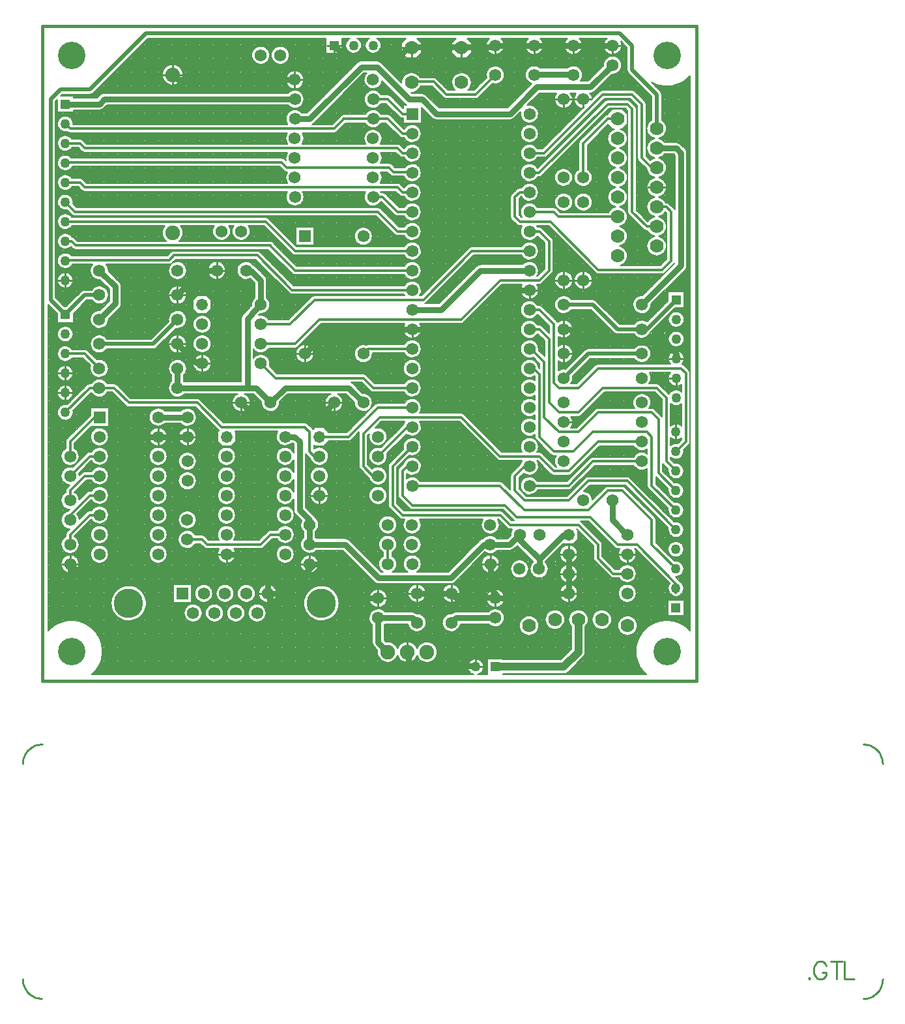
<source format=gtl>
%FSLAX43Y43*%
%MOMM*%
G71*
G01*
G75*
%ADD10C,0.254*%
%ADD11C,0.203*%
%ADD12C,0.305*%
%ADD13C,0.508*%
%ADD14C,0.762*%
%ADD15C,0.381*%
%ADD16C,1.016*%
%ADD17C,0.229*%
%ADD18C,1.270*%
%ADD19R,1.270X1.270*%
%ADD20C,1.575*%
%ADD21C,1.905*%
%ADD22C,1.778*%
%ADD23P,1.575X8X0*%
%ADD24C,3.556*%
%ADD25R,1.575X1.575*%
%ADD26C,3.810*%
D10*
X265954Y256814D02*
X265933Y257065D01*
X265871Y257309D01*
X265770Y257539D01*
X265632Y257750D01*
X265462Y257935D01*
X265263Y258090D01*
X265042Y258209D01*
X264804Y258291D01*
X264556Y258333D01*
X264304D01*
X264056Y258291D01*
X263818Y258209D01*
X263596Y258090D01*
X263398Y257935D01*
X263227Y257750D01*
X263089Y257539D01*
X262988Y257309D01*
X262927Y257065D01*
X262906Y256814D01*
X262927Y256563D01*
X262988Y256319D01*
X263089Y256088D01*
X263227Y255878D01*
X263398Y255693D01*
X263596Y255538D01*
X263818Y255418D01*
X264056Y255336D01*
X264304Y255295D01*
X264556D01*
X264804Y255336D01*
X265042Y255418D01*
X265263Y255538D01*
X265462Y255693D01*
X265632Y255878D01*
X265770Y256088D01*
X265871Y256319D01*
X265933Y256563D01*
X265954Y256814D01*
X292460Y164829D02*
X292448Y165078D01*
X292411Y165324D01*
X292350Y165566D01*
X292266Y165801D01*
X292160Y166026D01*
X292032Y166240D01*
X291883Y166440D01*
X291716Y166625D01*
X291531Y166792D01*
X291331Y166941D01*
X291117Y167069D01*
X290892Y167175D01*
X290657Y167259D01*
X290415Y167320D01*
X290169Y167357D01*
X289920Y167369D01*
Y134349D02*
X290169Y134361D01*
X290415Y134398D01*
X290657Y134458D01*
X290892Y134542D01*
X291117Y134649D01*
X291331Y134777D01*
X291531Y134925D01*
X291716Y135093D01*
X291883Y135277D01*
X292032Y135478D01*
X292160Y135691D01*
X292266Y135917D01*
X292350Y136151D01*
X292411Y136393D01*
X292448Y136640D01*
X292460Y136889D01*
X180700Y136914D02*
X180712Y136666D01*
X180748Y136419D01*
X180808Y136178D01*
X180891Y135943D01*
X180996Y135717D01*
X181123Y135503D01*
X181270Y135302D01*
X181435Y135116D01*
X181618Y134947D01*
X181817Y134797D01*
X182029Y134666D01*
X182252Y134557D01*
X182486Y134470D01*
X182726Y134406D01*
X182972Y134366D01*
X183220Y134349D01*
X183240Y167369D02*
X182991Y167357D01*
X182744Y167320D01*
X182502Y167259D01*
X182268Y167175D01*
X182042Y167069D01*
X181829Y166941D01*
X181628Y166792D01*
X181444Y166625D01*
X181276Y166440D01*
X181128Y166240D01*
X181000Y166026D01*
X180893Y165801D01*
X180809Y165566D01*
X180749Y165324D01*
X180712Y165078D01*
X180700Y164829D01*
X185788Y190774D02*
X186880D01*
Y189682D02*
Y190774D01*
Y191866D01*
Y190774D02*
X187972D01*
X186256Y212051D02*
Y212991D01*
X185317D02*
X186256D01*
X185317Y215531D02*
X186256D01*
Y212991D02*
X187196D01*
X186256D02*
Y213931D01*
Y214591D02*
Y215531D01*
X187196D01*
X186256D02*
Y216471D01*
X198318Y206203D02*
Y207295D01*
X197225D02*
X198318D01*
X199410D01*
X198318D02*
Y208388D01*
X201028Y207284D02*
X202120D01*
Y206192D02*
Y207284D01*
X203212D01*
X202120D02*
Y208376D01*
X202940Y216820D02*
X204033D01*
Y215728D02*
Y216820D01*
Y217913D01*
Y216820D02*
X205125D01*
X200842Y218245D02*
Y219337D01*
X199750D02*
X200842D01*
X201934D01*
X200842D02*
Y220429D01*
X211459Y186952D02*
X212551D01*
Y185860D02*
Y186952D01*
X213644D01*
X212551D02*
Y188044D01*
X206115Y192055D02*
X207208D01*
Y190963D02*
Y192055D01*
X208300D01*
X217987Y189670D02*
Y190762D01*
X216895D02*
X217987D01*
X219079D01*
X217987D02*
Y191854D01*
X225804Y186321D02*
X226896D01*
Y185229D02*
Y186321D01*
X227989D01*
X226896D02*
Y187413D01*
X219273Y198583D02*
Y199675D01*
X218180D02*
X219273D01*
Y200768D01*
Y199675D02*
X220365D01*
X208013Y211729D02*
X209105D01*
Y210637D02*
Y211729D01*
X210197D01*
X216279Y218071D02*
X217371D01*
Y216979D02*
Y218071D01*
X218464D01*
X217371D02*
Y219163D01*
X220078Y211729D02*
X221170D01*
Y210637D02*
Y211729D01*
X222262D01*
X185317Y227596D02*
X186256D01*
Y226656D02*
Y227596D01*
X187196D01*
X186256D02*
Y228536D01*
X199750Y225687D02*
X200842D01*
Y224595D02*
Y225687D01*
Y226779D01*
Y225687D02*
X201934D01*
X205930Y227782D02*
Y228874D01*
X204838D02*
X205930D01*
Y229966D01*
X200203Y253024D02*
Y254282D01*
X198946D02*
X200203D01*
Y255539D01*
Y254282D02*
X201460D01*
X205930Y228874D02*
X207022D01*
X214990Y253627D02*
X216082D01*
Y252535D02*
Y253627D01*
Y254719D01*
Y253627D02*
X217174D01*
X221178Y257156D02*
Y258095D01*
X220238D02*
X221178D01*
X222117D01*
X230706Y178079D02*
Y179336D01*
Y180593D01*
X231965Y185872D02*
Y186964D01*
X230873D02*
X231965D01*
X236410Y185872D02*
Y186964D01*
X231965D02*
Y188056D01*
Y186964D02*
X233057D01*
X235318D02*
X236410D01*
X237502D01*
X236410D02*
Y188056D01*
X238637Y177427D02*
X239577D01*
X240517D01*
X239577D02*
Y178367D01*
X242136Y185229D02*
Y186321D01*
X241044D02*
X242136D01*
Y187413D01*
X240405Y190785D02*
X241498D01*
Y189693D02*
Y190785D01*
X242590D01*
X241498D02*
Y191878D01*
X242136Y186321D02*
X243229D01*
X251658Y185883D02*
Y186975D01*
X250565D02*
X251658D01*
X250565Y189515D02*
X251658D01*
Y186975D02*
Y188068D01*
Y186975D02*
X252750D01*
X251658Y188423D02*
Y189515D01*
Y190608D01*
Y189515D02*
X252750D01*
X250565Y192055D02*
X251658D01*
Y190963D02*
Y192055D01*
X252750D01*
X251658D02*
Y193148D01*
X258185Y192055D02*
X259278D01*
Y190963D02*
Y192055D01*
X260370D01*
X251007Y209177D02*
X252099D01*
X251023Y216998D02*
Y218090D01*
X252115D01*
X251023D02*
Y219183D01*
X265608Y206987D02*
Y207927D01*
Y208866D01*
X264692Y214896D02*
X265631D01*
Y213956D02*
Y214896D01*
X264692Y217436D02*
X265631D01*
X266571D01*
X265631D02*
Y218376D01*
X231341Y220154D02*
Y221246D01*
X230249D02*
X231341D01*
X232434D01*
X245489Y226326D02*
X246581D01*
Y225234D02*
Y226326D01*
X247674D01*
X231247Y256588D02*
Y257782D01*
X230053D02*
X231247D01*
X232441D01*
X237747Y256588D02*
Y257782D01*
X236553D02*
X237747D01*
X238941D01*
X241033Y258084D02*
X242125D01*
Y256992D02*
Y258084D01*
X243217D01*
X246113D02*
X247205D01*
Y256992D02*
Y258084D01*
X248297D01*
X251023Y220173D02*
Y221265D01*
Y222358D01*
Y221265D02*
X252115D01*
X249934Y227596D02*
X251026D01*
Y226504D02*
Y227596D01*
X252119D01*
X251026D02*
Y228688D01*
X252474Y227596D02*
X253566D01*
Y226504D02*
Y227596D01*
X254659D01*
X253566D02*
Y228688D01*
X261898Y239661D02*
X263091D01*
X264285D01*
X251003Y250014D02*
Y251107D01*
X249911D02*
X251003D01*
X252095D01*
X252451D02*
X253543D01*
Y250014D02*
Y251107D01*
X254635D01*
X251193Y258084D02*
X252285D01*
Y256992D02*
Y258084D01*
X253377D01*
X256284Y258076D02*
X257376D01*
Y256984D02*
Y258076D01*
X258469D01*
D11*
X188074Y190774D02*
X188047Y191022D01*
X187970Y191259D01*
X187846Y191476D01*
X187679Y191661D01*
X187477Y191808D01*
X187249Y191909D01*
X187005Y191961D01*
X186755D01*
X186511Y191909D01*
X186283Y191808D01*
X186081Y191661D01*
X185914Y191476D01*
X185789Y191259D01*
X185712Y191022D01*
X185686Y190774D01*
X185712Y190526D01*
X185789Y190288D01*
X185914Y190072D01*
X186081Y189887D01*
X186283Y189740D01*
X186511Y189638D01*
X186755Y189587D01*
X187005D01*
X187249Y189638D01*
X187477Y189740D01*
X187679Y189887D01*
X187846Y190072D01*
X187970Y190288D01*
X188047Y190526D01*
X188074Y190774D01*
X186321Y194369D02*
X186112Y194228D01*
X185938Y194047D01*
X185805Y193833D01*
X185720Y193596D01*
X185686Y193346D01*
X185706Y193096D01*
X185778Y192854D01*
X185899Y192633D01*
X186063Y192443D01*
X186264Y192291D01*
X186492Y192185D01*
X186738Y192129D01*
X186989Y192125D01*
X187236Y192174D01*
X187467Y192275D01*
X187672Y192421D01*
X187842Y192607D01*
X187969Y192824D01*
X188047Y193063D01*
X188074Y193314D01*
X186620Y197654D02*
X186372Y197569D01*
X186148Y197432D01*
X185960Y197250D01*
X185816Y197031D01*
X185724Y196786D01*
X185687Y196527D01*
X185707Y196266D01*
X185784Y196016D01*
X185913Y195788D01*
X186089Y195594D01*
X186303Y195443D01*
X186545Y195343D01*
X186803Y195297D01*
X188074Y193314D02*
X188046Y193568D01*
X187965Y193811D01*
X187834Y194031D01*
X187660Y194218D01*
X187449Y194363D01*
X186485Y194979D02*
X186363Y194798D01*
X186321Y194584D01*
X186486Y194980D02*
X186364Y194798D01*
X186321Y194584D01*
X191083Y179434D02*
X191075Y179690D01*
X191051Y179946D01*
X191010Y180199D01*
X190953Y180449D01*
X190881Y180695D01*
X190793Y180937D01*
X190690Y181172D01*
X190572Y181399D01*
X190440Y181619D01*
X190294Y181831D01*
X190135Y182032D01*
X189963Y182223D01*
X189780Y182403D01*
X189586Y182570D01*
X189381Y182725D01*
X189167Y182867D01*
X188945Y182994D01*
X188714Y183108D01*
X188478Y183206D01*
X188235Y183289D01*
X187987Y183357D01*
X187736Y183408D01*
X187482Y183444D01*
X187226Y183463D01*
X186969Y183466D01*
X186713Y183453D01*
X186458Y183424D01*
X186206Y183378D01*
X185957Y183316D01*
X185712Y183239D01*
X185473Y183146D01*
X185240Y183038D01*
X185014Y182916D01*
X184797Y182779D01*
X184589Y182629D01*
X184391Y182466D01*
X184203Y182291D01*
X184027Y182104D01*
X189720Y176411D02*
X189912Y176592D01*
X190091Y176784D01*
X190257Y176988D01*
X190409Y177202D01*
X190547Y177425D01*
X190671Y177657D01*
X190779Y177897D01*
X190871Y178143D01*
X190947Y178394D01*
X191006Y178650D01*
X191049Y178910D01*
X191075Y179171D01*
X191083Y179434D01*
X191891Y192055D02*
X191865Y192304D01*
X191788Y192541D01*
X191663Y192757D01*
X191496Y192943D01*
X191294Y193089D01*
X191066Y193191D01*
X190822Y193243D01*
X190573D01*
X190329Y193191D01*
X190101Y193089D01*
X189899Y192943D01*
X189732Y192757D01*
X189607Y192541D01*
X189530Y192304D01*
X189504Y192055D01*
X189530Y191807D01*
X189607Y191570D01*
X189732Y191354D01*
X189899Y191168D01*
X190101Y191022D01*
X190329Y190920D01*
X190573Y190868D01*
X190822D01*
X191066Y190920D01*
X191294Y191022D01*
X191496Y191168D01*
X191663Y191354D01*
X191788Y191570D01*
X191865Y191807D01*
X191891Y192055D01*
Y194595D02*
X191865Y194844D01*
X191788Y195081D01*
X191663Y195297D01*
X191496Y195483D01*
X191294Y195629D01*
X191066Y195731D01*
X190822Y195783D01*
X190573D01*
X190329Y195731D01*
X190101Y195629D01*
X189899Y195483D01*
X189732Y195297D01*
X189607Y195081D01*
X189530Y194844D01*
X189504Y194595D01*
X189530Y194347D01*
X189607Y194110D01*
X189732Y193894D01*
X189899Y193708D01*
X190101Y193562D01*
X190329Y193460D01*
X190573Y193408D01*
X190822D01*
X191066Y193460D01*
X191294Y193562D01*
X191496Y193708D01*
X191663Y193894D01*
X191788Y194110D01*
X191865Y194347D01*
X191891Y194595D01*
X189650Y196563D02*
X189800Y196348D01*
X189993Y196171D01*
X190221Y196041D01*
X190471Y195963D01*
X190733Y195942D01*
X190993Y195979D01*
X191238Y196071D01*
X191458Y196215D01*
X191640Y196403D01*
X191777Y196627D01*
X191863Y196875D01*
X191891Y197135D01*
X186321Y200084D02*
X186108Y199940D01*
X185931Y199753D01*
X185798Y199533D01*
X185715Y199290D01*
X185686Y199034D01*
X185713Y198778D01*
X185793Y198534D01*
X185924Y198313D01*
X186100Y198125D01*
X186312Y197979D01*
X186550Y197882D01*
X186803Y197837D01*
X188071Y196565D02*
X188029Y196812D01*
X187937Y197044D01*
X187798Y197252D01*
X186485Y200694D02*
X186363Y200513D01*
X186321Y200299D01*
X186486Y200695D02*
X186364Y200513D01*
X186321Y200299D01*
X188071Y199105D02*
X188032Y199343D01*
X187945Y199567D01*
X187816Y199770D01*
X187648Y199943D01*
X187449Y200078D01*
X187231Y203345D02*
X186984Y203393D01*
X186732Y203389D01*
X186488Y203331D01*
X186260Y203224D01*
X186060Y203072D01*
X185897Y202881D01*
X185777Y202660D01*
X185706Y202419D01*
X185686Y202168D01*
X185720Y201919D01*
X185806Y201683D01*
X185939Y201469D01*
X186113Y201289D01*
X186322Y201148D01*
X186555Y201055D01*
X186803Y201012D01*
X188071Y202280D02*
X188021Y202555D01*
X189431Y197694D02*
X189217Y197651D01*
X189035Y197530D01*
X189431Y197694D02*
X189218Y197652D01*
X189036Y197531D01*
X189431Y200234D02*
X189217Y200191D01*
X189035Y200070D01*
X189431Y200234D02*
X189218Y200192D01*
X189036Y200071D01*
X191891Y197135D02*
X191862Y197397D01*
X191776Y197647D01*
X191638Y197871D01*
X191454Y198059D01*
X191233Y198203D01*
X190985Y198294D01*
X190724Y198329D01*
X190462Y198306D01*
X190211Y198225D01*
X189983Y198092D01*
X189791Y197912D01*
X189643Y197694D01*
X189650Y199103D02*
X189800Y198888D01*
X189993Y198711D01*
X190221Y198581D01*
X190471Y198503D01*
X190733Y198482D01*
X190993Y198519D01*
X191238Y198611D01*
X191458Y198755D01*
X191640Y198943D01*
X191777Y199167D01*
X191863Y199415D01*
X191891Y199675D01*
X191862Y199937D01*
X191776Y200187D01*
X191638Y200411D01*
X191454Y200599D01*
X191233Y200743D01*
X190985Y200834D01*
X190724Y200869D01*
X190462Y200846D01*
X190211Y200765D01*
X189983Y200632D01*
X189791Y200452D01*
X189643Y200234D01*
X188785Y202763D02*
X188570Y202720D01*
X188389Y202598D01*
X188785Y202763D02*
X188571Y202720D01*
X188390Y202599D01*
X189649Y201645D02*
X189799Y201430D01*
X189992Y201252D01*
X190220Y201121D01*
X190470Y201043D01*
X190732Y201022D01*
X190992Y201058D01*
X191238Y201151D01*
X191457Y201294D01*
X191640Y201483D01*
X191777Y201706D01*
X191863Y201955D01*
X191891Y202215D01*
Y202215D02*
X191866Y202458D01*
X191792Y202691D01*
X191673Y202904D01*
X191512Y203088D01*
X191317Y203236D01*
X191096Y203341D01*
X190859Y203398D01*
X190615Y203406D01*
X190374Y203365D01*
X190147Y203275D01*
X189943Y203140D01*
X189770Y202967D01*
X189637Y202763D01*
X189650Y204183D02*
X189800Y203968D01*
X189993Y203791D01*
X190221Y203661D01*
X190471Y203583D01*
X190733Y203562D01*
X190993Y203599D01*
X191238Y203691D01*
X191458Y203835D01*
X191640Y204023D01*
X191777Y204247D01*
X191863Y204495D01*
X191891Y204755D01*
X196803Y185682D02*
X196789Y185936D01*
X196747Y186188D01*
X196678Y186433D01*
X196582Y186669D01*
X196461Y186893D01*
X196316Y187102D01*
X196149Y187294D01*
X195961Y187466D01*
X195756Y187617D01*
X195536Y187745D01*
X195302Y187847D01*
X195059Y187923D01*
X194809Y187972D01*
X194556Y187993D01*
X194301Y187986D01*
X194049Y187951D01*
X193802Y187888D01*
X193563Y187799D01*
X193336Y187684D01*
X193123Y187545D01*
X192926Y187383D01*
X192749Y187200D01*
X192593Y186999D01*
X192459Y186782D01*
X192350Y186552D01*
X192268Y186311D01*
X192212Y186063D01*
X192184Y185810D01*
Y185555D01*
X192212Y185302D01*
X192268Y185053D01*
X192350Y184812D01*
X192459Y184582D01*
X192593Y184365D01*
X192749Y184164D01*
X192926Y183982D01*
X193123Y183820D01*
X193336Y183680D01*
X193563Y183566D01*
X193802Y183476D01*
X194049Y183414D01*
X194301Y183379D01*
X194556Y183372D01*
X194809Y183393D01*
X195059Y183442D01*
X195302Y183518D01*
X195536Y183620D01*
X195756Y183747D01*
X195961Y183898D01*
X196149Y184070D01*
X196316Y184263D01*
X196461Y184472D01*
X196582Y184696D01*
X196678Y184932D01*
X196747Y185177D01*
X196789Y185428D01*
X196803Y185682D01*
X199511Y192055D02*
X199485Y192304D01*
X199408Y192541D01*
X199283Y192757D01*
X199116Y192943D01*
X198914Y193089D01*
X198686Y193191D01*
X198442Y193243D01*
X198193D01*
X197949Y193191D01*
X197721Y193089D01*
X197519Y192943D01*
X197352Y192757D01*
X197227Y192541D01*
X197150Y192304D01*
X197124Y192055D01*
X197150Y191807D01*
X197227Y191570D01*
X197352Y191354D01*
X197519Y191168D01*
X197721Y191022D01*
X197949Y190920D01*
X198193Y190868D01*
X198442D01*
X198686Y190920D01*
X198914Y191022D01*
X199116Y191168D01*
X199283Y191354D01*
X199408Y191570D01*
X199485Y191807D01*
X199511Y192055D01*
X204068Y184412D02*
X204042Y184660D01*
X203965Y184898D01*
X203840Y185114D01*
X203673Y185299D01*
X203471Y185446D01*
X203243Y185548D01*
X202999Y185599D01*
X202749D01*
X202505Y185548D01*
X202277Y185446D01*
X202075Y185299D01*
X201908Y185114D01*
X201783Y184898D01*
X201706Y184660D01*
X201680Y184412D01*
X201706Y184164D01*
X201783Y183927D01*
X201908Y183711D01*
X202075Y183525D01*
X202277Y183378D01*
X202505Y183277D01*
X202749Y183225D01*
X202999D01*
X203243Y183277D01*
X203471Y183378D01*
X203673Y183525D01*
X203840Y183711D01*
X203965Y183927D01*
X204042Y184164D01*
X204068Y184412D01*
X205439Y186952D02*
X205413Y187200D01*
X205336Y187438D01*
X205211Y187654D01*
X205044Y187839D01*
X204842Y187986D01*
X204614Y188088D01*
X204370Y188139D01*
X204121D01*
X203877Y188088D01*
X203649Y187986D01*
X203447Y187839D01*
X203280Y187654D01*
X203155Y187438D01*
X203078Y187200D01*
X203052Y186952D01*
X203078Y186704D01*
X203155Y186467D01*
X203280Y186251D01*
X203447Y186065D01*
X203649Y185918D01*
X203877Y185817D01*
X204121Y185765D01*
X204370D01*
X204614Y185817D01*
X204842Y185918D01*
X205044Y186065D01*
X205211Y186251D01*
X205336Y186467D01*
X205413Y186704D01*
X205439Y186952D01*
X203163Y194515D02*
X203022Y194725D01*
X202839Y194900D01*
X202624Y195033D01*
X202385Y195118D01*
X202134Y195150D01*
X201882Y195129D01*
X201640Y195055D01*
X201419Y194932D01*
X201229Y194764D01*
X201079Y194561D01*
X200974Y194330D01*
X200921Y194083D01*
Y193830D01*
X200974Y193583D01*
X201079Y193352D01*
X201229Y193149D01*
X201419Y192982D01*
X201640Y192858D01*
X201882Y192784D01*
X202134Y192763D01*
X202385Y192795D01*
X202624Y192880D01*
X202839Y193013D01*
X203022Y193188D01*
X203163Y193398D01*
X204264Y192920D02*
X204445Y192798D01*
X204660Y192755D01*
X204265Y192919D02*
X204446Y192798D01*
X204660Y192755D01*
X199511Y194595D02*
X199485Y194844D01*
X199408Y195081D01*
X199283Y195297D01*
X199116Y195483D01*
X198914Y195629D01*
X198686Y195731D01*
X198442Y195783D01*
X198193D01*
X197949Y195731D01*
X197721Y195629D01*
X197519Y195483D01*
X197352Y195297D01*
X197227Y195081D01*
X197150Y194844D01*
X197124Y194595D01*
X197150Y194347D01*
X197227Y194110D01*
X197352Y193894D01*
X197519Y193708D01*
X197721Y193562D01*
X197949Y193460D01*
X198193Y193408D01*
X198442D01*
X198686Y193460D01*
X198914Y193562D01*
X199116Y193708D01*
X199283Y193894D01*
X199408Y194110D01*
X199485Y194347D01*
X199511Y194595D01*
Y197135D02*
X199485Y197384D01*
X199408Y197621D01*
X199283Y197837D01*
X199116Y198023D01*
X198914Y198169D01*
X198686Y198271D01*
X198442Y198323D01*
X198193D01*
X197949Y198271D01*
X197721Y198169D01*
X197519Y198023D01*
X197352Y197837D01*
X197227Y197621D01*
X197150Y197384D01*
X197124Y197135D01*
X197150Y196887D01*
X197227Y196650D01*
X197352Y196434D01*
X197519Y196248D01*
X197721Y196102D01*
X197949Y196000D01*
X198193Y195948D01*
X198442D01*
X198686Y196000D01*
X198914Y196102D01*
X199116Y196248D01*
X199283Y196434D01*
X199408Y196650D01*
X199485Y196887D01*
X199511Y197135D01*
Y199675D02*
X199485Y199924D01*
X199408Y200161D01*
X199283Y200377D01*
X199116Y200563D01*
X198914Y200709D01*
X198686Y200811D01*
X198442Y200863D01*
X198193D01*
X197949Y200811D01*
X197721Y200709D01*
X197519Y200563D01*
X197352Y200377D01*
X197227Y200161D01*
X197150Y199924D01*
X197124Y199675D01*
X197150Y199427D01*
X197227Y199190D01*
X197352Y198974D01*
X197519Y198788D01*
X197721Y198642D01*
X197949Y198540D01*
X198193Y198488D01*
X198442D01*
X198686Y198540D01*
X198914Y198642D01*
X199116Y198788D01*
X199283Y198974D01*
X199408Y199190D01*
X199485Y199427D01*
X199511Y199675D01*
Y202215D02*
X199485Y202464D01*
X199408Y202701D01*
X199283Y202917D01*
X199116Y203103D01*
X198914Y203249D01*
X198686Y203351D01*
X198442Y203403D01*
X198193D01*
X197949Y203351D01*
X197721Y203249D01*
X197519Y203103D01*
X197352Y202917D01*
X197227Y202701D01*
X197150Y202464D01*
X197124Y202215D01*
X197150Y201967D01*
X197227Y201730D01*
X197352Y201514D01*
X197519Y201328D01*
X197721Y201182D01*
X197949Y201080D01*
X198193Y201028D01*
X198442D01*
X198686Y201080D01*
X198914Y201182D01*
X199116Y201328D01*
X199283Y201514D01*
X199408Y201730D01*
X199485Y201967D01*
X199511Y202215D01*
X203302Y196497D02*
X203276Y196745D01*
X203199Y196982D01*
X203074Y197198D01*
X202907Y197384D01*
X202705Y197530D01*
X202477Y197632D01*
X202233Y197684D01*
X201983D01*
X201739Y197632D01*
X201511Y197530D01*
X201309Y197384D01*
X201142Y197198D01*
X201018Y196982D01*
X200940Y196745D01*
X200914Y196497D01*
X200940Y196248D01*
X201018Y196011D01*
X201142Y195795D01*
X201309Y195609D01*
X201511Y195463D01*
X201739Y195361D01*
X201983Y195309D01*
X202233D01*
X202477Y195361D01*
X202705Y195463D01*
X202907Y195609D01*
X203074Y195795D01*
X203199Y196011D01*
X203276Y196248D01*
X203302Y196497D01*
X204412Y194352D02*
X204231Y194473D01*
X204017Y194515D01*
X204413Y194351D02*
X204231Y194473D01*
X204017Y194515D01*
X203314Y201569D02*
X203287Y201817D01*
X203210Y202054D01*
X203086Y202271D01*
X202919Y202456D01*
X202717Y202603D01*
X202489Y202704D01*
X202245Y202756D01*
X201995D01*
X201751Y202704D01*
X201523Y202603D01*
X201321Y202456D01*
X201154Y202271D01*
X201029Y202054D01*
X200952Y201817D01*
X200926Y201569D01*
X200952Y201321D01*
X201029Y201083D01*
X201154Y200867D01*
X201321Y200682D01*
X201523Y200535D01*
X201751Y200433D01*
X201995Y200382D01*
X202245D01*
X202489Y200433D01*
X202717Y200535D01*
X202919Y200682D01*
X203086Y200867D01*
X203210Y201083D01*
X203287Y201321D01*
X203314Y201569D01*
X186321Y205799D02*
X186112Y205658D01*
X185938Y205477D01*
X185805Y205263D01*
X185720Y205026D01*
X185686Y204776D01*
X185706Y204526D01*
X185778Y204284D01*
X185899Y204063D01*
X186063Y203873D01*
X186264Y203721D01*
X186492Y203615D01*
X186738Y203559D01*
X186989Y203555D01*
X187236Y203604D01*
X187467Y203705D01*
X187672Y203851D01*
X187842Y204037D01*
X187969Y204254D01*
X188047Y204493D01*
X188074Y204744D01*
Y204744D02*
X188046Y205001D01*
X187963Y205245D01*
X187830Y205466D01*
X187652Y205654D01*
X187439Y205799D01*
X189431Y205314D02*
X189217Y205271D01*
X189035Y205150D01*
X186485Y207044D02*
X186363Y206863D01*
X186321Y206649D01*
X186486Y207045D02*
X186364Y206863D01*
X186321Y206649D01*
X186483Y211468D02*
X186228Y211492D01*
X185974Y211454D01*
X185738Y211354D01*
X185533Y211201D01*
X185372Y211002D01*
X185265Y210769D01*
X185217Y210517D01*
X185232Y210262D01*
X185309Y210018D01*
X185444Y209800D01*
X185628Y209621D01*
X185849Y209493D01*
X186095Y209422D01*
X186351Y209414D01*
X186602Y209469D01*
X186831Y209583D01*
X187026Y209749D01*
X187174Y209958D01*
X187266Y210197D01*
X187298Y210451D01*
Y212991D02*
X187268Y213240D01*
X187178Y213475D01*
X187036Y213682D01*
X186848Y213848D01*
X186626Y213965D01*
X186382Y214025D01*
X186131D01*
X185887Y213965D01*
X185665Y213848D01*
X185477Y213682D01*
X185334Y213475D01*
X185245Y213240D01*
X185215Y212991D01*
X185245Y212742D01*
X185334Y212507D01*
X185477Y212300D01*
X185665Y212134D01*
X185887Y212017D01*
X186131Y211957D01*
X186382D01*
X186626Y212017D01*
X186848Y212134D01*
X187036Y212300D01*
X187178Y212507D01*
X187268Y212742D01*
X187298Y212991D01*
Y210451D02*
X187273Y210677D01*
X189431Y205314D02*
X189218Y205272D01*
X189036Y205151D01*
X191891Y204755D02*
X191862Y205017D01*
X191776Y205267D01*
X191638Y205491D01*
X191454Y205679D01*
X191233Y205823D01*
X190985Y205914D01*
X190724Y205949D01*
X190462Y205926D01*
X190211Y205845D01*
X189983Y205712D01*
X189791Y205532D01*
X189643Y205314D01*
X191891Y207295D02*
X191865Y207544D01*
X191788Y207781D01*
X191663Y207997D01*
X191496Y208183D01*
X191294Y208329D01*
X191066Y208431D01*
X190822Y208483D01*
X190573D01*
X190329Y208431D01*
X190101Y208329D01*
X189899Y208183D01*
X189732Y207997D01*
X189607Y207781D01*
X189530Y207544D01*
X189504Y207295D01*
X189530Y207047D01*
X189607Y206810D01*
X189732Y206594D01*
X189899Y206408D01*
X190101Y206262D01*
X190329Y206160D01*
X190573Y206108D01*
X190822D01*
X191066Y206160D01*
X191294Y206262D01*
X191496Y206408D01*
X191663Y206594D01*
X191788Y206810D01*
X191865Y207047D01*
X191891Y207295D01*
X187298Y215531D02*
X187268Y215780D01*
X187178Y216015D01*
X187036Y216222D01*
X186848Y216388D01*
X186626Y216505D01*
X186382Y216565D01*
X186131D01*
X185887Y216505D01*
X185665Y216388D01*
X185477Y216222D01*
X185334Y216015D01*
X185245Y215780D01*
X185215Y215531D01*
X185245Y215282D01*
X185334Y215047D01*
X185477Y214840D01*
X185665Y214674D01*
X185887Y214557D01*
X186131Y214497D01*
X186382D01*
X186626Y214557D01*
X186848Y214674D01*
X187036Y214840D01*
X187178Y215047D01*
X187268Y215282D01*
X187298Y215531D01*
X187135Y218630D02*
X186973Y218826D01*
X186768Y218978D01*
X186533Y219075D01*
X186281Y219112D01*
X186027Y219087D01*
X185787Y219001D01*
X185576Y218859D01*
X185405Y218670D01*
X185285Y218446D01*
X185223Y218198D01*
Y217944D01*
X185285Y217696D01*
X185405Y217472D01*
X185576Y217283D01*
X185787Y217141D01*
X186027Y217055D01*
X186281Y217030D01*
X186533Y217067D01*
X186768Y217164D01*
X186973Y217316D01*
X187135Y217512D01*
X187298Y220611D02*
X187268Y220860D01*
X187178Y221095D01*
X187036Y221302D01*
X186848Y221468D01*
X186626Y221585D01*
X186382Y221645D01*
X186131D01*
X185887Y221585D01*
X185665Y221468D01*
X185477Y221302D01*
X185334Y221095D01*
X185245Y220860D01*
X185215Y220611D01*
X185245Y220362D01*
X185334Y220127D01*
X185477Y219920D01*
X185665Y219754D01*
X185887Y219637D01*
X186131Y219577D01*
X186382D01*
X186626Y219637D01*
X186848Y219754D01*
X187036Y219920D01*
X187178Y220127D01*
X187268Y220362D01*
X187298Y220611D01*
X189428Y214181D02*
X189213Y214138D01*
X189031Y214016D01*
X189428Y214181D02*
X189214Y214138D01*
X189032Y214017D01*
X189638Y213043D02*
X189786Y212834D01*
X189974Y212661D01*
X190196Y212532D01*
X190439Y212453D01*
X190694Y212428D01*
X190948Y212458D01*
X191190Y212542D01*
X191408Y212675D01*
X191594Y212851D01*
X191737Y213063D01*
X189546Y216528D02*
X189494Y216276D01*
X189497Y216019D01*
X189555Y215768D01*
X189665Y215536D01*
X189823Y215333D01*
X190021Y215168D01*
X190249Y215050D01*
X190497Y214983D01*
X190754Y214971D01*
X191007Y215014D01*
X191246Y215110D01*
X191458Y215255D01*
X191634Y215442D01*
X191766Y215663D01*
X191848Y215907D01*
X191876Y216162D01*
X191737Y214181D02*
X191592Y214395D01*
X191405Y214572D01*
X191183Y214706D01*
X190939Y214788D01*
X190682Y214816D01*
X190425Y214788D01*
X190181Y214706D01*
X189959Y214572D01*
X189772Y214395D01*
X189627Y214181D01*
X189188Y218466D02*
X189006Y218587D01*
X188793Y218630D01*
X191676Y219998D02*
X191514Y220193D01*
X191315Y220349D01*
X191087Y220460D01*
X190840Y220520D01*
X190586Y220527D01*
X190337Y220480D01*
X190103Y220381D01*
X189896Y220236D01*
X189724Y220049D01*
X189595Y219830D01*
X189515Y219590D01*
X189488Y219337D01*
X189515Y219085D01*
X189595Y218844D01*
X189724Y218625D01*
X189896Y218439D01*
X190103Y218293D01*
X190337Y218194D01*
X190586Y218147D01*
X190840Y218154D01*
X191087Y218214D01*
X191315Y218325D01*
X191514Y218482D01*
X191676Y218677D01*
X189189Y218465D02*
X189007Y218587D01*
X188793Y218630D01*
X191876Y216162D02*
X191850Y216407D01*
X191776Y216641D01*
X191654Y216855D01*
X191492Y217039D01*
X191295Y217186D01*
X191073Y217290D01*
X190833Y217346D01*
X190588Y217352D01*
X190346Y217308D01*
X199511Y204755D02*
X199485Y205004D01*
X199408Y205241D01*
X199283Y205457D01*
X199116Y205643D01*
X198914Y205789D01*
X198686Y205891D01*
X198442Y205943D01*
X198193D01*
X197949Y205891D01*
X197721Y205789D01*
X197519Y205643D01*
X197352Y205457D01*
X197227Y205241D01*
X197150Y205004D01*
X197124Y204755D01*
X197150Y204507D01*
X197227Y204270D01*
X197352Y204054D01*
X197519Y203868D01*
X197721Y203722D01*
X197949Y203620D01*
X198193Y203568D01*
X198442D01*
X198686Y203620D01*
X198914Y203722D01*
X199116Y203868D01*
X199283Y204054D01*
X199408Y204270D01*
X199485Y204507D01*
X199511Y204755D01*
Y207295D02*
X199485Y207544D01*
X199408Y207781D01*
X199283Y207997D01*
X199116Y208183D01*
X198914Y208329D01*
X198686Y208431D01*
X198442Y208483D01*
X198193D01*
X197949Y208431D01*
X197721Y208329D01*
X197519Y208183D01*
X197352Y207997D01*
X197227Y207781D01*
X197150Y207544D01*
X197124Y207295D01*
X197150Y207047D01*
X197227Y206810D01*
X197352Y206594D01*
X197519Y206408D01*
X197721Y206262D01*
X197949Y206160D01*
X198193Y206108D01*
X198442D01*
X198686Y206160D01*
X198914Y206262D01*
X199116Y206408D01*
X199283Y206594D01*
X199408Y206810D01*
X199485Y207047D01*
X199511Y207295D01*
X199225Y210611D02*
X199043Y210784D01*
X198829Y210914D01*
X198592Y210997D01*
X198343Y211029D01*
X198093Y211008D01*
X197853Y210935D01*
X197633Y210814D01*
X197444Y210649D01*
X197293Y210448D01*
X197188Y210221D01*
X197132Y209976D01*
X197129Y209725D01*
X197178Y209479D01*
X197278Y209249D01*
X197423Y209045D01*
X197608Y208875D01*
X197825Y208748D01*
X198063Y208669D01*
X198312Y208642D01*
X198562Y208667D01*
X198800Y208744D01*
X199018Y208869D01*
X199205Y209036D01*
X194099Y211328D02*
X194318Y211193D01*
X194574Y211170D01*
X203314Y204109D02*
X203287Y204357D01*
X203210Y204594D01*
X203086Y204811D01*
X202919Y204996D01*
X202717Y205143D01*
X202489Y205244D01*
X202245Y205296D01*
X201995D01*
X201751Y205244D01*
X201523Y205143D01*
X201321Y204996D01*
X201154Y204811D01*
X201029Y204594D01*
X200952Y204357D01*
X200926Y204109D01*
X200952Y203861D01*
X201029Y203623D01*
X201154Y203407D01*
X201321Y203222D01*
X201523Y203075D01*
X201751Y202973D01*
X201995Y202922D01*
X202245D01*
X202489Y202973D01*
X202717Y203075D01*
X202919Y203222D01*
X203086Y203407D01*
X203210Y203623D01*
X203287Y203861D01*
X203314Y204109D01*
Y207284D02*
X203287Y207532D01*
X203210Y207769D01*
X203086Y207986D01*
X202919Y208171D01*
X202717Y208318D01*
X202489Y208419D01*
X202245Y208471D01*
X201995D01*
X201751Y208419D01*
X201523Y208318D01*
X201321Y208171D01*
X201154Y207986D01*
X201029Y207769D01*
X200952Y207532D01*
X200926Y207284D01*
X200952Y207036D01*
X201029Y206798D01*
X201154Y206582D01*
X201321Y206397D01*
X201523Y206250D01*
X201751Y206148D01*
X201995Y206097D01*
X202245D01*
X202489Y206148D01*
X202717Y206250D01*
X202919Y206397D01*
X203086Y206582D01*
X203210Y206798D01*
X203287Y207036D01*
X203314Y207284D01*
X201222Y209036D02*
X201416Y208859D01*
X201644Y208729D01*
X201894Y208652D01*
X202156Y208631D01*
X202415Y208667D01*
X202661Y208760D01*
X202880Y208903D01*
X203063Y209092D01*
X203200Y209315D01*
X203285Y209563D01*
X203314Y209824D01*
X203285Y210084D01*
X203200Y210333D01*
X203063Y210556D01*
X202880Y210744D01*
X202661Y210888D01*
X202415Y210980D01*
X202156Y211017D01*
X201894Y210996D01*
X201644Y210919D01*
X201416Y210788D01*
X201222Y210611D01*
X203785Y212124D02*
X203604Y212245D01*
X203390Y212288D01*
X203786Y212123D02*
X203604Y212245D01*
X203390Y212288D01*
X192990Y214017D02*
X192809Y214138D01*
X192595Y214181D01*
X192991Y214016D02*
X192809Y214138D01*
X192595Y214181D01*
X197667Y218677D02*
X197920Y218727D01*
X198134Y218870D01*
X197667Y218677D02*
X197920Y218727D01*
X198134Y218870D01*
X200055Y214520D02*
X199878Y214327D01*
X199748Y214101D01*
X199670Y213852D01*
X199649Y213592D01*
X199684Y213333D01*
X199774Y213089D01*
X199915Y212869D01*
X200101Y212686D01*
X200322Y212548D01*
X200568Y212460D01*
X200827Y212429D01*
X201087Y212454D01*
X201335Y212535D01*
X201559Y212668D01*
X201749Y212846D01*
X201729Y214421D02*
X201629Y214520D01*
X202036Y216162D02*
X202010Y216411D01*
X201932Y216649D01*
X201806Y216866D01*
X201638Y217052D01*
X201435Y217198D01*
X201206Y217299D01*
X200961Y217350D01*
X200711Y217349D01*
X200466Y217295D01*
X200238Y217192D01*
X200037Y217043D01*
X199871Y216856D01*
X199747Y216638D01*
X199672Y216399D01*
X199648Y216150D01*
X199677Y215901D01*
X199757Y215664D01*
X199885Y215449D01*
X200055Y215265D01*
X201629D02*
X201801Y215451D01*
X201929Y215670D01*
X202009Y215910D01*
X202036Y216162D01*
X205226Y216820D02*
X205200Y217069D01*
X205123Y217306D01*
X204998Y217522D01*
X204831Y217708D01*
X204629Y217854D01*
X204401Y217956D01*
X204157Y218008D01*
X203908D01*
X203664Y217956D01*
X203436Y217854D01*
X203234Y217708D01*
X203067Y217522D01*
X202942Y217306D01*
X202865Y217069D01*
X202839Y216820D01*
X202865Y216572D01*
X202942Y216335D01*
X203067Y216119D01*
X203234Y215933D01*
X203436Y215787D01*
X203664Y215685D01*
X203908Y215633D01*
X204157D01*
X204401Y215685D01*
X204629Y215787D01*
X204831Y215933D01*
X204998Y216119D01*
X205123Y216335D01*
X205200Y216572D01*
X205226Y216820D01*
X202036Y219337D02*
X202010Y219585D01*
X201933Y219823D01*
X201808Y220039D01*
X201641Y220224D01*
X201439Y220371D01*
X201211Y220473D01*
X200967Y220524D01*
X200717D01*
X200473Y220473D01*
X200245Y220371D01*
X200043Y220224D01*
X199876Y220039D01*
X199751Y219823D01*
X199674Y219585D01*
X199648Y219337D01*
X199674Y219089D01*
X199751Y218852D01*
X199876Y218636D01*
X200043Y218450D01*
X200245Y218303D01*
X200473Y218202D01*
X200717Y218150D01*
X200967D01*
X201211Y218202D01*
X201439Y218303D01*
X201641Y218450D01*
X201808Y218636D01*
X201933Y218852D01*
X202010Y219089D01*
X202036Y219337D01*
X205226Y219360D02*
X205200Y219609D01*
X205123Y219846D01*
X204998Y220062D01*
X204831Y220248D01*
X204629Y220394D01*
X204401Y220496D01*
X204157Y220548D01*
X203908D01*
X203664Y220496D01*
X203436Y220394D01*
X203234Y220248D01*
X203067Y220062D01*
X202942Y219846D01*
X202865Y219609D01*
X202839Y219360D01*
X202865Y219112D01*
X202942Y218875D01*
X203067Y218659D01*
X203234Y218473D01*
X203436Y218327D01*
X203664Y218225D01*
X203908Y218173D01*
X204157D01*
X204401Y218225D01*
X204629Y218327D01*
X204831Y218473D01*
X204998Y218659D01*
X205123Y218875D01*
X205200Y219112D01*
X205226Y219360D01*
X206836Y184412D02*
X206810Y184660D01*
X206733Y184898D01*
X206608Y185114D01*
X206441Y185299D01*
X206239Y185446D01*
X206011Y185548D01*
X205767Y185599D01*
X205518D01*
X205274Y185548D01*
X205046Y185446D01*
X204844Y185299D01*
X204677Y185114D01*
X204552Y184898D01*
X204475Y184660D01*
X204449Y184412D01*
X204475Y184164D01*
X204552Y183927D01*
X204677Y183711D01*
X204844Y183525D01*
X205046Y183378D01*
X205274Y183277D01*
X205518Y183225D01*
X205767D01*
X206011Y183277D01*
X206239Y183378D01*
X206441Y183525D01*
X206608Y183711D01*
X206733Y183927D01*
X206810Y184164D01*
X206836Y184412D01*
X209605D02*
X209579Y184660D01*
X209502Y184898D01*
X209377Y185114D01*
X209210Y185299D01*
X209008Y185446D01*
X208780Y185548D01*
X208536Y185599D01*
X208286D01*
X208042Y185548D01*
X207814Y185446D01*
X207612Y185299D01*
X207445Y185114D01*
X207321Y184898D01*
X207243Y184660D01*
X207217Y184412D01*
X207243Y184164D01*
X207321Y183927D01*
X207445Y183711D01*
X207612Y183525D01*
X207814Y183378D01*
X208042Y183277D01*
X208286Y183225D01*
X208536D01*
X208780Y183277D01*
X209008Y183378D01*
X209210Y183525D01*
X209377Y183711D01*
X209502Y183927D01*
X209579Y184164D01*
X209605Y184412D01*
X208208Y186952D02*
X208182Y187200D01*
X208105Y187438D01*
X207980Y187654D01*
X207813Y187839D01*
X207611Y187986D01*
X207383Y188088D01*
X207139Y188139D01*
X206889D01*
X206645Y188088D01*
X206417Y187986D01*
X206215Y187839D01*
X206048Y187654D01*
X205924Y187438D01*
X205846Y187200D01*
X205820Y186952D01*
X205846Y186704D01*
X205924Y186467D01*
X206048Y186251D01*
X206215Y186065D01*
X206417Y185918D01*
X206645Y185817D01*
X206889Y185765D01*
X207139D01*
X207383Y185817D01*
X207611Y185918D01*
X207813Y186065D01*
X207980Y186251D01*
X208105Y186467D01*
X208182Y186704D01*
X208208Y186952D01*
X210977D02*
X210950Y187200D01*
X210873Y187438D01*
X210749Y187654D01*
X210582Y187839D01*
X210380Y187986D01*
X210152Y188088D01*
X209908Y188139D01*
X209658D01*
X209414Y188088D01*
X209186Y187986D01*
X208984Y187839D01*
X208817Y187654D01*
X208692Y187438D01*
X208615Y187200D01*
X208589Y186952D01*
X208615Y186704D01*
X208692Y186467D01*
X208817Y186251D01*
X208984Y186065D01*
X209186Y185918D01*
X209414Y185817D01*
X209658Y185765D01*
X209908D01*
X210152Y185817D01*
X210380Y185918D01*
X210582Y186065D01*
X210749Y186251D01*
X210873Y186467D01*
X210950Y186704D01*
X210977Y186952D01*
X212374Y184412D02*
X212347Y184660D01*
X212270Y184898D01*
X212146Y185114D01*
X211979Y185299D01*
X211777Y185446D01*
X211549Y185548D01*
X211305Y185599D01*
X211055D01*
X210811Y185548D01*
X210583Y185446D01*
X210381Y185299D01*
X210214Y185114D01*
X210089Y184898D01*
X210012Y184660D01*
X209986Y184412D01*
X210012Y184164D01*
X210089Y183927D01*
X210214Y183711D01*
X210381Y183525D01*
X210583Y183378D01*
X210811Y183277D01*
X211055Y183225D01*
X211305D01*
X211549Y183277D01*
X211777Y183378D01*
X211979Y183525D01*
X212146Y183711D01*
X212270Y183927D01*
X212347Y184164D01*
X212374Y184412D01*
X213745Y186952D02*
X213719Y187200D01*
X213642Y187438D01*
X213517Y187654D01*
X213350Y187839D01*
X213148Y187986D01*
X212920Y188088D01*
X212676Y188139D01*
X212427D01*
X212182Y188088D01*
X211954Y187986D01*
X211753Y187839D01*
X211586Y187654D01*
X211461Y187438D01*
X211384Y187200D01*
X211358Y186952D01*
X211384Y186704D01*
X211461Y186467D01*
X211586Y186251D01*
X211753Y186065D01*
X211954Y185918D01*
X212182Y185817D01*
X212427Y185765D01*
X212676D01*
X212920Y185817D01*
X213148Y185918D01*
X213350Y186065D01*
X213517Y186251D01*
X213642Y186467D01*
X213719Y186704D01*
X213745Y186952D01*
X206240Y192755D02*
X206116Y192539D01*
X206039Y192301D01*
X206014Y192053D01*
X206040Y191805D01*
X206118Y191568D01*
X206243Y191352D01*
X206410Y191167D01*
X206612Y191021D01*
X206840Y190920D01*
X207084Y190868D01*
X207333Y190868D01*
X207577Y190920D01*
X207805Y191022D01*
X208007Y191169D01*
X208174Y191354D01*
X208298Y191570D01*
X208375Y191807D01*
X208401Y192055D01*
Y194595D02*
X208375Y194845D01*
X208297Y195084D01*
X208171Y195301D01*
X208002Y195486D01*
X207798Y195633D01*
X207568Y195733D01*
X207322Y195784D01*
X207071Y195781D01*
X206826Y195727D01*
X206598Y195622D01*
X206397Y195472D01*
X206232Y195283D01*
X206109Y195064D01*
X206036Y194824D01*
X206014Y194574D01*
X206045Y194324D01*
X206127Y194087D01*
X206257Y193873D01*
X208401Y192055D02*
X208375Y192303D01*
X208299Y192539D01*
X208175Y192755D01*
X208158Y193873D02*
X208291Y194094D01*
X208373Y194339D01*
X208401Y194595D01*
Y197135D02*
X208375Y197384D01*
X208298Y197621D01*
X208173Y197837D01*
X208006Y198023D01*
X207804Y198169D01*
X207576Y198271D01*
X207332Y198323D01*
X207083D01*
X206839Y198271D01*
X206611Y198169D01*
X206409Y198023D01*
X206242Y197837D01*
X206117Y197621D01*
X206040Y197384D01*
X206014Y197135D01*
X206040Y196887D01*
X206117Y196650D01*
X206242Y196434D01*
X206409Y196248D01*
X206611Y196102D01*
X206839Y196000D01*
X207083Y195948D01*
X207332D01*
X207576Y196000D01*
X207804Y196102D01*
X208006Y196248D01*
X208173Y196434D01*
X208298Y196650D01*
X208375Y196887D01*
X208401Y197135D01*
Y199675D02*
X208375Y199924D01*
X208298Y200161D01*
X208173Y200377D01*
X208006Y200563D01*
X207804Y200709D01*
X207576Y200811D01*
X207332Y200863D01*
X207083D01*
X206839Y200811D01*
X206611Y200709D01*
X206409Y200563D01*
X206242Y200377D01*
X206117Y200161D01*
X206040Y199924D01*
X206014Y199675D01*
X206040Y199427D01*
X206117Y199190D01*
X206242Y198974D01*
X206409Y198788D01*
X206611Y198642D01*
X206839Y198540D01*
X207083Y198488D01*
X207332D01*
X207576Y198540D01*
X207804Y198642D01*
X208006Y198788D01*
X208173Y198974D01*
X208298Y199190D01*
X208375Y199427D01*
X208401Y199675D01*
X211645Y192755D02*
X211859Y192798D01*
X212040Y192919D01*
X211645Y192755D02*
X211859Y192798D01*
X212041Y192920D01*
X216021Y192055D02*
X215995Y192304D01*
X215918Y192541D01*
X215793Y192757D01*
X215626Y192943D01*
X215424Y193089D01*
X215196Y193191D01*
X214952Y193243D01*
X214703D01*
X214459Y193191D01*
X214231Y193089D01*
X214029Y192943D01*
X213862Y192757D01*
X213737Y192541D01*
X213660Y192304D01*
X213634Y192055D01*
X213660Y191807D01*
X213737Y191570D01*
X213862Y191354D01*
X214029Y191168D01*
X214231Y191022D01*
X214459Y190920D01*
X214703Y190868D01*
X214952D01*
X215196Y190920D01*
X215424Y191022D01*
X215626Y191168D01*
X215793Y191354D01*
X215918Y191570D01*
X215995Y191807D01*
X216021Y192055D01*
X213773Y194037D02*
X213921Y193819D01*
X214113Y193639D01*
X214341Y193505D01*
X214592Y193425D01*
X214854Y193402D01*
X215115Y193437D01*
X215363Y193528D01*
X215584Y193672D01*
X215768Y193860D01*
X215906Y194084D01*
X215992Y194333D01*
X216021Y194595D01*
X212926Y195154D02*
X212712Y195111D01*
X212530Y194990D01*
X212926Y195154D02*
X212713Y195112D01*
X212531Y194991D01*
X216021Y194595D02*
X215992Y194857D01*
X215906Y195107D01*
X215768Y195331D01*
X215584Y195519D01*
X215363Y195663D01*
X215115Y195754D01*
X214854Y195789D01*
X214592Y195766D01*
X214341Y195685D01*
X214113Y195552D01*
X213921Y195372D01*
X213773Y195154D01*
X216021Y197135D02*
X215995Y197384D01*
X215918Y197621D01*
X215793Y197837D01*
X215626Y198023D01*
X215424Y198169D01*
X215196Y198271D01*
X214952Y198323D01*
X214703D01*
X214459Y198271D01*
X214231Y198169D01*
X214029Y198023D01*
X213862Y197837D01*
X213737Y197621D01*
X213660Y197384D01*
X213634Y197135D01*
X213660Y196887D01*
X213737Y196650D01*
X213862Y196434D01*
X214029Y196248D01*
X214231Y196102D01*
X214459Y196000D01*
X214703Y195948D01*
X214952D01*
X215196Y196000D01*
X215424Y196102D01*
X215626Y196248D01*
X215793Y196434D01*
X215918Y196650D01*
X215995Y196887D01*
X216021Y197135D01*
X215937Y200115D02*
X215820Y200340D01*
X215657Y200534D01*
X215457Y200690D01*
X215229Y200800D01*
X214983Y200859D01*
X214729Y200865D01*
X214480Y200818D01*
X214247Y200719D01*
X214040Y200573D01*
X213869Y200386D01*
X213740Y200168D01*
X213661Y199927D01*
X213634Y199675D01*
X213661Y199423D01*
X213740Y199183D01*
X213869Y198965D01*
X214040Y198778D01*
X214247Y198632D01*
X214480Y198533D01*
X214729Y198486D01*
X214983Y198492D01*
X215229Y198551D01*
X215457Y198661D01*
X215657Y198817D01*
X215820Y199011D01*
X215937Y199236D01*
X221848Y185682D02*
X221834Y185936D01*
X221792Y186188D01*
X221723Y186433D01*
X221627Y186669D01*
X221505Y186893D01*
X221360Y187102D01*
X221193Y187294D01*
X221006Y187466D01*
X220801Y187617D01*
X220580Y187745D01*
X220347Y187847D01*
X220104Y187923D01*
X219854Y187972D01*
X219600Y187993D01*
X219345Y187986D01*
X219093Y187951D01*
X218846Y187888D01*
X218608Y187799D01*
X218381Y187684D01*
X218167Y187545D01*
X217971Y187383D01*
X217793Y187200D01*
X217637Y186999D01*
X217504Y186782D01*
X217395Y186552D01*
X217312Y186311D01*
X217256Y186063D01*
X217228Y185810D01*
Y185555D01*
X217256Y185302D01*
X217312Y185053D01*
X217395Y184812D01*
X217504Y184582D01*
X217637Y184365D01*
X217793Y184164D01*
X217971Y183982D01*
X218167Y183820D01*
X218381Y183680D01*
X218608Y183566D01*
X218846Y183476D01*
X219093Y183414D01*
X219346Y183379D01*
X219600Y183372D01*
X219854Y183393D01*
X220104Y183442D01*
X220347Y183518D01*
X220580Y183620D01*
X220801Y183747D01*
X221006Y183898D01*
X221193Y184070D01*
X221360Y184263D01*
X221505Y184472D01*
X221627Y184696D01*
X221723Y184932D01*
X221792Y185177D01*
X221834Y185428D01*
X221848Y185682D01*
X219181Y190762D02*
X219155Y191010D01*
X219078Y191248D01*
X218953Y191464D01*
X218786Y191649D01*
X218584Y191796D01*
X218356Y191898D01*
X218112Y191949D01*
X217862D01*
X217618Y191898D01*
X217390Y191796D01*
X217188Y191649D01*
X217021Y191464D01*
X216896Y191248D01*
X216819Y191010D01*
X216793Y190762D01*
X216819Y190514D01*
X216896Y190277D01*
X217021Y190061D01*
X217188Y189875D01*
X217390Y189728D01*
X217618Y189627D01*
X217862Y189575D01*
X218112D01*
X218356Y189627D01*
X218584Y189728D01*
X218786Y189875D01*
X218953Y190061D01*
X219078Y190277D01*
X219155Y190514D01*
X219181Y190762D01*
X217215Y194223D02*
X217040Y194032D01*
X216911Y193808D01*
X216832Y193561D01*
X216809Y193303D01*
X216842Y193047D01*
X216929Y192803D01*
X217067Y192584D01*
X217249Y192400D01*
X217466Y192259D01*
X217709Y192168D01*
X217965Y192132D01*
X218223Y192152D01*
X218471Y192227D01*
X218696Y192354D01*
X218890Y192526D01*
X227794Y184568D02*
X227602Y184744D01*
X227377Y184874D01*
X227129Y184952D01*
X226870Y184975D01*
X226613Y184941D01*
X226368Y184852D01*
X226149Y184712D01*
X225965Y184528D01*
X225826Y184309D01*
X225737Y184065D01*
X225703Y183807D01*
X225725Y183548D01*
X225804Y183300D01*
X225933Y183075D01*
X226109Y182884D01*
X228090Y186321D02*
X228064Y186569D01*
X227987Y186807D01*
X227862Y187023D01*
X227695Y187208D01*
X227493Y187355D01*
X227265Y187456D01*
X227021Y187508D01*
X226772D01*
X226527Y187456D01*
X226299Y187355D01*
X226098Y187208D01*
X225931Y187023D01*
X225806Y186807D01*
X225729Y186569D01*
X225703Y186321D01*
X225729Y186073D01*
X225806Y185835D01*
X225931Y185619D01*
X226098Y185434D01*
X226299Y185287D01*
X226527Y185186D01*
X226772Y185134D01*
X227021D01*
X227265Y185186D01*
X227493Y185287D01*
X227695Y185434D01*
X227862Y185619D01*
X227987Y185835D01*
X228064Y186073D01*
X228090Y186321D01*
X226109Y180602D02*
X226169Y180301D01*
X226340Y180045D01*
X226109Y180602D02*
X226169Y180301D01*
X226340Y180045D01*
X226826Y179559D02*
X226808Y179310D01*
X226835Y179062D01*
X226908Y178823D01*
X227023Y178602D01*
X227176Y178405D01*
X227363Y178240D01*
X227577Y178111D01*
X227811Y178024D01*
X228057Y177982D01*
X228307Y177984D01*
X228552Y178033D01*
X228783Y178125D01*
X228994Y178259D01*
X229178Y178428D01*
X229327Y178628D01*
X229436Y178853D01*
X226417Y188403D02*
X226673Y188232D01*
X226975Y188171D01*
X226418Y188402D02*
X226673Y188231D01*
X226975Y188171D01*
X227588Y191817D02*
X227380Y191677D01*
X227206Y191497D01*
X227074Y191285D01*
X226988Y191049D01*
X226954Y190801D01*
X226972Y190552D01*
X227042Y190311D01*
X227160Y190090D01*
X227322Y189899D01*
X227520Y189746D01*
X215937Y197759D02*
X215997Y197457D01*
X216169Y197202D01*
X215937Y197759D02*
X215997Y197458D01*
X216168Y197202D01*
X216947Y196423D02*
X216850Y196176D01*
X216810Y195914D01*
X216829Y195649D01*
X216905Y195395D01*
X217036Y195164D01*
X217215Y194968D01*
X218710Y196827D02*
X218559Y197038D01*
X218910Y194101D02*
X218790Y194223D01*
Y194968D02*
X218962Y195154D01*
X219090Y195373D01*
X219169Y195613D01*
X219196Y195865D01*
X218710Y196827D02*
X218559Y197038D01*
X219196Y195865D02*
X219164Y196142D01*
X219068Y196404D01*
X218914Y196637D01*
X218710Y196827D01*
X223177Y193871D02*
X222921Y194041D01*
X222620Y194101D01*
X223177Y193870D02*
X222921Y194041D01*
X222620Y194101D01*
X229356Y193325D02*
X229330Y193575D01*
X229252Y193813D01*
X229126Y194030D01*
X228958Y194216D01*
X228754Y194363D01*
X228524Y194463D01*
X228278Y194514D01*
X228028Y194512D01*
X227783Y194457D01*
X227555Y194353D01*
X227353Y194203D01*
X227188Y194015D01*
X227065Y193796D01*
X226991Y193556D01*
X226969Y193306D01*
X226999Y193057D01*
X227081Y192820D01*
X227211Y192605D01*
X227382Y192422D01*
X227588Y192279D01*
X229356Y195865D02*
X229330Y196114D01*
X229253Y196351D01*
X229128Y196567D01*
X228961Y196753D01*
X228759Y196899D01*
X228531Y197001D01*
X228287Y197053D01*
X228038D01*
X227794Y197001D01*
X227566Y196899D01*
X227364Y196753D01*
X227197Y196567D01*
X227072Y196351D01*
X226995Y196114D01*
X226969Y195865D01*
X226995Y195617D01*
X227072Y195380D01*
X227197Y195164D01*
X227364Y194978D01*
X227566Y194832D01*
X227794Y194730D01*
X228038Y194678D01*
X228287D01*
X228531Y194730D01*
X228759Y194832D01*
X228961Y194978D01*
X229128Y195164D01*
X229253Y195380D01*
X229330Y195617D01*
X229356Y195865D01*
X220466Y199675D02*
X220440Y199924D01*
X220363Y200161D01*
X220238Y200377D01*
X220071Y200563D01*
X219869Y200709D01*
X219641Y200811D01*
X219397Y200863D01*
X219148D01*
X218904Y200811D01*
X218676Y200709D01*
X218474Y200563D01*
X218307Y200377D01*
X218182Y200161D01*
X218105Y199924D01*
X218079Y199675D01*
X218105Y199427D01*
X218182Y199190D01*
X218307Y198974D01*
X218474Y198788D01*
X218676Y198642D01*
X218904Y198540D01*
X219148Y198488D01*
X219397D01*
X219641Y198540D01*
X219869Y198642D01*
X220071Y198788D01*
X220238Y198974D01*
X220363Y199190D01*
X220440Y199427D01*
X220466Y199675D01*
X228086D02*
X228060Y199924D01*
X227983Y200161D01*
X227858Y200377D01*
X227691Y200563D01*
X227489Y200709D01*
X227261Y200811D01*
X227017Y200863D01*
X226768D01*
X226524Y200811D01*
X226296Y200709D01*
X226094Y200563D01*
X225927Y200377D01*
X225802Y200161D01*
X225725Y199924D01*
X225699Y199675D01*
X225725Y199427D01*
X225802Y199190D01*
X225927Y198974D01*
X226094Y198788D01*
X226296Y198642D01*
X226524Y198540D01*
X226768Y198488D01*
X227017D01*
X227261Y198540D01*
X227489Y198642D01*
X227691Y198788D01*
X227858Y198974D01*
X227983Y199190D01*
X228060Y199427D01*
X228086Y199675D01*
X208401Y202215D02*
X208375Y202464D01*
X208298Y202701D01*
X208173Y202917D01*
X208006Y203103D01*
X207804Y203249D01*
X207576Y203351D01*
X207332Y203403D01*
X207083D01*
X206839Y203351D01*
X206611Y203249D01*
X206409Y203103D01*
X206242Y202917D01*
X206117Y202701D01*
X206040Y202464D01*
X206014Y202215D01*
X206040Y201967D01*
X206117Y201730D01*
X206242Y201514D01*
X206409Y201328D01*
X206611Y201182D01*
X206839Y201080D01*
X207083Y201028D01*
X207332D01*
X207576Y201080D01*
X207804Y201182D01*
X208006Y201328D01*
X208173Y201514D01*
X208298Y201730D01*
X208375Y201967D01*
X208401Y202215D01*
Y204755D02*
X208375Y205004D01*
X208298Y205241D01*
X208173Y205457D01*
X208006Y205643D01*
X207804Y205789D01*
X207576Y205891D01*
X207332Y205943D01*
X207083D01*
X206839Y205891D01*
X206611Y205789D01*
X206409Y205643D01*
X206242Y205457D01*
X206117Y205241D01*
X206040Y205004D01*
X206014Y204755D01*
X206040Y204507D01*
X206117Y204270D01*
X206242Y204054D01*
X206409Y203868D01*
X206611Y203722D01*
X206839Y203620D01*
X207083Y203568D01*
X207332D01*
X207576Y203620D01*
X207804Y203722D01*
X208006Y203868D01*
X208173Y204054D01*
X208298Y204270D01*
X208375Y204507D01*
X208401Y204755D01*
X206169Y208160D02*
X206229Y208107D01*
X206170Y208159D02*
X206229Y208107D01*
X215937Y202655D02*
X215820Y202880D01*
X215657Y203074D01*
X215457Y203230D01*
X215229Y203340D01*
X214983Y203399D01*
X214729Y203405D01*
X214480Y203358D01*
X214247Y203259D01*
X214040Y203113D01*
X213869Y202926D01*
X213740Y202708D01*
X213661Y202467D01*
X213634Y202215D01*
X213661Y201964D01*
X213740Y201723D01*
X213869Y201505D01*
X214040Y201318D01*
X214247Y201172D01*
X214480Y201073D01*
X214729Y201026D01*
X214983Y201032D01*
X215229Y201091D01*
X215457Y201201D01*
X215657Y201357D01*
X215820Y201551D01*
X215937Y201776D01*
Y205195D02*
X215820Y205420D01*
X215657Y205614D01*
X215457Y205770D01*
X215229Y205880D01*
X214983Y205939D01*
X214729Y205945D01*
X214480Y205898D01*
X214247Y205799D01*
X214040Y205653D01*
X213869Y205466D01*
X213740Y205248D01*
X213661Y205007D01*
X213634Y204755D01*
X213661Y204503D01*
X213740Y204263D01*
X213869Y204045D01*
X214040Y203858D01*
X214247Y203712D01*
X214480Y203613D01*
X214729Y203566D01*
X214983Y203572D01*
X215229Y203631D01*
X215457Y203741D01*
X215657Y203897D01*
X215820Y204091D01*
X215937Y204316D01*
X213860Y207995D02*
X213732Y207770D01*
X213655Y207522D01*
X213634Y207263D01*
X213669Y207006D01*
X213759Y206763D01*
X213899Y206545D01*
X214083Y206362D01*
X214302Y206223D01*
X214546Y206135D01*
X214803Y206102D01*
X215062Y206125D01*
X215309Y206203D01*
X215534Y206333D01*
X215725Y206508D01*
X217741Y208963D02*
X217501Y209104D01*
X217223Y209113D01*
X208685Y212846D02*
X208454Y212729D01*
X208253Y212565D01*
X208092Y212362D01*
X207980Y212128D01*
X207920Y211876D01*
X207916Y211616D01*
X207969Y211362D01*
X208075Y211126D01*
X208229Y210917D01*
X208425Y210747D01*
X208653Y210624D01*
X208902Y210552D01*
X209161Y210536D01*
X209417Y210577D01*
X209659Y210671D01*
X209874Y210816D01*
X210053Y211004D01*
X210187Y211225D01*
X210270Y211471D01*
X210299Y211729D01*
Y211729D02*
X210274Y211968D01*
X210203Y212198D01*
X210086Y212409D01*
X209930Y212592D01*
X209740Y212740D01*
X209524Y212846D01*
X211723Y211807D02*
X211734Y211552D01*
X211799Y211306D01*
X211914Y211078D01*
X212074Y210881D01*
X212274Y210722D01*
X212502Y210609D01*
X212749Y210547D01*
X213003Y210538D01*
X213254Y210584D01*
X213489Y210682D01*
X213698Y210828D01*
X213871Y211015D01*
X214001Y211234D01*
X214081Y211476D01*
X214109Y211729D01*
X212789Y216455D02*
X212846Y216820D01*
X214109Y211729D02*
X214106Y211807D01*
X212846Y216820D02*
X212821Y217067D01*
X212744Y217303D01*
X212621Y217519D01*
X212456Y217704D01*
X212256Y217851D01*
X212030Y217953D01*
X211788Y218007D01*
X211539Y218009D01*
X211296Y217960D01*
X211068Y217862D01*
X210866Y217718D01*
X210697Y217536D01*
Y218645D02*
X210880Y218451D01*
X211100Y218302D01*
X211349Y218206D01*
X211612Y218167D01*
X211878Y218188D01*
X212132Y218267D01*
X212362Y218401D01*
X212557Y218582D01*
X212708Y218802D01*
X218565Y218071D02*
X218539Y218319D01*
X218462Y218557D01*
X218337Y218773D01*
X218170Y218958D01*
X217968Y219105D01*
X217740Y219206D01*
X217496Y219258D01*
X217247D01*
X217002Y219206D01*
X216774Y219105D01*
X216573Y218958D01*
X216406Y218773D01*
X216281Y218557D01*
X216204Y218319D01*
X216178Y218071D01*
X216204Y217823D01*
X216281Y217585D01*
X216406Y217369D01*
X216573Y217184D01*
X216774Y217037D01*
X217002Y216936D01*
X217247Y216884D01*
X217496D01*
X217740Y216936D01*
X217968Y217037D01*
X218170Y217184D01*
X218337Y217369D01*
X218462Y217585D01*
X218539Y217823D01*
X218565Y218071D01*
X216101Y218802D02*
X216315Y218844D01*
X216497Y218965D01*
X216101Y218802D02*
X216316Y218844D01*
X216497Y218966D01*
X220466Y202215D02*
X220440Y202464D01*
X220363Y202701D01*
X220238Y202917D01*
X220071Y203103D01*
X219869Y203249D01*
X219641Y203351D01*
X219397Y203403D01*
X219148D01*
X218904Y203351D01*
X218676Y203249D01*
X218474Y203103D01*
X218307Y202917D01*
X218182Y202701D01*
X218105Y202464D01*
X218079Y202215D01*
X218105Y201967D01*
X218182Y201730D01*
X218307Y201514D01*
X218474Y201328D01*
X218676Y201182D01*
X218904Y201080D01*
X219148Y201028D01*
X219397D01*
X219641Y201080D01*
X219869Y201182D01*
X220071Y201328D01*
X220238Y201514D01*
X220363Y201730D01*
X220440Y201967D01*
X220466Y202215D01*
X218113Y204470D02*
X218197Y204238D01*
X218326Y204027D01*
X218496Y203848D01*
X218699Y203708D01*
X218927Y203613D01*
X219170Y203566D01*
X219416Y203570D01*
X219657Y203625D01*
X219881Y203728D01*
X220079Y203876D01*
X220243Y204060D01*
X220365Y204275D01*
X220441Y204510D01*
X220466Y204755D01*
X217512Y205097D02*
X217600Y204984D01*
X217512Y205097D02*
X217601Y204983D01*
X220466Y204755D02*
X220437Y205018D01*
X220351Y205268D01*
X220212Y205492D01*
X220027Y205681D01*
X219805Y205824D01*
X219557Y205915D01*
X219295Y205949D01*
X219032Y205925D01*
X218781Y205843D01*
X218554Y205708D01*
X218441Y208255D02*
X218389Y208315D01*
X218441Y208255D02*
X218390Y208314D01*
X223063Y206737D02*
X223277Y206779D01*
X223458Y206900D01*
X223063Y206737D02*
X223278Y206779D01*
X223459Y206901D01*
X224421Y203474D02*
X224464Y203260D01*
X224585Y203079D01*
X224421Y203474D02*
X224464Y203259D01*
X224586Y203078D01*
X225733Y201930D02*
X225817Y201698D01*
X225946Y201487D01*
X226116Y201308D01*
X226319Y201168D01*
X226547Y201073D01*
X226790Y201026D01*
X227036Y201030D01*
X227277Y201085D01*
X227501Y201188D01*
X227699Y201336D01*
X227863Y201520D01*
X227985Y201735D01*
X228061Y201970D01*
X228086Y202215D01*
Y202215D02*
X228061Y202461D01*
X227986Y202695D01*
X227864Y202910D01*
X227700Y203094D01*
X227503Y203242D01*
X227279Y203345D01*
X227039Y203400D01*
X226792Y203405D01*
X226550Y203359D01*
X226322Y203264D01*
X226119Y203125D01*
X224463Y207905D02*
X224421Y207692D01*
X224463Y207905D02*
X224421Y207692D01*
X227246Y205896D02*
X227002Y205944D01*
X226753Y205941D01*
X226510Y205886D01*
X226284Y205783D01*
X226084Y205634D01*
X225920Y205447D01*
X225797Y205231D01*
X225723Y204993D01*
X225699Y204745D01*
X225727Y204498D01*
X225806Y204262D01*
X225931Y204047D01*
X226099Y203863D01*
X226301Y203718D01*
X226529Y203618D01*
X226773Y203568D01*
X227022Y203569D01*
X227265Y203621D01*
X227492Y203723D01*
X227693Y203870D01*
X227860Y204055D01*
X227984Y204271D01*
X228060Y204508D01*
X228086Y204755D01*
X225765Y207686D02*
X225707Y207434D01*
X225705Y207175D01*
X225759Y206922D01*
X225866Y206687D01*
X226021Y206480D01*
X226217Y206311D01*
X226445Y206189D01*
X226694Y206118D01*
X226953Y206103D01*
X227208Y206144D01*
X227449Y206239D01*
X227663Y206384D01*
X227842Y206571D01*
X227975Y206793D01*
X228058Y207038D01*
X228086Y207295D01*
Y207295D02*
X228060Y207546D01*
X227981Y207786D01*
X227854Y208003D01*
X227684Y208189D01*
X227478Y208336D01*
X227247Y208435D01*
X226999Y208484D01*
X226747Y208480D01*
X226502Y208423D01*
X220750Y212846D02*
X220519Y212729D01*
X220318Y212565D01*
X220157Y212362D01*
X220045Y212128D01*
X219985Y211876D01*
X219981Y211616D01*
X220034Y211362D01*
X220140Y211126D01*
X220294Y210917D01*
X220490Y210747D01*
X220718Y210624D01*
X220967Y210552D01*
X221226Y210536D01*
X221482Y210577D01*
X221724Y210671D01*
X221939Y210816D01*
X222118Y211004D01*
X222252Y211225D01*
X222335Y211471D01*
X222364Y211729D01*
Y211729D02*
X222339Y211968D01*
X222268Y212198D01*
X222151Y212409D01*
X221995Y212592D01*
X221805Y212740D01*
X221589Y212846D01*
X223632Y214191D02*
X223413Y214345D01*
X223632Y214190D02*
X223413Y214345D01*
X223788Y211807D02*
X223799Y211552D01*
X223864Y211306D01*
X223979Y211078D01*
X224139Y210881D01*
X224339Y210722D01*
X224567Y210609D01*
X224814Y210547D01*
X225068Y210538D01*
X225319Y210584D01*
X225554Y210682D01*
X225763Y210828D01*
X225936Y211015D01*
X226066Y211234D01*
X226146Y211476D01*
X226174Y211729D01*
X226149Y211971D01*
X226075Y212204D01*
X225956Y212416D01*
X225796Y212600D01*
X225602Y212748D01*
X225382Y212853D01*
X225146Y212911D01*
X224902Y212920D01*
X226854Y211645D02*
X226639Y211602D01*
X226458Y211480D01*
X226854Y211645D02*
X226640Y211602D01*
X226459Y211481D01*
X225861Y213232D02*
X226043Y213110D01*
X226258Y213067D01*
X225862Y213231D02*
X226044Y213110D01*
X226258Y213067D01*
X225375Y215299D02*
X225194Y215420D01*
X224980Y215463D01*
X225376Y215298D02*
X225194Y215420D01*
X224980Y215463D01*
X225626Y219265D02*
X225371Y219203D01*
X225626Y219265D02*
X225371Y219203D01*
X225127Y219257D01*
X224877Y219259D01*
X224632Y219209D01*
X224402Y219109D01*
X224199Y218964D01*
X224030Y218779D01*
X223904Y218564D01*
X223825Y218326D01*
X223798Y218078D01*
X223822Y217829D01*
X223898Y217591D01*
X224022Y217374D01*
X224189Y217187D01*
X224390Y217039D01*
X224619Y216937D01*
X224863Y216884D01*
X225113Y216883D01*
X225358Y216935D01*
X225586Y217036D01*
X225789Y217183D01*
X225956Y217368D01*
X226082Y217585D01*
X226159Y217822D01*
X226185Y218071D01*
X226183Y218147D01*
X187298Y227596D02*
X187268Y227845D01*
X187178Y228080D01*
X187036Y228287D01*
X186848Y228453D01*
X186626Y228570D01*
X186382Y228630D01*
X186131D01*
X185887Y228570D01*
X185665Y228453D01*
X185477Y228287D01*
X185334Y228080D01*
X185245Y227845D01*
X185215Y227596D01*
X185245Y227347D01*
X185334Y227112D01*
X185477Y226905D01*
X185665Y226739D01*
X185887Y226622D01*
X186131Y226562D01*
X186382D01*
X186626Y226622D01*
X186848Y226739D01*
X187036Y226905D01*
X187178Y227112D01*
X187268Y227347D01*
X187298Y227596D01*
X188773Y226348D02*
X188520Y226297D01*
X188306Y226154D01*
X188773Y226348D02*
X188520Y226297D01*
X188306Y226154D01*
X190760Y223703D02*
X190501Y223692D01*
X190251Y223626D01*
X190021Y223507D01*
X189823Y223341D01*
X189664Y223136D01*
X189554Y222902D01*
X189496Y222650D01*
X189494Y222391D01*
X189548Y222138D01*
X189655Y221903D01*
X189811Y221696D01*
X190007Y221527D01*
X190235Y221405D01*
X190484Y221335D01*
X190742Y221320D01*
X190998Y221361D01*
X191239Y221456D01*
X191453Y221601D01*
X191631Y221788D01*
X191765Y222010D01*
X191848Y222255D01*
X191876Y222512D01*
Y222512D02*
X191873Y222590D01*
X189687Y225027D02*
X189850Y224832D01*
X190049Y224675D01*
X190277Y224564D01*
X190524Y224504D01*
X190778Y224497D01*
X191027Y224544D01*
X191261Y224643D01*
X191468Y224789D01*
X191640Y224975D01*
X191769Y225194D01*
X191849Y225435D01*
X191876Y225687D01*
Y225687D02*
X191849Y225940D01*
X191769Y226180D01*
X191640Y226399D01*
X191468Y226586D01*
X191261Y226731D01*
X191027Y226830D01*
X190778Y226877D01*
X190524Y226870D01*
X190277Y226810D01*
X190049Y226699D01*
X189850Y226543D01*
X189687Y226348D01*
X189808Y229675D02*
X189653Y229468D01*
X189547Y229232D01*
X189494Y228980D01*
X189497Y228721D01*
X189555Y228470D01*
X189665Y228236D01*
X189824Y228032D01*
X190022Y227867D01*
X190252Y227749D01*
X190502Y227682D01*
X190760Y227671D01*
X187065Y230793D02*
X186881Y230969D01*
X186661Y231096D01*
X186416Y231165D01*
X186162Y231173D01*
X185913Y231119D01*
X185685Y231007D01*
X185491Y230842D01*
X185343Y230636D01*
X185249Y230399D01*
X185215Y230147D01*
X185243Y229894D01*
X185332Y229656D01*
X185476Y229446D01*
X185667Y229278D01*
X185892Y229160D01*
X186140Y229101D01*
X186394Y229104D01*
X186640Y229168D01*
X186864Y229290D01*
X187051Y229462D01*
X187190Y229675D01*
X187209Y231745D02*
X187390Y231623D01*
X187605Y231580D01*
X187210Y231744D02*
X187391Y231623D01*
X187605Y231580D01*
X187138Y233230D02*
X186975Y233429D01*
X186769Y233583D01*
X186531Y233681D01*
X186277Y233717D01*
X186021Y233690D01*
X185779Y233602D01*
X185567Y233457D01*
X185397Y233264D01*
X185279Y233036D01*
X185221Y232785D01*
X185226Y232528D01*
X185293Y232280D01*
X185420Y232056D01*
X185597Y231870D01*
X185815Y231733D01*
X186059Y231653D01*
X186316Y231636D01*
X186569Y231683D01*
X186803Y231789D01*
X187003Y231950D01*
X187135Y235775D02*
X186973Y235971D01*
X186768Y236123D01*
X186533Y236220D01*
X186281Y236257D01*
X186027Y236232D01*
X185787Y236146D01*
X185576Y236004D01*
X185405Y235815D01*
X185285Y235591D01*
X185223Y235343D01*
Y235089D01*
X185285Y234841D01*
X185405Y234617D01*
X185576Y234428D01*
X185787Y234286D01*
X186027Y234200D01*
X186281Y234175D01*
X186533Y234212D01*
X186768Y234309D01*
X186973Y234461D01*
X187135Y234657D01*
X187463Y233071D02*
X187138Y233230D01*
X187464Y233070D02*
X187138Y233230D01*
X187120Y236099D02*
X187301Y235978D01*
X187515Y235935D01*
X187119Y236100D02*
X187300Y235978D01*
X187515Y235935D01*
X191873Y228785D02*
X191876Y228862D01*
X191855Y229084D01*
X191793Y229299D01*
X191692Y229498D01*
X191556Y229675D01*
X193321Y224038D02*
X193492Y224293D01*
X193552Y224595D01*
X193322Y224038D02*
X193492Y224294D01*
X193552Y224595D01*
Y226779D02*
X193492Y227081D01*
X193321Y227337D01*
X193552Y226779D02*
X193492Y227081D01*
X193322Y227336D01*
X199750Y229675D02*
X199964Y229718D01*
X200145Y229839D01*
X199750Y229675D02*
X199964Y229718D01*
X200146Y229840D01*
X200606Y221342D02*
X200868Y221319D01*
X201130Y221354D01*
X201377Y221445D01*
X201598Y221588D01*
X201782Y221777D01*
X201921Y222001D01*
X202007Y222250D01*
X202036Y222512D01*
X202010Y222760D01*
X201933Y222996D01*
X201809Y223212D01*
X201643Y223397D01*
X201442Y223544D01*
X201215Y223646D01*
X200972Y223699D01*
X200723Y223700D01*
X200480Y223650D01*
X200252Y223550D01*
X200049Y223405D01*
X199882Y223221D01*
X199755Y223007D01*
X199677Y222771D01*
X199648Y222524D01*
X199672Y222276D01*
X205226Y221900D02*
X205200Y222149D01*
X205123Y222386D01*
X204998Y222602D01*
X204831Y222788D01*
X204629Y222934D01*
X204401Y223036D01*
X204157Y223088D01*
X203908D01*
X203664Y223036D01*
X203436Y222934D01*
X203234Y222788D01*
X203067Y222602D01*
X202942Y222386D01*
X202865Y222149D01*
X202839Y221900D01*
X202865Y221652D01*
X202942Y221415D01*
X203067Y221199D01*
X203234Y221013D01*
X203436Y220867D01*
X203664Y220765D01*
X203908Y220713D01*
X204157D01*
X204401Y220765D01*
X204629Y220867D01*
X204831Y221013D01*
X204998Y221199D01*
X205123Y221415D01*
X205200Y221652D01*
X205226Y221900D01*
X202036Y225687D02*
X202010Y225935D01*
X201933Y226173D01*
X201808Y226389D01*
X201641Y226574D01*
X201439Y226721D01*
X201211Y226823D01*
X200967Y226874D01*
X200717D01*
X200473Y226823D01*
X200245Y226721D01*
X200043Y226574D01*
X199876Y226389D01*
X199751Y226173D01*
X199674Y225935D01*
X199648Y225687D01*
X199674Y225439D01*
X199751Y225202D01*
X199876Y224986D01*
X200043Y224800D01*
X200245Y224653D01*
X200473Y224552D01*
X200717Y224500D01*
X200967D01*
X201211Y224552D01*
X201439Y224653D01*
X201641Y224800D01*
X201808Y224986D01*
X201933Y225202D01*
X202010Y225439D01*
X202036Y225687D01*
Y228862D02*
X202010Y229110D01*
X201933Y229348D01*
X201808Y229564D01*
X201641Y229749D01*
X201439Y229896D01*
X201211Y229998D01*
X200967Y230049D01*
X200717D01*
X200473Y229998D01*
X200245Y229896D01*
X200043Y229749D01*
X199876Y229564D01*
X199751Y229348D01*
X199674Y229110D01*
X199648Y228862D01*
X199674Y228614D01*
X199751Y228377D01*
X199876Y228161D01*
X200043Y227975D01*
X200245Y227828D01*
X200473Y227727D01*
X200717Y227675D01*
X200967D01*
X201211Y227727D01*
X201439Y227828D01*
X201641Y227975D01*
X201808Y228161D01*
X201933Y228377D01*
X202010Y228614D01*
X202036Y228862D01*
X200385Y231428D02*
X200170Y231385D01*
X199989Y231263D01*
X200385Y231428D02*
X200171Y231385D01*
X199990Y231264D01*
X199162Y234657D02*
X199022Y234456D01*
X198921Y234233D01*
X198861Y233996D01*
X198845Y233751D01*
X198873Y233508D01*
X198944Y233274D01*
X199056Y233056D01*
X199205Y232862D01*
X199387Y232698D01*
X201020D02*
X201206Y232867D01*
X201358Y233067D01*
X201470Y233292D01*
X201539Y233534D01*
X201562Y233784D01*
X201541Y234020D01*
X201480Y234249D01*
X201380Y234463D01*
X201244Y234657D01*
X187298Y237756D02*
X187266Y238010D01*
X187174Y238249D01*
X187026Y238458D01*
X186832Y238624D01*
X186602Y238738D01*
X186352Y238793D01*
X186097Y238785D01*
X185850Y238715D01*
X185629Y238587D01*
X185445Y238409D01*
X185310Y238191D01*
X185233Y237947D01*
X185217Y237692D01*
X185264Y237440D01*
X185371Y237208D01*
X185532Y237008D01*
X185736Y236854D01*
X185972Y236754D01*
X186225Y236715D01*
X186480Y236739D01*
X187272Y237527D02*
X187298Y237756D01*
X187130Y240863D02*
X186966Y241058D01*
X186760Y241207D01*
X186524Y241302D01*
X186271Y241337D01*
X186018Y241310D01*
X185779Y241222D01*
X185569Y241078D01*
X185399Y240888D01*
X185281Y240662D01*
X185222Y240414D01*
X185224Y240159D01*
X185288Y239913D01*
X185410Y239689D01*
X185583Y239502D01*
X185796Y239362D01*
X186036Y239278D01*
X186290Y239255D01*
X186542Y239294D01*
X186776Y239394D01*
X186980Y239547D01*
X187140Y239745D01*
X187065Y243493D02*
X186881Y243669D01*
X186661Y243796D01*
X186416Y243865D01*
X186162Y243873D01*
X185913Y243819D01*
X185685Y243707D01*
X185491Y243542D01*
X185343Y243336D01*
X185249Y243099D01*
X185215Y242847D01*
X185243Y242594D01*
X185332Y242356D01*
X185476Y242146D01*
X185667Y241978D01*
X185892Y241860D01*
X186140Y241801D01*
X186394Y241804D01*
X186640Y241868D01*
X186864Y241990D01*
X187051Y242162D01*
X187190Y242375D01*
X187135Y245935D02*
X186973Y246131D01*
X186768Y246283D01*
X186533Y246380D01*
X186281Y246417D01*
X186027Y246392D01*
X185787Y246306D01*
X185576Y246164D01*
X185405Y245975D01*
X185285Y245751D01*
X185223Y245503D01*
Y245249D01*
X185285Y245001D01*
X185405Y244777D01*
X185576Y244588D01*
X185787Y244446D01*
X186027Y244360D01*
X186281Y244335D01*
X186533Y244372D01*
X186768Y244469D01*
X186973Y244621D01*
X187135Y244817D01*
X188389Y239275D02*
X188570Y239153D01*
X188785Y239110D01*
X188390Y239274D02*
X188571Y239153D01*
X188785Y239110D01*
X188545Y240699D02*
X188364Y240820D01*
X188150Y240863D01*
X188546Y240698D02*
X188364Y240820D01*
X188150Y240863D01*
X188389Y244355D02*
X188570Y244233D01*
X188785Y244190D01*
X188390Y244354D02*
X188571Y244233D01*
X188785Y244190D01*
X191211D02*
X191325Y244178D01*
X187298Y247916D02*
X187266Y248170D01*
X187174Y248409D01*
X187026Y248618D01*
X186831Y248785D01*
X186602Y248899D01*
X186351Y248953D01*
X186095Y248945D01*
X185849Y248874D01*
X185628Y248746D01*
X185444Y248568D01*
X185309Y248350D01*
X185232Y248105D01*
X185217Y247850D01*
X185265Y247598D01*
X185372Y247366D01*
X185533Y247166D01*
X185738Y247013D01*
X185974Y246914D01*
X186228Y246875D01*
X186483Y246900D01*
X188553Y245771D02*
X188371Y245892D01*
X188158Y245935D01*
X188554Y245770D02*
X188372Y245892D01*
X188158Y245935D01*
X186487Y246895D02*
X186669Y246773D01*
X186884Y246730D01*
X186488Y246894D02*
X186670Y246773D01*
X186884Y246730D01*
X191438Y245296D02*
X191325Y245308D01*
X190682Y249669D02*
X190986Y249730D01*
X191243Y249903D01*
X191336Y251898D02*
X191035Y251838D01*
X190779Y251667D01*
X191336Y251898D02*
X191035Y251838D01*
X190780Y251667D01*
X189420Y251708D02*
X189672Y251759D01*
X189887Y251902D01*
X189420Y251708D02*
X189672Y251759D01*
X189887Y251902D01*
X201562Y254282D02*
X201539Y254531D01*
X201470Y254773D01*
X201359Y254997D01*
X201207Y255197D01*
X201022Y255366D01*
X200809Y255498D01*
X200575Y255589D01*
X200329Y255635D01*
X200078D01*
X199831Y255589D01*
X199597Y255498D01*
X199384Y255366D01*
X199199Y255197D01*
X199048Y254997D01*
X198936Y254773D01*
X198867Y254531D01*
X198844Y254282D01*
X198867Y254032D01*
X198936Y253791D01*
X199048Y253566D01*
X199199Y253366D01*
X199384Y253197D01*
X199597Y253065D01*
X199831Y252975D01*
X200078Y252929D01*
X200329D01*
X200575Y252975D01*
X200809Y253065D01*
X201022Y253197D01*
X201207Y253366D01*
X201359Y253566D01*
X201470Y253791D01*
X201539Y254032D01*
X201562Y254282D01*
X209353Y223171D02*
X209182Y222915D01*
X209122Y222614D01*
X209354Y223171D02*
X209182Y222915D01*
X209122Y222614D01*
X209988Y223889D02*
X209818Y223636D01*
X209989Y223890D02*
X209818Y223636D01*
X210865Y225338D02*
X210682Y225136D01*
X210550Y224897D01*
X210475Y224635D01*
X210461Y224363D01*
X207124Y228874D02*
X207097Y229122D01*
X207020Y229359D01*
X206896Y229576D01*
X206729Y229761D01*
X206527Y229908D01*
X206299Y230009D01*
X206055Y230061D01*
X205805D01*
X205561Y230009D01*
X205333Y229908D01*
X205131Y229761D01*
X204964Y229576D01*
X204839Y229359D01*
X204762Y229122D01*
X204736Y228874D01*
X204762Y228626D01*
X204839Y228388D01*
X204964Y228172D01*
X205131Y227987D01*
X205333Y227840D01*
X205561Y227738D01*
X205805Y227687D01*
X206055D01*
X206299Y227738D01*
X206527Y227840D01*
X206729Y227987D01*
X206896Y228172D01*
X207020Y228388D01*
X207097Y228626D01*
X207124Y228874D01*
X210691Y229595D02*
X210513Y229783D01*
X210299Y229928D01*
X210059Y230024D01*
X209803Y230066D01*
X209545Y230052D01*
X209296Y229982D01*
X209067Y229860D01*
X208871Y229692D01*
X208715Y229486D01*
X208607Y229250D01*
X208552Y228997D01*
X208554Y228738D01*
X208611Y228486D01*
X208721Y228252D01*
X208879Y228047D01*
X209077Y227881D01*
X209307Y227761D01*
X209557Y227694D01*
X209816Y227682D01*
X210071Y227727D01*
X210310Y227825D01*
X210932Y229431D02*
X210691Y229595D01*
X210932Y229430D02*
X210691Y229595D01*
X211575Y231264D02*
X211394Y231385D01*
X211180Y231428D01*
X211576Y231263D02*
X211394Y231385D01*
X211180Y231428D01*
X212708Y222459D02*
X212562Y222674D01*
X212374Y222852D01*
X212152Y222985D01*
X211906Y223067D01*
X211648Y223094D01*
X211391Y223065D01*
X211575Y223249D02*
X211818Y223258D01*
X212055Y223317D01*
X212275Y223422D01*
X212469Y223569D01*
X212629Y223753D01*
X212748Y223966D01*
X212821Y224198D01*
X212846Y224440D01*
X212819Y224692D01*
X212740Y224933D01*
X212612Y225151D01*
X212440Y225338D01*
Y227596D02*
X212380Y227898D01*
X212209Y228153D01*
X212440Y227596D02*
X212380Y227897D01*
X212209Y228153D01*
X205600Y234657D02*
X205475Y234441D01*
X205397Y234204D01*
X205371Y233956D01*
X205397Y233707D01*
X205474Y233470D01*
X205598Y233253D01*
X205765Y233068D01*
X205967Y232921D01*
X206195Y232819D01*
X206439Y232767D01*
X206689Y232766D01*
X206933Y232818D01*
X207161Y232920D01*
X207363Y233066D01*
X207530Y233252D01*
X207655Y233468D01*
X207732Y233706D01*
X207759Y233954D01*
Y233954D02*
X207732Y234203D01*
X207655Y234441D01*
X207529Y234657D01*
X208140D02*
X208015Y234441D01*
X207937Y234204D01*
X207911Y233956D01*
X207937Y233707D01*
X208014Y233470D01*
X208138Y233253D01*
X208305Y233068D01*
X208507Y232921D01*
X208735Y232819D01*
X208979Y232767D01*
X209229Y232766D01*
X209473Y232818D01*
X209701Y232920D01*
X209903Y233066D01*
X210070Y233252D01*
X210195Y233468D01*
X210272Y233706D01*
X210299Y233954D01*
Y233954D02*
X210272Y234203D01*
X210195Y234441D01*
X210069Y234657D01*
X213448Y232306D02*
X213333Y232510D01*
X213144Y232648D01*
X212915Y232698D01*
X213448Y232306D02*
X213333Y232510D01*
X213144Y232648D01*
X212915Y232698D01*
X212683Y235611D02*
X212501Y235732D01*
X212288Y235775D01*
X212684Y235610D02*
X212502Y235732D01*
X212288Y235775D01*
X215326Y225932D02*
X215508Y225810D01*
X215723Y225767D01*
X215327Y225931D02*
X215509Y225810D01*
X215723Y225767D01*
X218630Y225623D02*
X218415Y225580D01*
X218234Y225458D01*
X218630Y225623D02*
X218416Y225580D01*
X218235Y225459D01*
X219994Y225636D02*
X219870Y225623D01*
X215701Y228472D02*
X215883Y228350D01*
X216098Y228307D01*
X215702Y228471D02*
X215884Y228350D01*
X216098Y228307D01*
X215694Y231020D02*
X215875Y230898D01*
X216090Y230855D01*
X215695Y231019D02*
X215876Y230898D01*
X216090Y230855D01*
X226185Y233311D02*
X226159Y233559D01*
X226082Y233797D01*
X225957Y234013D01*
X225790Y234198D01*
X225588Y234345D01*
X225360Y234446D01*
X225116Y234498D01*
X224867D01*
X224622Y234446D01*
X224394Y234345D01*
X224193Y234198D01*
X224026Y234013D01*
X223901Y233797D01*
X223824Y233559D01*
X223798Y233311D01*
X223824Y233063D01*
X223901Y232825D01*
X224026Y232609D01*
X224193Y232424D01*
X224394Y232277D01*
X224622Y232176D01*
X224867Y232124D01*
X225116D01*
X225360Y232176D01*
X225588Y232277D01*
X225790Y232424D01*
X225957Y232609D01*
X226082Y232825D01*
X226159Y233063D01*
X226185Y233311D01*
X227280Y236889D02*
X227099Y237010D01*
X226885Y237053D01*
X227281Y236888D02*
X227099Y237010D01*
X226885Y237053D01*
X215130Y239110D02*
X215006Y238894D01*
X214929Y238656D01*
X214904Y238408D01*
X214930Y238160D01*
X215008Y237923D01*
X215133Y237707D01*
X215300Y237522D01*
X215502Y237376D01*
X215730Y237275D01*
X215974Y237223D01*
X216223Y237223D01*
X216467Y237275D01*
X216695Y237377D01*
X216897Y237524D01*
X217064Y237709D01*
X217188Y237925D01*
X217265Y238162D01*
X217291Y238410D01*
X214750Y243329D02*
X214569Y243450D01*
X214355Y243493D01*
X214751Y243328D02*
X214569Y243450D01*
X214355Y243493D01*
X215143Y241664D02*
X215007Y241446D01*
X214921Y241205D01*
X214888Y240950D01*
X214911Y240695D01*
X214988Y240450D01*
X215115Y240228D01*
X214670Y241828D02*
X214851Y241707D01*
X215066Y241664D01*
X214671Y241827D02*
X214852Y241706D01*
X215066Y241664D01*
X215123Y244178D02*
X214987Y243944D01*
X214908Y243685D01*
X214889Y243414D01*
X214932Y243147D01*
X215132Y246730D02*
X215000Y246511D01*
X214917Y246269D01*
X214888Y246014D01*
X214914Y245760D01*
X214994Y245517D01*
X215123Y245296D01*
X212846Y256825D02*
X212820Y257074D01*
X212743Y257311D01*
X212618Y257527D01*
X212451Y257713D01*
X212249Y257859D01*
X212021Y257961D01*
X211777Y258013D01*
X211528D01*
X211284Y257961D01*
X211056Y257859D01*
X210854Y257713D01*
X210687Y257527D01*
X210562Y257311D01*
X210485Y257074D01*
X210459Y256825D01*
X210485Y256577D01*
X210562Y256340D01*
X210687Y256124D01*
X210854Y255938D01*
X211056Y255792D01*
X211284Y255690D01*
X211528Y255638D01*
X211777D01*
X212021Y255690D01*
X212249Y255792D01*
X212451Y255938D01*
X212618Y256124D01*
X212743Y256340D01*
X212820Y256577D01*
X212846Y256825D01*
X216995Y249358D02*
X216802Y249534D01*
X216575Y249664D01*
X216326Y249742D01*
X216065Y249764D01*
X215806Y249728D01*
X215561Y249637D01*
X215342Y249495D01*
X215159Y249308D01*
X215021Y249086D01*
X214934Y248839D01*
X214904Y248580D01*
X214930Y248320D01*
X215013Y248072D01*
X215147Y247848D01*
X215200Y250323D02*
X215394Y250146D01*
X215621Y250016D01*
X215872Y249938D01*
X216133Y249917D01*
X216393Y249954D01*
X216638Y250046D01*
X216858Y250190D01*
X217040Y250378D01*
X217178Y250602D01*
X217263Y250850D01*
X217291Y251110D01*
X217263Y251371D01*
X217178Y251619D01*
X217040Y251843D01*
X216858Y252031D01*
X216638Y252175D01*
X216393Y252267D01*
X216133Y252304D01*
X215872Y252283D01*
X215621Y252205D01*
X215394Y252075D01*
X215200Y251898D01*
X217276Y253627D02*
X217250Y253875D01*
X217173Y254113D01*
X217048Y254329D01*
X216881Y254514D01*
X216679Y254661D01*
X216451Y254763D01*
X216207Y254814D01*
X215957D01*
X215713Y254763D01*
X215485Y254661D01*
X215283Y254514D01*
X215116Y254329D01*
X214991Y254113D01*
X214914Y253875D01*
X214888Y253627D01*
X214914Y253379D01*
X214991Y253142D01*
X215116Y252926D01*
X215283Y252740D01*
X215485Y252593D01*
X215713Y252492D01*
X215957Y252440D01*
X216207D01*
X216451Y252492D01*
X216679Y252593D01*
X216881Y252740D01*
X217048Y252926D01*
X217173Y253142D01*
X217250Y253379D01*
X217276Y253627D01*
X215386Y256825D02*
X215360Y257074D01*
X215283Y257311D01*
X215158Y257527D01*
X214991Y257713D01*
X214789Y257859D01*
X214561Y257961D01*
X214317Y258013D01*
X214068D01*
X213824Y257961D01*
X213596Y257859D01*
X213394Y257713D01*
X213227Y257527D01*
X213102Y257311D01*
X213025Y257074D01*
X212999Y256825D01*
X213025Y256577D01*
X213102Y256340D01*
X213227Y256124D01*
X213394Y255938D01*
X213596Y255792D01*
X213824Y255690D01*
X214068Y255638D01*
X214317D01*
X214561Y255690D01*
X214789Y255792D01*
X214991Y255938D01*
X215158Y256124D01*
X215283Y256340D01*
X215360Y256577D01*
X215386Y256825D01*
X217291Y238410D02*
X217265Y238658D01*
X217189Y238894D01*
X217065Y239110D01*
X217041Y245296D02*
X217169Y245514D01*
X217249Y245755D01*
X217276Y246007D01*
X217248Y246264D01*
X217165Y246509D01*
X217032Y246730D01*
X218319Y247848D02*
X218563Y248014D01*
X218319Y247848D02*
X218564Y248014D01*
X221170Y246730D02*
X221384Y246773D01*
X221565Y246894D01*
X221170Y246730D02*
X221384Y246773D01*
X221566Y246895D01*
X222428Y249129D02*
X222153Y249057D01*
X221950Y248859D01*
X225290Y239110D02*
X225162Y238885D01*
X225086Y238638D01*
X225064Y238380D01*
X225099Y238123D01*
X225188Y237880D01*
X225327Y237662D01*
X225510Y237479D01*
X225729Y237340D01*
X225972Y237251D01*
X226228Y237217D01*
X226486Y237239D01*
X226733Y237316D01*
X226958Y237444D01*
X227150Y237617D01*
X227300Y237828D01*
X227312Y238969D02*
X227225Y239110D01*
X227209Y240228D02*
X227333Y240443D01*
X227410Y240680D01*
X227436Y240927D01*
X227407Y241190D01*
X227320Y241439D01*
X227181Y241664D01*
X227219Y242781D02*
X227338Y242994D01*
X227411Y243225D01*
X227436Y243467D01*
X227409Y243719D01*
X227329Y243960D01*
X227201Y244178D01*
Y245296D02*
X227329Y245514D01*
X227409Y245755D01*
X227436Y246007D01*
X227410Y246256D01*
X227332Y246494D01*
X227207Y246710D01*
X227039Y246896D01*
X226836Y247043D01*
X226607Y247144D01*
X226362Y247195D01*
X226112Y247194D01*
X225867Y247141D01*
X225639Y247038D01*
X225438Y246890D01*
X225272Y246703D01*
X225148Y246485D01*
X225072Y246246D01*
X225048Y245997D01*
X225076Y245749D01*
X225156Y245512D01*
X225283Y245296D01*
X225203Y248012D02*
X225347Y247798D01*
X225535Y247620D01*
X225756Y247487D01*
X226001Y247405D01*
X226258Y247377D01*
X226514Y247405D01*
X226759Y247487D01*
X226980Y247620D01*
X227168Y247798D01*
X227312Y248012D01*
Y249129D02*
X227168Y249343D01*
X226980Y249521D01*
X226759Y249654D01*
X226514Y249736D01*
X226258Y249764D01*
X226001Y249736D01*
X225756Y249654D01*
X225535Y249521D01*
X225347Y249343D01*
X225203Y249129D01*
X224726Y256077D02*
X224424Y256017D01*
X224168Y255846D01*
X224726Y256077D02*
X224424Y256017D01*
X224169Y255847D01*
X223245Y259024D02*
X223031Y258878D01*
X222859Y258684D01*
X222740Y258454D01*
X222682Y258202D01*
X222687Y257942D01*
X222757Y257693D01*
X222886Y257468D01*
X223067Y257282D01*
X223288Y257147D01*
X223535Y257070D01*
X223794Y257057D01*
X224048Y257108D01*
X224282Y257220D01*
X224481Y257387D01*
X224632Y257597D01*
X224727Y257838D01*
X224759Y258095D01*
X224734Y258323D01*
X224660Y258539D01*
X224540Y258734D01*
X224381Y258898D01*
X224190Y259024D01*
X227312Y251669D02*
X227171Y251879D01*
X226989Y252054D01*
X226773Y252187D01*
X226535Y252272D01*
X226284Y252304D01*
X226032Y252283D01*
X225790Y252209D01*
X225569Y252085D01*
X225379Y251918D01*
X225228Y251715D01*
X225124Y251484D01*
X225070Y251237D01*
Y250984D01*
X225124Y250737D01*
X225228Y250506D01*
X225379Y250303D01*
X225569Y250135D01*
X225790Y250012D01*
X226032Y249938D01*
X226284Y249917D01*
X226535Y249949D01*
X226773Y250034D01*
X226989Y250167D01*
X227171Y250342D01*
X227312Y250552D01*
X225430Y254502D02*
X225262Y254310D01*
X225140Y254085D01*
X225067Y253840D01*
X225049Y253585D01*
X225085Y253332D01*
X225175Y253093D01*
X225313Y252878D01*
X225494Y252697D01*
X225709Y252559D01*
X225949Y252470D01*
X226202Y252434D01*
X226457Y252453D01*
X226702Y252525D01*
X226926Y252649D01*
X227118Y252817D01*
X227271Y253022D01*
X227376Y253255D01*
X227429Y253505D01*
X225785Y259024D02*
X225571Y258878D01*
X225399Y258684D01*
X225280Y258454D01*
X225222Y258202D01*
X225227Y257942D01*
X225297Y257693D01*
X225426Y257468D01*
X225607Y257282D01*
X225828Y257147D01*
X226075Y257070D01*
X226334Y257057D01*
X226588Y257108D01*
X226822Y257220D01*
X227021Y257387D01*
X227172Y257597D01*
X227267Y257838D01*
X227299Y258095D01*
X227315Y255847D02*
X227059Y256017D01*
X226758Y256077D01*
X227315Y255846D02*
X227059Y256017D01*
X226758Y256077D01*
X227299Y258095D02*
X227274Y258323D01*
X227200Y258539D01*
X227080Y258734D01*
X226921Y258898D01*
X226730Y259024D01*
X229436Y179819D02*
X229317Y180058D01*
X229154Y180269D01*
X228953Y180444D01*
X228721Y180577D01*
X228468Y180661D01*
X228203Y180694D01*
X227937Y180675D01*
X229436Y178853D02*
X229547Y178626D01*
X229698Y178425D01*
X229884Y178254D01*
X230098Y178121D01*
X230333Y178029D01*
X230580Y177983D01*
X230832D01*
X231080Y178029D01*
X231315Y178121D01*
X231529Y178254D01*
X231714Y178425D01*
X231865Y178626D01*
X231976Y178853D01*
Y179819D02*
X231865Y180046D01*
X231714Y180247D01*
X231529Y180418D01*
X231315Y180551D01*
X231080Y180643D01*
X230832Y180689D01*
X230580D01*
X230333Y180643D01*
X230098Y180551D01*
X229884Y180418D01*
X229698Y180247D01*
X229547Y180046D01*
X229436Y179819D01*
X227684Y182884D02*
X227794Y182994D01*
X231887Y184345D02*
X231634Y184510D01*
X231338Y184568D01*
X231887Y184345D02*
X231634Y184510D01*
X231338Y184568D01*
X231976Y178853D02*
X232087Y178627D01*
X232237Y178426D01*
X232422Y178255D01*
X232635Y178122D01*
X232869Y178030D01*
X233116Y177983D01*
X233368Y177983D01*
X233615Y178028D01*
X233849Y178118D01*
X234063Y178250D01*
X234249Y178419D01*
X234401Y178619D01*
X234513Y178844D01*
X234582Y179086D01*
X234605Y179336D01*
X234582Y179586D01*
X234513Y179828D01*
X234401Y180053D01*
X234249Y180253D01*
X234063Y180422D01*
X233849Y180554D01*
X233615Y180644D01*
X233368Y180690D01*
X233116Y180689D01*
X232869Y180642D01*
X232635Y180550D01*
X232422Y180417D01*
X232237Y180246D01*
X232087Y180045D01*
X231976Y179819D01*
X230782Y182994D02*
X230843Y182745D01*
X230956Y182515D01*
X231115Y182315D01*
X231313Y182153D01*
X231542Y182038D01*
X231789Y181973D01*
X232045Y181963D01*
X232297Y182007D01*
X232534Y182104D01*
X232744Y182250D01*
X232919Y182437D01*
X233050Y182657D01*
X233131Y182899D01*
X233159Y183154D01*
X233134Y183396D01*
X233060Y183629D01*
X232941Y183841D01*
X232781Y184025D01*
X232587Y184173D01*
X232367Y184278D01*
X232130Y184336D01*
X231887Y184345D01*
X233159Y186964D02*
X233132Y187212D01*
X233055Y187449D01*
X232931Y187666D01*
X232764Y187851D01*
X232562Y187998D01*
X232334Y188099D01*
X232090Y188151D01*
X231840D01*
X231596Y188099D01*
X231368Y187998D01*
X231166Y187851D01*
X230999Y187666D01*
X230874Y187449D01*
X230797Y187212D01*
X230771Y186964D01*
X230797Y186716D01*
X230874Y186478D01*
X230999Y186262D01*
X231166Y186077D01*
X231368Y185930D01*
X231596Y185828D01*
X231840Y185777D01*
X232090D01*
X232334Y185828D01*
X232562Y185930D01*
X232764Y186077D01*
X232931Y186262D01*
X233055Y186478D01*
X233132Y186716D01*
X233159Y186964D01*
X236488Y184345D02*
X236236Y184335D01*
X235993Y184272D01*
X235768Y184160D01*
X235571Y184003D01*
X235412Y183809D01*
X235297Y183585D01*
X235231Y183342D01*
X235218Y183091D01*
X235257Y182843D01*
X235348Y182608D01*
X235486Y182398D01*
X235664Y182221D01*
X235876Y182086D01*
X236112Y181998D01*
X236361Y181961D01*
X236612Y181977D01*
X236854Y182046D01*
X237076Y182163D01*
X237269Y182325D01*
X237423Y182523D01*
X237533Y182749D01*
X237593Y182994D01*
X237037Y184568D02*
X236740Y184510D01*
X236488Y184345D01*
X237037Y184568D02*
X236740Y184510D01*
X236488Y184345D01*
X237604Y186964D02*
X237577Y187212D01*
X237500Y187449D01*
X237376Y187666D01*
X237209Y187851D01*
X237007Y187998D01*
X236779Y188099D01*
X236535Y188151D01*
X236285D01*
X236041Y188099D01*
X235813Y187998D01*
X235611Y187851D01*
X235444Y187666D01*
X235319Y187449D01*
X235242Y187212D01*
X235216Y186964D01*
X235242Y186716D01*
X235319Y186478D01*
X235444Y186262D01*
X235611Y186077D01*
X235813Y185930D01*
X236041Y185828D01*
X236285Y185777D01*
X236535D01*
X236779Y185828D01*
X237007Y185930D01*
X237209Y186077D01*
X237376Y186262D01*
X237500Y186478D01*
X237577Y186716D01*
X237604Y186964D01*
X228774Y189746D02*
X228966Y189894D01*
X229125Y190078D01*
X229243Y190289D01*
X229316Y190521D01*
X229341Y190762D01*
X229313Y191019D01*
X229230Y191264D01*
X229097Y191485D01*
X228920Y191672D01*
X228706Y191817D01*
Y192262D02*
X228924Y192406D01*
X229106Y192594D01*
X229243Y192818D01*
X229328Y193065D01*
X229356Y193325D01*
X229664Y196730D02*
X229845Y196608D01*
X230060Y196565D01*
X229665Y196729D02*
X229846Y196608D01*
X230060Y196565D01*
X232531Y190785D02*
X232505Y191034D01*
X232428Y191272D01*
X232302Y191488D01*
X232135Y191674D01*
X231932Y191821D01*
X231703Y191922D01*
X231459Y191973D01*
X231208Y191972D01*
X230964Y191919D01*
X230736Y191817D01*
X230534Y191669D01*
X230368Y191482D01*
X230244Y191265D01*
X230168Y191026D01*
X230144Y190777D01*
X230172Y190529D01*
X230251Y190292D01*
X230378Y190076D01*
X230546Y189891D01*
X230750Y189746D01*
X231925D02*
X232130Y189893D01*
X232300Y190079D01*
X232426Y190296D01*
X232505Y190535D01*
X232531Y190785D01*
X236320Y188171D02*
X236621Y188231D01*
X236877Y188402D01*
X236320Y188171D02*
X236621Y188232D01*
X236877Y188403D01*
X232516Y193302D02*
X232490Y193550D01*
X232413Y193788D01*
X232288Y194004D01*
X232121Y194189D01*
X231919Y194336D01*
X231691Y194438D01*
X231447Y194489D01*
X231197D01*
X230953Y194438D01*
X230725Y194336D01*
X230523Y194189D01*
X230356Y194004D01*
X230231Y193788D01*
X230154Y193550D01*
X230128Y193302D01*
X230154Y193054D01*
X230231Y192817D01*
X230356Y192601D01*
X230523Y192415D01*
X230725Y192268D01*
X230953Y192167D01*
X231197Y192115D01*
X231447D01*
X231691Y192167D01*
X231919Y192268D01*
X232121Y192415D01*
X232288Y192601D01*
X232413Y192817D01*
X232490Y193054D01*
X232516Y193302D01*
X230372Y196565D02*
X230242Y196350D01*
X230159Y196113D01*
X230128Y195864D01*
X230150Y195614D01*
X230224Y195374D01*
X230346Y195155D01*
X230511Y194966D01*
X230712Y194816D01*
X230941Y194711D01*
X231186Y194656D01*
X231437Y194654D01*
X231683Y194704D01*
X231913Y194805D01*
X232116Y194951D01*
X232285Y195137D01*
X232411Y195354D01*
X232489Y195593D01*
X232516Y195842D01*
Y195842D02*
X232488Y196099D01*
X232405Y196344D01*
X232272Y196565D01*
X240618Y177427D02*
X240586Y177684D01*
X240491Y177926D01*
X240340Y178136D01*
X240141Y178302D01*
X239908Y178415D01*
X239654Y178466D01*
X239395Y178453D01*
X239147Y178376D01*
X238926Y178240D01*
X238746Y178055D01*
X238617Y177830D01*
X238547Y177580D01*
X238541Y177321D01*
X238599Y177069D01*
X238718Y176838D01*
X238890Y176645D01*
X239105Y176499D01*
X239348Y176411D01*
X239806D02*
X240026Y176488D01*
X240225Y176612D01*
X240390Y176777D01*
X240515Y176974D01*
X240592Y177195D01*
X240618Y177427D01*
X241239Y182994D02*
X241433Y182817D01*
X241660Y182686D01*
X241911Y182609D01*
X242172Y182588D01*
X242432Y182624D01*
X242677Y182717D01*
X242897Y182861D01*
X243079Y183049D01*
X243216Y183272D01*
X243301Y183520D01*
X243330Y183781D01*
X243301Y184042D01*
X243216Y184290D01*
X243079Y184513D01*
X242897Y184702D01*
X242677Y184845D01*
X242432Y184938D01*
X242172Y184974D01*
X241911Y184953D01*
X241660Y184876D01*
X241433Y184745D01*
X241239Y184568D01*
X247823Y182765D02*
X247798Y183018D01*
X247724Y183261D01*
X247605Y183485D01*
X247444Y183681D01*
X247247Y183843D01*
X247023Y183962D01*
X246780Y184036D01*
X246528Y184061D01*
X246275Y184036D01*
X246032Y183962D01*
X245808Y183843D01*
X245612Y183681D01*
X245450Y183485D01*
X245331Y183261D01*
X245257Y183018D01*
X245232Y182765D01*
X245257Y182513D01*
X245331Y182270D01*
X245450Y182046D01*
X245612Y181849D01*
X245808Y181688D01*
X246032Y181569D01*
X246275Y181495D01*
X246528Y181470D01*
X246780Y181495D01*
X247023Y181569D01*
X247247Y181688D01*
X247444Y181849D01*
X247605Y182046D01*
X247724Y182270D01*
X247798Y182513D01*
X247823Y182765D01*
X242691Y190785D02*
X242665Y191034D01*
X242588Y191271D01*
X242463Y191487D01*
X242296Y191673D01*
X242094Y191819D01*
X241866Y191921D01*
X241622Y191973D01*
X241373D01*
X241129Y191921D01*
X240901Y191819D01*
X240699Y191673D01*
X240532Y191487D01*
X240407Y191271D01*
X240330Y191034D01*
X240304Y190785D01*
X240330Y190537D01*
X240407Y190300D01*
X240532Y190084D01*
X240699Y189898D01*
X240901Y189752D01*
X241129Y189650D01*
X241373Y189598D01*
X241622D01*
X241866Y189650D01*
X242094Y189752D01*
X242296Y189898D01*
X242463Y190084D01*
X242588Y190300D01*
X242665Y190537D01*
X242691Y190785D01*
X240798Y192324D02*
X241016Y192203D01*
X241253Y192130D01*
X241501Y192109D01*
X241748Y192138D01*
X241983Y192219D01*
X242197Y192346D01*
X242379Y192515D01*
X240591Y194097D02*
X240335Y194024D01*
X240117Y193870D01*
X240591Y194097D02*
X240335Y194024D01*
X240118Y193871D01*
X242379Y194090D02*
X242194Y194261D01*
X241977Y194389D01*
X241737Y194468D01*
X241487Y194496D01*
X241236Y194470D01*
X240996Y194393D01*
X240778Y194266D01*
X240591Y194097D01*
X240532Y196565D02*
X240402Y196350D01*
X240319Y196113D01*
X240288Y195864D01*
X240310Y195614D01*
X240384Y195374D01*
X240506Y195155D01*
X240671Y194966D01*
X240872Y194816D01*
X241101Y194711D01*
X241346Y194656D01*
X241597Y194654D01*
X241843Y194704D01*
X242073Y194805D01*
X242276Y194951D01*
X242445Y195137D01*
X242571Y195354D01*
X242649Y195593D01*
X242676Y195842D01*
Y195842D02*
X242648Y196099D01*
X242565Y196344D01*
X242432Y196565D01*
X243330Y186321D02*
X243304Y186569D01*
X243227Y186807D01*
X243102Y187023D01*
X242935Y187208D01*
X242733Y187355D01*
X242505Y187456D01*
X242261Y187508D01*
X242012D01*
X241767Y187456D01*
X241539Y187355D01*
X241338Y187208D01*
X241171Y187023D01*
X241046Y186807D01*
X240969Y186569D01*
X240943Y186321D01*
X240969Y186073D01*
X241046Y185835D01*
X241171Y185619D01*
X241338Y185434D01*
X241539Y185287D01*
X241767Y185186D01*
X242012Y185134D01*
X242261D01*
X242505Y185186D01*
X242733Y185287D01*
X242935Y185434D01*
X243102Y185619D01*
X243227Y185835D01*
X243304Y186073D01*
X243330Y186321D01*
X246486Y190127D02*
X246460Y190375D01*
X246383Y190613D01*
X246258Y190829D01*
X246091Y191014D01*
X245889Y191161D01*
X245661Y191263D01*
X245417Y191314D01*
X245167D01*
X244923Y191263D01*
X244695Y191161D01*
X244493Y191014D01*
X244326Y190829D01*
X244201Y190613D01*
X244124Y190375D01*
X244098Y190127D01*
X244124Y189879D01*
X244201Y189642D01*
X244326Y189426D01*
X244493Y189240D01*
X244695Y189093D01*
X244923Y188992D01*
X245167Y188940D01*
X245417D01*
X245661Y188992D01*
X245889Y189093D01*
X246091Y189240D01*
X246258Y189426D01*
X246383Y189642D01*
X246460Y189879D01*
X246486Y190127D01*
X247060Y191038D02*
X246887Y190856D01*
X246755Y190642D01*
X246671Y190405D01*
X246639Y190156D01*
X246659Y189905D01*
X246732Y189664D01*
X246853Y189444D01*
X247018Y189254D01*
X247219Y189103D01*
X247447Y188997D01*
X247692Y188942D01*
X247944Y188939D01*
X248190Y188988D01*
X248421Y189089D01*
X248625Y189235D01*
X248794Y189421D01*
X248921Y189638D01*
X248999Y189877D01*
X249026Y190127D01*
X249000Y190374D01*
X248924Y190610D01*
X248800Y190825D01*
X248635Y191011D01*
X243635Y195459D02*
X243816Y195338D01*
X244030Y195295D01*
X243634Y195460D02*
X243815Y195338D01*
X244030Y195295D01*
X244022Y192515D02*
X244323Y192575D01*
X244579Y192745D01*
X244022Y192515D02*
X244324Y192575D01*
X244579Y192746D01*
X244340Y195295D02*
X244205Y195053D01*
X244129Y194787D01*
X244117Y194511D01*
X244524Y196475D02*
X244597Y196413D01*
X244523Y196476D02*
X244597Y196413D01*
X228231Y198394D02*
X228273Y198180D01*
X228395Y197999D01*
X228231Y198394D02*
X228274Y198179D01*
X228396Y197998D01*
X229501Y199664D02*
X229544Y199450D01*
X229665Y199269D01*
X229501Y199664D02*
X229544Y199449D01*
X229666Y199268D01*
X228395Y203869D02*
X228273Y203688D01*
X228231Y203474D01*
X228396Y203870D02*
X228274Y203688D01*
X228231Y203474D01*
X228086Y204755D02*
X228035Y205103D01*
X229665Y203234D02*
X229544Y203053D01*
X229501Y202839D01*
X229666Y203235D02*
X229544Y203053D01*
X229501Y202839D01*
X230934Y198000D02*
X231115Y197878D01*
X231330Y197835D01*
X230935Y197999D02*
X231116Y197878D01*
X231330Y197835D01*
X232396Y201485D02*
X232251Y201699D01*
X232064Y201876D01*
X231843Y202009D01*
X231598Y202092D01*
X231341Y202120D01*
X231085Y202092D01*
X230840Y202009D01*
X230619Y201876D01*
Y202516D02*
X230846Y202380D01*
X231097Y202297D01*
X231360Y202272D01*
X231623Y202306D01*
X231872Y202396D01*
X232094Y202540D01*
X232280Y202728D01*
X232419Y202953D01*
X232506Y203203D01*
X232535Y203466D01*
X232510Y203712D01*
X232434Y203947D01*
X232312Y204161D01*
X232148Y204346D01*
X231950Y204493D01*
X231726Y204596D01*
X231485Y204651D01*
X231238Y204655D01*
X230996Y204609D01*
X230768Y204513D01*
X230565Y204373D01*
X230395Y204194D01*
X230266Y203984D01*
X230182Y203752D01*
X230976Y204870D02*
X231220Y204818D01*
X231469Y204819D01*
X231712Y204871D01*
X231940Y204973D01*
X232141Y205120D01*
X232308Y205305D01*
X232432Y205521D01*
X232509Y205758D01*
X232535Y206006D01*
X230380Y209253D02*
X230260Y209052D01*
X230182Y208832D01*
X232535Y206006D02*
X232508Y206260D01*
X232427Y206502D01*
X232297Y206721D01*
X232123Y206908D01*
X231914Y207054D01*
X231678Y207151D01*
X231427Y207197D01*
X231172Y207188D01*
X230924Y207125D01*
X230696Y207010D01*
X230497Y206850D01*
X230337Y206652D01*
X230223Y206424D01*
X230160Y206176D01*
X230151Y205921D01*
X230196Y205670D01*
X230568Y207637D02*
X230771Y207497D01*
X230999Y207402D01*
X231241Y207356D01*
X231487Y207361D01*
X231728Y207416D01*
X231951Y207520D01*
X232149Y207667D01*
X232313Y207852D01*
X232434Y208066D01*
X232510Y208301D01*
X232535Y208546D01*
X232509Y208797D01*
X232430Y209036D01*
X232303Y209253D01*
X232297Y210371D02*
X232427Y210590D01*
X232508Y210832D01*
X232535Y211086D01*
X232506Y211348D01*
X232420Y211597D01*
X232282Y211821D01*
X232098Y212010D01*
X231876Y212153D01*
X231629Y212245D01*
X231368Y212280D01*
X231106Y212256D01*
X230855Y212176D01*
X230627Y212043D01*
X230435Y211863D01*
X230286Y211645D01*
Y213067D02*
X230435Y212849D01*
X230627Y212669D01*
X230855Y212536D01*
X231106Y212456D01*
X231368Y212433D01*
X231629Y212467D01*
X231876Y212559D01*
X232098Y212702D01*
X232282Y212891D01*
X232420Y213115D01*
X232506Y213364D01*
X232535Y213626D01*
X232506Y213888D01*
X232420Y214137D01*
X232282Y214361D01*
X232098Y214550D01*
X231876Y214693D01*
X231629Y214785D01*
X231368Y214820D01*
X231106Y214796D01*
X230855Y214716D01*
X230627Y214583D01*
X230435Y214403D01*
X230286Y214185D01*
X232535Y216166D02*
X232509Y216414D01*
X232432Y216652D01*
X232307Y216868D01*
X232140Y217053D01*
X231938Y217200D01*
X231710Y217301D01*
X231466Y217353D01*
X231217D01*
X230972Y217301D01*
X230744Y217200D01*
X230543Y217053D01*
X230376Y216868D01*
X230251Y216652D01*
X230174Y216414D01*
X230148Y216166D01*
X230174Y215918D01*
X230251Y215680D01*
X230376Y215464D01*
X230543Y215279D01*
X230744Y215132D01*
X230972Y215031D01*
X231217Y214979D01*
X231466D01*
X231710Y215031D01*
X231938Y215132D01*
X232140Y215279D01*
X232307Y215464D01*
X232432Y215680D01*
X232509Y215918D01*
X232535Y216166D01*
X230286Y218147D02*
X230435Y217929D01*
X230627Y217749D01*
X230855Y217616D01*
X231106Y217536D01*
X231368Y217513D01*
X231629Y217547D01*
X231876Y217639D01*
X232098Y217782D01*
X232282Y217971D01*
X232420Y218195D01*
X232506Y218444D01*
X232535Y218706D01*
X232506Y218968D01*
X232420Y219217D01*
X232282Y219441D01*
X232098Y219630D01*
X231876Y219773D01*
X231629Y219865D01*
X231368Y219900D01*
X231106Y219876D01*
X230855Y219796D01*
X230627Y219663D01*
X230435Y219483D01*
X230286Y219265D01*
X243155Y197519D02*
X242974Y197640D01*
X242760Y197683D01*
X243156Y197518D02*
X242974Y197640D01*
X242760Y197683D01*
X243147Y201321D02*
X242966Y201442D01*
X242752Y201485D01*
X243148Y201320D02*
X242966Y201442D01*
X242752Y201485D01*
X242352Y204350D02*
X242534Y204228D01*
X242748Y204185D01*
X242353Y204349D02*
X242534Y204228D01*
X242748Y204185D01*
X247632Y201493D02*
X247489Y201701D01*
X247305Y201875D01*
X247089Y202007D01*
X246850Y202089D01*
X246599Y202120D01*
X246347Y202097D01*
X246105Y202021D01*
X245885Y201896D01*
X245696Y201727D01*
X245547Y201523D01*
X245445Y201292D01*
X245393Y201044D01*
X245395Y200791D01*
X245450Y200544D01*
X245556Y200314D01*
X245708Y200112D01*
X245900Y199946D01*
X246122Y199824D01*
X246364Y199752D01*
X246616Y199733D01*
X246867Y199767D01*
X247105Y199853D01*
X247319Y199988D01*
X247500Y200164D01*
X247640Y200375D01*
X244270Y202599D02*
X244148Y202418D01*
X244106Y202204D01*
X244271Y202600D02*
X244149Y202418D01*
X244106Y202204D01*
X245808Y202557D02*
X246011Y202417D01*
X246239Y202322D01*
X246481Y202276D01*
X246727Y202281D01*
X246968Y202336D01*
X247191Y202440D01*
X247389Y202587D01*
X247553Y202772D01*
X247674Y202986D01*
X247750Y203221D01*
X247775Y203466D01*
X245628Y204185D02*
X245503Y203979D01*
X245422Y203752D01*
X247775Y203466D02*
X247748Y203721D01*
X247666Y203965D01*
X247534Y204185D01*
X249349Y202445D02*
X249530Y202323D01*
X249745Y202280D01*
X249350Y202444D02*
X249531Y202323D01*
X249745Y202280D01*
X238075Y210207D02*
X237894Y210328D01*
X237680Y210371D01*
X238076Y210206D02*
X237894Y210328D01*
X237680Y210371D01*
X247775Y206006D02*
X247749Y206254D01*
X247672Y206492D01*
X247547Y206708D01*
X247380Y206893D01*
X247178Y207040D01*
X246950Y207142D01*
X246705Y207193D01*
X246456Y207193D01*
X246211Y207141D01*
X245983Y207039D01*
X245782Y206892D01*
X245615Y206707D01*
X245490Y206490D01*
X245413Y206253D01*
X245388Y206004D01*
X245414Y205756D01*
X245492Y205519D01*
X245617Y205303D01*
X247281Y209513D02*
X247065Y209638D01*
X246828Y209714D01*
X246580Y209740D01*
X246332Y209713D01*
X246095Y209636D01*
X245879Y209511D01*
X245694Y209344D01*
X245547Y209142D01*
X245446Y208915D01*
X245394Y208671D01*
Y208421D01*
X245446Y208177D01*
X245547Y207950D01*
X245694Y207748D01*
X245879Y207581D01*
X246095Y207456D01*
X246332Y207379D01*
X246580Y207352D01*
X246828Y207378D01*
X247065Y207454D01*
X247281Y207579D01*
Y207284D02*
X247324Y207069D01*
X247446Y206888D01*
X247281Y207284D02*
X247324Y207070D01*
X247445Y206889D01*
X248235Y205139D02*
X248054Y205260D01*
X247840Y205303D01*
X248236Y205138D02*
X248054Y205260D01*
X247840Y205303D01*
X247546D02*
X247671Y205519D01*
X247749Y205757D01*
X247775Y206006D01*
X249350Y204984D02*
X249531Y204863D01*
X249745Y204820D01*
X249349Y204985D02*
X249530Y204863D01*
X249745Y204820D01*
X247281Y212053D02*
X247065Y212178D01*
X246828Y212254D01*
X246580Y212280D01*
X246332Y212253D01*
X246095Y212176D01*
X245879Y212051D01*
X245694Y211884D01*
X245547Y211682D01*
X245446Y211455D01*
X245394Y211211D01*
Y210961D01*
X245446Y210717D01*
X245547Y210490D01*
X245694Y210288D01*
X245879Y210121D01*
X246095Y209996D01*
X246332Y209919D01*
X246580Y209892D01*
X246828Y209918D01*
X247065Y209994D01*
X247281Y210119D01*
Y214593D02*
X247065Y214718D01*
X246828Y214794D01*
X246580Y214820D01*
X246332Y214793D01*
X246095Y214716D01*
X245879Y214591D01*
X245694Y214424D01*
X245547Y214222D01*
X245446Y213995D01*
X245394Y213751D01*
Y213501D01*
X245446Y213257D01*
X245547Y213030D01*
X245694Y212828D01*
X245879Y212661D01*
X246095Y212536D01*
X246332Y212459D01*
X246580Y212432D01*
X246828Y212458D01*
X247065Y212534D01*
X247281Y212659D01*
X247771Y216271D02*
X247723Y216516D01*
X247625Y216746D01*
X247481Y216951D01*
X247298Y217121D01*
X247084Y217249D01*
X246848Y217330D01*
X246600Y217360D01*
X246351Y217337D01*
X246112Y217264D01*
X245894Y217142D01*
X245706Y216978D01*
X245556Y216778D01*
X245452Y216552D01*
X245396Y216308D01*
X245392Y216058D01*
X245441Y215813D01*
X245539Y215584D01*
X245683Y215380D01*
X245866Y215210D01*
X246081Y215082D01*
X246317Y215002D01*
X246565Y214972D01*
X246814Y214995D01*
X247052Y215069D01*
X247270Y215191D01*
X247775Y218706D02*
X247748Y218960D01*
X247667Y219202D01*
X247537Y219421D01*
X247363Y219608D01*
X247154Y219754D01*
X246918Y219851D01*
X246667Y219897D01*
X246412Y219888D01*
X246164Y219825D01*
X245936Y219710D01*
X245737Y219550D01*
X245577Y219352D01*
X245463Y219124D01*
X245400Y218876D01*
X245391Y218621D01*
X245436Y218370D01*
X245533Y218134D01*
X245679Y217925D01*
X245866Y217751D01*
X246085Y217620D01*
X246327Y217540D01*
X246581Y217512D01*
X246835Y217539D01*
X247077Y217620D01*
X247760Y218517D02*
X247775Y218706D01*
X251015Y176524D02*
X251251Y176556D01*
X251472Y176647D01*
X251661Y176792D01*
X251015Y176524D02*
X251252Y176556D01*
X251473Y176648D01*
X251663Y176793D01*
X253573Y178704D02*
X253719Y178893D01*
X253811Y179114D01*
X253842Y179352D01*
X253574Y178705D02*
X253719Y178894D01*
X253811Y179115D01*
X253842Y179352D01*
X251175Y183565D02*
X251150Y183818D01*
X251076Y184061D01*
X250957Y184285D01*
X250796Y184481D01*
X250599Y184643D01*
X250375Y184762D01*
X250132Y184836D01*
X249880Y184861D01*
X249627Y184836D01*
X249384Y184762D01*
X249160Y184643D01*
X248964Y184481D01*
X248802Y184285D01*
X248683Y184061D01*
X248609Y183818D01*
X248584Y183565D01*
X248609Y183313D01*
X248683Y183070D01*
X248802Y182846D01*
X248964Y182649D01*
X249160Y182488D01*
X249384Y182369D01*
X249627Y182295D01*
X249880Y182270D01*
X250132Y182295D01*
X250375Y182369D01*
X250599Y182488D01*
X250796Y182649D01*
X250957Y182846D01*
X251076Y183070D01*
X251150Y183313D01*
X251175Y183565D01*
X252851Y186975D02*
X252825Y187224D01*
X252748Y187461D01*
X252623Y187677D01*
X252456Y187863D01*
X252254Y188009D01*
X252026Y188111D01*
X251782Y188163D01*
X251533D01*
X251289Y188111D01*
X251061Y188009D01*
X250859Y187863D01*
X250692Y187677D01*
X250567Y187461D01*
X250490Y187224D01*
X250464Y186975D01*
X250490Y186727D01*
X250567Y186490D01*
X250692Y186274D01*
X250859Y186088D01*
X251061Y185942D01*
X251289Y185840D01*
X251533Y185788D01*
X251782D01*
X252026Y185840D01*
X252254Y185942D01*
X252456Y186088D01*
X252623Y186274D01*
X252748Y186490D01*
X252825Y186727D01*
X252851Y186975D01*
X254223Y183565D02*
X254198Y183818D01*
X254124Y184061D01*
X254004Y184285D01*
X253843Y184482D01*
X253647Y184643D01*
X253423Y184762D01*
X253180Y184836D01*
X252927Y184861D01*
X252674Y184836D01*
X252431Y184762D01*
X252207Y184642D01*
X252011Y184480D01*
X251850Y184284D01*
X251730Y184060D01*
X251657Y183816D01*
X251632Y183564D01*
X251657Y183311D01*
X251732Y183068D01*
X251852Y182844D01*
X252013Y182648D01*
X253842D02*
X254004Y182844D01*
X254124Y183069D01*
X254198Y183312D01*
X254223Y183565D01*
X257271D02*
X257246Y183818D01*
X257172Y184061D01*
X257053Y184285D01*
X256892Y184481D01*
X256695Y184643D01*
X256471Y184762D01*
X256228Y184836D01*
X255976Y184861D01*
X255723Y184836D01*
X255480Y184762D01*
X255256Y184643D01*
X255060Y184481D01*
X254898Y184285D01*
X254779Y184061D01*
X254705Y183818D01*
X254680Y183565D01*
X254705Y183313D01*
X254779Y183070D01*
X254898Y182846D01*
X255060Y182649D01*
X255256Y182488D01*
X255480Y182369D01*
X255723Y182295D01*
X255976Y182270D01*
X256228Y182295D01*
X256471Y182369D01*
X256695Y182488D01*
X256892Y182649D01*
X257053Y182846D01*
X257172Y183070D01*
X257246Y183313D01*
X257271Y183565D01*
X252851Y189515D02*
X252825Y189764D01*
X252748Y190001D01*
X252623Y190217D01*
X252456Y190403D01*
X252254Y190549D01*
X252026Y190651D01*
X251782Y190703D01*
X251533D01*
X251289Y190651D01*
X251061Y190549D01*
X250859Y190403D01*
X250692Y190217D01*
X250567Y190001D01*
X250490Y189764D01*
X250464Y189515D01*
X250490Y189267D01*
X250567Y189030D01*
X250692Y188814D01*
X250859Y188628D01*
X251061Y188482D01*
X251289Y188380D01*
X251533Y188328D01*
X251782D01*
X252026Y188380D01*
X252254Y188482D01*
X252456Y188628D01*
X252623Y188814D01*
X252748Y189030D01*
X252825Y189267D01*
X252851Y189515D01*
Y192055D02*
X252825Y192304D01*
X252748Y192541D01*
X252623Y192757D01*
X252456Y192943D01*
X252254Y193089D01*
X252026Y193191D01*
X251782Y193243D01*
X251533D01*
X251289Y193191D01*
X251061Y193089D01*
X250859Y192943D01*
X250692Y192757D01*
X250567Y192541D01*
X250490Y192304D01*
X250464Y192055D01*
X250490Y191807D01*
X250567Y191570D01*
X250692Y191354D01*
X250859Y191168D01*
X251061Y191022D01*
X251289Y190920D01*
X251533Y190868D01*
X251782D01*
X252026Y190920D01*
X252254Y191022D01*
X252456Y191168D01*
X252623Y191354D01*
X252748Y191570D01*
X252825Y191807D01*
X252851Y192055D01*
X253315Y196249D02*
X253241Y196311D01*
X253316Y196248D02*
X253241Y196311D01*
X257084Y189121D02*
X257266Y188999D01*
X257480Y188957D01*
X257085Y189120D02*
X257266Y188999D01*
X257480Y188957D01*
X254901Y191536D02*
X254943Y191322D01*
X255065Y191141D01*
X254901Y191536D02*
X254944Y191321D01*
X255066Y191140D01*
X257604Y192920D02*
X257785Y192798D01*
X258000Y192755D01*
X257605Y192919D02*
X257786Y192798D01*
X258000Y192755D01*
X256019Y193314D02*
X255976Y193528D01*
X255855Y193709D01*
X256019Y193314D02*
X255976Y193528D01*
X255854Y193710D01*
X260623Y182765D02*
X260598Y183018D01*
X260524Y183261D01*
X260405Y183485D01*
X260244Y183681D01*
X260047Y183843D01*
X259823Y183962D01*
X259580Y184036D01*
X259328Y184061D01*
X259075Y184036D01*
X258832Y183962D01*
X258608Y183843D01*
X258412Y183681D01*
X258250Y183485D01*
X258131Y183261D01*
X258057Y183018D01*
X258032Y182765D01*
X258057Y182513D01*
X258131Y182270D01*
X258250Y182046D01*
X258412Y181849D01*
X258608Y181688D01*
X258832Y181569D01*
X259075Y181495D01*
X259328Y181470D01*
X259580Y181495D01*
X259823Y181569D01*
X260047Y181688D01*
X260244Y181849D01*
X260405Y182046D01*
X260524Y182270D01*
X260598Y182513D01*
X260623Y182765D01*
X260471Y186975D02*
X260445Y187224D01*
X260368Y187461D01*
X260243Y187677D01*
X260076Y187863D01*
X259874Y188009D01*
X259646Y188111D01*
X259402Y188163D01*
X259153D01*
X258909Y188111D01*
X258681Y188009D01*
X258479Y187863D01*
X258312Y187677D01*
X258187Y187461D01*
X258110Y187224D01*
X258084Y186975D01*
X258110Y186727D01*
X258187Y186490D01*
X258312Y186274D01*
X258479Y186088D01*
X258681Y185942D01*
X258909Y185840D01*
X259153Y185788D01*
X259402D01*
X259646Y185840D01*
X259874Y185942D01*
X260076Y186088D01*
X260243Y186274D01*
X260368Y186490D01*
X260445Y186727D01*
X260471Y186975D01*
X258223Y188957D02*
X258371Y188739D01*
X258563Y188559D01*
X258791Y188425D01*
X259042Y188345D01*
X259304Y188322D01*
X259565Y188357D01*
X259813Y188448D01*
X260034Y188592D01*
X260218Y188780D01*
X260356Y189004D01*
X260442Y189253D01*
X260471Y189515D01*
X260442Y189777D01*
X260356Y190027D01*
X260218Y190251D01*
X260034Y190439D01*
X259813Y190583D01*
X259565Y190674D01*
X259304Y190709D01*
X259042Y190686D01*
X258791Y190605D01*
X258563Y190472D01*
X258371Y190292D01*
X258223Y190074D01*
X267456Y182100D02*
X267283Y182285D01*
X267098Y182458D01*
X266903Y182620D01*
X266698Y182769D01*
X266485Y182905D01*
X266263Y183027D01*
X266033Y183135D01*
X265798Y183228D01*
X265557Y183306D01*
X265312Y183370D01*
X265063Y183417D01*
X264812Y183449D01*
X264559Y183465D01*
X264305Y183465D01*
X264053Y183450D01*
X263801Y183418D01*
X263552Y183371D01*
X263307Y183308D01*
X263066Y183230D01*
X262830Y183137D01*
X262601Y183029D01*
X262379Y182907D01*
X262165Y182771D01*
X261960Y182623D01*
X261765Y182461D01*
X261580Y182288D01*
X261406Y182103D01*
X261245Y181908D01*
X261096Y181704D01*
X260960Y181490D01*
X260837Y181268D01*
X260729Y181039D01*
X260636Y180803D01*
X260557Y180562D01*
X260494Y180317D01*
X260447Y180068D01*
X260415Y179817D01*
X260398Y179564D01*
X260398Y179311D01*
X260414Y179058D01*
X260445Y178807D01*
X260493Y178558D01*
X260555Y178312D01*
X260633Y178071D01*
X260727Y177836D01*
X260834Y177606D01*
X260956Y177384D01*
X261091Y177170D01*
X261240Y176965D01*
X261401Y176770D01*
X261575Y176585D01*
X261759Y176411D01*
X265242Y186632D02*
X265476Y186511D01*
X265740D01*
X265974Y186632D01*
X264800Y188263D02*
X264668Y188056D01*
X264589Y187823D01*
X264567Y187578D01*
X264603Y187334D01*
X264695Y187106D01*
X264838Y186906D01*
X265024Y186745D01*
X265242Y186632D01*
X265974D02*
X266198Y186748D01*
X266386Y186915D01*
X266530Y187121D01*
X266619Y187357D01*
X266650Y187607D01*
X266089Y188530D02*
X266002Y188642D01*
X266650Y190147D02*
X266616Y190410D01*
X266517Y190655D01*
X266359Y190868D01*
X266152Y191035D01*
X265910Y191143D01*
X265649Y191187D01*
X265385Y191164D01*
X265536Y189108D02*
X265779Y189119D01*
X266013Y189187D01*
X266225Y189307D01*
X266403Y189473D01*
X266537Y189676D01*
X266621Y189905D01*
X266650Y190147D01*
Y187607D02*
X266611Y187887D01*
X266498Y188147D01*
X266320Y188367D01*
X266089Y188530D01*
X266003Y188641D01*
X258310Y192755D02*
X258186Y192539D01*
X258109Y192301D01*
X258084Y192053D01*
X258110Y191805D01*
X258188Y191568D01*
X258313Y191352D01*
X258480Y191167D01*
X258682Y191021D01*
X258910Y190920D01*
X259154Y190868D01*
X259403Y190868D01*
X259647Y190920D01*
X259875Y191022D01*
X260077Y191169D01*
X260244Y191354D01*
X260368Y191570D01*
X260445Y191807D01*
X260471Y192055D01*
X260445Y192303D01*
X260369Y192539D01*
X260245Y192755D01*
X263004Y196489D02*
X262961Y196703D01*
X262839Y196885D01*
X263004Y196489D02*
X262961Y196703D01*
X262840Y196884D01*
X266650Y192687D02*
X266619Y192936D01*
X266530Y193171D01*
X266388Y193377D01*
X266200Y193544D01*
X265977Y193660D01*
X265734Y193720D01*
X265483D01*
X265239Y193660D01*
X265017Y193544D01*
X264829Y193377D01*
X264686Y193171D01*
X264597Y192936D01*
X264567Y192687D01*
X264597Y192437D01*
X264686Y192203D01*
X264829Y191996D01*
X265017Y191830D01*
X265239Y191713D01*
X265483Y191653D01*
X265734D01*
X265977Y191713D01*
X266200Y191830D01*
X266388Y191996D01*
X266530Y192203D01*
X266619Y192437D01*
X266650Y192687D01*
X264592Y195453D02*
X264567Y195205D01*
X264602Y194958D01*
X264695Y194726D01*
X264840Y194524D01*
X265029Y194361D01*
X265251Y194248D01*
X265494Y194191D01*
X265744Y194194D01*
X265985Y194256D01*
X266205Y194373D01*
X266391Y194540D01*
X266532Y194746D01*
X266620Y194979D01*
X266650Y195227D01*
X266616Y195490D01*
X266516Y195736D01*
X266358Y195949D01*
X266151Y196115D01*
X265908Y196224D01*
X265646Y196267D01*
X265382Y196243D01*
X264592Y197996D02*
X264567Y197748D01*
X264601Y197500D01*
X264694Y197269D01*
X264838Y197065D01*
X265027Y196902D01*
X265250Y196789D01*
X265493Y196732D01*
X265742Y196734D01*
X265984Y196796D01*
X266205Y196913D01*
X266391Y197079D01*
X266532Y197285D01*
X266620Y197519D01*
X266650Y197767D01*
X266616Y198030D01*
X266517Y198275D01*
X266359Y198488D01*
X266152Y198655D01*
X265910Y198763D01*
X265649Y198807D01*
X265385Y198784D01*
X251650Y200375D02*
X251864Y200418D01*
X252046Y200540D01*
X251650Y200375D02*
X251864Y200418D01*
X252045Y200539D01*
X254746Y199105D02*
X254705Y199348D01*
X254616Y199576D01*
X254481Y199782D01*
X254308Y199955D01*
X254102Y200090D01*
X253873Y200179D01*
X253631Y200220D01*
X254190Y202128D02*
X253975Y202085D01*
X253794Y201963D01*
X254190Y202128D02*
X253976Y202085D01*
X253795Y201964D01*
X251650Y202280D02*
X251864Y202323D01*
X252045Y202444D01*
X251650Y202280D02*
X251864Y202323D01*
X252046Y202445D01*
X250055Y204820D02*
X249929Y204600D01*
X249853Y204358D01*
X249829Y204106D01*
X249859Y203854D01*
X249941Y203615D01*
X250072Y203398D01*
X256730Y200858D02*
X256515Y200815D01*
X256334Y200693D01*
X256730Y200858D02*
X256516Y200815D01*
X256335Y200694D01*
X259030D02*
X258849Y200815D01*
X258635Y200858D01*
X259031Y200693D02*
X258849Y200815D01*
X258635Y200858D01*
X254825Y204668D02*
X254610Y204625D01*
X254429Y204503D01*
X254825Y204668D02*
X254611Y204625D01*
X254430Y204504D01*
X251974Y208478D02*
X252098Y208693D01*
X252175Y208930D01*
X252201Y209177D01*
X252173Y209434D01*
X252090Y209679D01*
X251957Y209900D01*
X251973Y214193D02*
X252106Y214414D01*
X252188Y214659D01*
X252216Y214915D01*
X252193Y215152D01*
X251259Y216086D02*
X251008Y216109D01*
X250758Y216080D01*
X250520Y215998D01*
X250304Y215868D01*
X252920Y209900D02*
X253134Y209943D01*
X253315Y210064D01*
X252920Y209900D02*
X253134Y209943D01*
X253316Y210065D01*
X250304Y217137D02*
X250531Y217003D01*
X250782Y216921D01*
X251045Y216897D01*
X251307Y216931D01*
X251555Y217022D01*
X251777Y217165D01*
X251962Y217354D01*
X252101Y217578D01*
X252187Y217828D01*
X252216Y218090D01*
X252187Y218353D01*
X252101Y218603D01*
X251962Y218827D01*
X251777Y219016D01*
X251555Y219159D01*
X251307Y219250D01*
X251045Y219284D01*
X250782Y219260D01*
X250531Y219178D01*
X250304Y219043D01*
X254186Y218739D02*
X253933Y218689D01*
X253719Y218546D01*
X254186Y218739D02*
X253933Y218689D01*
X253719Y218546D01*
X255460Y211018D02*
X255245Y210975D01*
X255064Y210853D01*
X255460Y211018D02*
X255246Y210975D01*
X255065Y210854D01*
X255460Y216733D02*
X255245Y216690D01*
X255064Y216568D01*
X255460Y216733D02*
X255246Y216690D01*
X255065Y216569D01*
X255460Y217418D02*
X255583Y217430D01*
X255460Y217418D02*
X255583Y217430D01*
X255471Y218751D02*
X255348Y218739D01*
X255471Y218751D02*
X255348Y218739D01*
X259661Y201964D02*
X259480Y202085D01*
X259266Y202128D01*
X259662Y201963D02*
X259480Y202085D01*
X259266Y202128D01*
X261886Y200934D02*
X261929Y200719D01*
X262051Y200538D01*
X261886Y200934D02*
X261928Y200720D01*
X262050Y200539D01*
X260134Y203550D02*
X260278Y203341D01*
X260463Y203168D01*
X260680Y203037D01*
X260921Y202956D01*
X261172Y202927D01*
X261425Y202951D01*
X261666Y203029D01*
X261886Y203156D01*
Y205085D02*
X261663Y205213D01*
X261418Y205291D01*
X261163Y205314D01*
X260908Y205282D01*
X260666Y205196D01*
X260447Y205061D01*
X260263Y204882D01*
X260122Y204668D01*
X260128Y206102D02*
X260271Y205890D01*
X260455Y205714D01*
X260673Y205581D01*
X260914Y205497D01*
X261168Y205467D01*
X261422Y205491D01*
X261665Y205568D01*
X261886Y205696D01*
X263893Y203788D02*
X263956Y203713D01*
X263893Y203788D02*
X263955Y203714D01*
X264592Y200533D02*
X264567Y200285D01*
X264602Y200038D01*
X264695Y199806D01*
X264840Y199604D01*
X265029Y199441D01*
X265251Y199328D01*
X265494Y199271D01*
X265744Y199274D01*
X265985Y199336D01*
X266205Y199453D01*
X266391Y199620D01*
X266532Y199826D01*
X266620Y200059D01*
X266650Y200307D01*
X266616Y200570D01*
X266516Y200816D01*
X266358Y201029D01*
X266151Y201195D01*
X265908Y201304D01*
X265646Y201347D01*
X265382Y201323D01*
X264592Y203076D02*
X264567Y202828D01*
X264601Y202580D01*
X264694Y202349D01*
X264838Y202145D01*
X265027Y201982D01*
X265250Y201869D01*
X265493Y201812D01*
X265742Y201814D01*
X265984Y201876D01*
X266205Y201993D01*
X266391Y202159D01*
X266532Y202365D01*
X266620Y202599D01*
X266650Y202847D01*
X266616Y203110D01*
X266517Y203355D01*
X266359Y203568D01*
X266152Y203735D01*
X265910Y203843D01*
X265649Y203887D01*
X265385Y203864D01*
X264909Y204615D02*
X265127Y204463D01*
X265377Y204371D01*
X265642Y204346D01*
X265905Y204388D01*
X266148Y204496D01*
X266356Y204662D01*
X266516Y204876D01*
X266616Y205123D01*
X266650Y205387D01*
X265850Y206400D02*
X265600Y206428D01*
X265349Y206395D01*
X265115Y206304D01*
X264909Y206158D01*
Y207155D02*
X265122Y207006D01*
X265365Y206914D01*
X265624Y206885D01*
X265882Y206922D01*
X266122Y207021D01*
X266331Y207177D01*
Y208676D02*
X266122Y208832D01*
X265882Y208931D01*
X265624Y208968D01*
X265365Y208939D01*
X265122Y208847D01*
X264909Y208698D01*
X266650Y205387D02*
X266628Y205597D01*
X267284Y206253D02*
X267406Y206434D01*
X267449Y206649D01*
X267285Y206254D02*
X267406Y206435D01*
X267449Y206649D01*
X262376Y211740D02*
X262350Y211990D01*
X262272Y212229D01*
X262146Y212446D01*
X261977Y212632D01*
X261773Y212778D01*
X261543Y212878D01*
X261297Y212929D01*
X261046Y212926D01*
X260801Y212872D01*
X260573Y212767D01*
X260372Y212617D01*
X260207Y212428D01*
X260084Y212209D01*
X260011Y211969D01*
X259989Y211719D01*
X260020Y211469D01*
X260102Y211232D01*
X260232Y211018D01*
X262133D02*
X262266Y211239D01*
X262348Y211484D01*
X262376Y211740D01*
X263791Y209891D02*
X263728Y209966D01*
X263791Y209891D02*
X263729Y209965D01*
X262840Y210854D02*
X262659Y210975D01*
X262445Y211018D01*
X262841Y210853D02*
X262659Y210975D01*
X262445Y211018D01*
X262133Y214193D02*
X262266Y214414D01*
X262348Y214659D01*
X262376Y214915D01*
X262350Y215163D01*
X262274Y215399D01*
X262150Y215615D01*
X260188Y217430D02*
X260350Y217235D01*
X260550Y217078D01*
X260778Y216967D01*
X261024Y216907D01*
X261278Y216900D01*
X261527Y216948D01*
X261761Y217046D01*
X261969Y217192D01*
X262141Y217379D01*
X262270Y217597D01*
X262349Y217838D01*
X262376Y218090D01*
Y218090D02*
X262349Y218343D01*
X262270Y218584D01*
X262141Y218802D01*
X261969Y218989D01*
X261761Y219135D01*
X261527Y219233D01*
X261278Y219280D01*
X261024Y219274D01*
X260778Y219214D01*
X260550Y219103D01*
X260350Y218946D01*
X260188Y218751D01*
X263475Y214029D02*
X263294Y214150D01*
X263080Y214193D01*
X263476Y214028D02*
X263294Y214150D01*
X263080Y214193D01*
X266331Y213127D02*
X266135Y213268D01*
X265912Y213359D01*
X265673Y213397D01*
X265433Y213378D01*
X265203Y213305D01*
X264996Y213181D01*
X264824Y213013D01*
X264694Y212810D01*
X264909Y211606D02*
X265117Y211450D01*
X265358Y211351D01*
X265615Y211315D01*
X265874Y211343D01*
X266118Y211435D01*
X266331Y211585D01*
X264878Y215615D02*
X264731Y215419D01*
X264633Y215194D01*
X264591Y214952D01*
X264607Y214707D01*
X264680Y214473D01*
X264805Y214262D01*
X264977Y214086D01*
X265184Y213956D01*
X265416Y213877D01*
X265661Y213855D01*
X265904Y213891D01*
X266131Y213982D01*
X266331Y214125D01*
X266673Y217436D02*
X266642Y217686D01*
X266552Y217922D01*
X266409Y218129D01*
X266219Y218296D01*
X265996Y218412D01*
X265750Y218471D01*
X265498Y218469D01*
X265254Y218407D01*
X265032Y218288D01*
X264845Y218118D01*
X264704Y217909D01*
X264617Y217673D01*
X264590Y217422D01*
X264624Y217172D01*
X264717Y216938D01*
X264863Y216733D01*
X266650Y216569D02*
X266385Y216717D01*
X266651Y216568D02*
X266385Y216717D01*
X267449Y215539D02*
X267406Y215753D01*
X267285Y215934D01*
X267449Y215539D02*
X267406Y215753D01*
X267284Y215935D01*
X266385Y216717D02*
X266541Y216930D01*
X266639Y217174D01*
X266673Y217436D01*
X230286Y225767D02*
X230367Y225636D01*
X230388Y221965D02*
X230259Y221750D01*
X230178Y221513D01*
X230148Y221264D01*
X230170Y221014D01*
X230245Y220775D01*
X230367Y220556D01*
X230533Y220368D01*
X230734Y220218D01*
X230962Y220114D01*
X231207Y220060D01*
X231458Y220058D01*
X231703Y220108D01*
X231933Y220209D01*
X232137Y220356D01*
X232305Y220541D01*
X232431Y220758D01*
X232509Y220997D01*
X232535Y221246D01*
X232508Y221501D01*
X232426Y221745D01*
X232294Y221965D01*
X232535Y226326D02*
X232506Y226588D01*
X232420Y226837D01*
X232282Y227061D01*
X232098Y227250D01*
X231876Y227393D01*
X231629Y227485D01*
X231368Y227520D01*
X231106Y227496D01*
X230855Y227416D01*
X230627Y227283D01*
X230435Y227103D01*
X230286Y226885D01*
X232316Y225636D02*
X232436Y225850D01*
X232510Y226083D01*
X232535Y226326D01*
X230286Y228307D02*
X230435Y228089D01*
X230627Y227909D01*
X230855Y227776D01*
X231106Y227696D01*
X231368Y227673D01*
X231629Y227707D01*
X231876Y227799D01*
X232098Y227942D01*
X232282Y228131D01*
X232420Y228355D01*
X232506Y228604D01*
X232535Y228866D01*
X232506Y229128D01*
X232420Y229377D01*
X232282Y229601D01*
X232098Y229790D01*
X231876Y229933D01*
X231629Y230025D01*
X231368Y230060D01*
X231106Y230036D01*
X230855Y229956D01*
X230627Y229823D01*
X230435Y229643D01*
X230286Y229425D01*
X233011Y224573D02*
X233165Y224682D01*
X233011Y224573D02*
X233166Y224683D01*
X237680Y221965D02*
X237894Y222008D01*
X238075Y222129D01*
X237680Y221965D02*
X237894Y222008D01*
X238076Y222130D01*
X229037Y233551D02*
X229219Y233430D01*
X229433Y233387D01*
X229036Y233552D02*
X229218Y233430D01*
X229433Y233387D01*
X229036Y236092D02*
X229218Y235970D01*
X229433Y235927D01*
X229037Y236091D02*
X229219Y235970D01*
X229433Y235927D01*
X227903Y238806D02*
X227722Y238927D01*
X227508Y238969D01*
X227904Y238805D02*
X227723Y238926D01*
X227508Y238969D01*
X229672Y238631D02*
X229854Y238510D01*
X230068Y238467D01*
X229671Y238632D02*
X229853Y238510D01*
X230068Y238467D01*
X229820Y240064D02*
X229639Y240185D01*
X229425Y240228D01*
X229821Y240063D02*
X229639Y240185D01*
X229425Y240228D01*
X230282Y230855D02*
X230417Y230651D01*
X230589Y230479D01*
X230794Y230345D01*
X231021Y230256D01*
X231261Y230215D01*
X231505Y230223D01*
X231742Y230281D01*
X231962Y230386D01*
X232157Y230534D01*
X232317Y230718D01*
X232436Y230931D01*
X232510Y231163D01*
X232535Y231406D01*
X232506Y231667D01*
X232421Y231916D01*
X232283Y232140D01*
X232100Y232328D01*
X231880Y232472D01*
X231634Y232564D01*
X231373Y232599D01*
X231111Y232577D01*
X230861Y232499D01*
X230633Y232367D01*
X230440Y232189D01*
X230291Y231973D01*
X230286Y233387D02*
X230435Y233169D01*
X230627Y232989D01*
X230855Y232856D01*
X231106Y232776D01*
X231368Y232753D01*
X231629Y232787D01*
X231876Y232879D01*
X232098Y233022D01*
X232282Y233211D01*
X232420Y233435D01*
X232506Y233684D01*
X232535Y233946D01*
X232506Y234208D01*
X232420Y234457D01*
X232282Y234681D01*
X232098Y234870D01*
X231876Y235013D01*
X231629Y235105D01*
X231368Y235140D01*
X231106Y235116D01*
X230855Y235036D01*
X230627Y234903D01*
X230435Y234723D01*
X230286Y234505D01*
Y235927D02*
X230435Y235709D01*
X230627Y235529D01*
X230855Y235396D01*
X231106Y235316D01*
X231368Y235293D01*
X231629Y235327D01*
X231876Y235419D01*
X232098Y235562D01*
X232282Y235751D01*
X232420Y235975D01*
X232506Y236224D01*
X232535Y236486D01*
X232506Y236748D01*
X232420Y236997D01*
X232282Y237221D01*
X232098Y237410D01*
X231876Y237553D01*
X231629Y237645D01*
X231368Y237680D01*
X231106Y237656D01*
X230855Y237576D01*
X230627Y237443D01*
X230435Y237263D01*
X230286Y237045D01*
Y238467D02*
X230435Y238249D01*
X230627Y238069D01*
X230855Y237936D01*
X231106Y237856D01*
X231368Y237833D01*
X231629Y237867D01*
X231876Y237959D01*
X232098Y238102D01*
X232282Y238291D01*
X232420Y238515D01*
X232506Y238764D01*
X232535Y239026D01*
X232506Y239287D01*
X232421Y239536D01*
X232283Y239760D01*
X232100Y239948D01*
X231880Y240091D01*
X231634Y240183D01*
X231373Y240219D01*
X231112Y240198D01*
X230861Y240119D01*
X230633Y239987D01*
X230440Y239809D01*
X230291Y239593D01*
X247636Y221805D02*
X247495Y222014D01*
X247313Y222189D01*
X247099Y222322D01*
X246861Y222407D01*
X246610Y222439D01*
X246359Y222419D01*
X246117Y222346D01*
X245896Y222224D01*
X245706Y222058D01*
X245555Y221856D01*
X245450Y221626D01*
X245395Y221380D01*
X245393Y221127D01*
X245445Y220880D01*
X245547Y220649D01*
X245696Y220445D01*
X245884Y220277D01*
X246104Y220152D01*
X246344Y220076D01*
X246596Y220052D01*
X246846Y220082D01*
X247085Y220164D01*
X247301Y220294D01*
X247486Y220467D01*
X247629Y220674D01*
X247636Y224345D02*
X247495Y224554D01*
X247313Y224729D01*
X247099Y224862D01*
X246861Y224947D01*
X246610Y224979D01*
X246359Y224959D01*
X246117Y224886D01*
X245896Y224764D01*
X245706Y224598D01*
X245555Y224396D01*
X245450Y224166D01*
X245395Y223920D01*
X245393Y223667D01*
X245445Y223420D01*
X245547Y223189D01*
X245696Y222985D01*
X245884Y222817D01*
X246104Y222692D01*
X246344Y222616D01*
X246596Y222592D01*
X246846Y222622D01*
X247085Y222704D01*
X247301Y222834D01*
X247486Y223007D01*
X247629Y223214D01*
X245175Y227045D02*
X245288Y227033D01*
X240212Y229653D02*
X239910Y229593D01*
X239655Y229422D01*
X240212Y229653D02*
X239911Y229593D01*
X239655Y229423D01*
X245620Y227033D02*
X245494Y226818D01*
X245415Y226580D01*
X245388Y226332D01*
X245413Y226083D01*
X245489Y225845D01*
X245613Y225628D01*
X245779Y225442D01*
X245981Y225294D01*
X246209Y225192D01*
X246453Y225139D01*
X246703Y225138D01*
X246948Y225190D01*
X247177Y225291D01*
X247379Y225438D01*
X247546Y225623D01*
X247672Y225840D01*
X247749Y226077D01*
X247775Y226326D01*
X247749Y226577D01*
X247670Y226816D01*
X247543Y227033D01*
X247537Y228151D02*
X247667Y228370D01*
X247748Y228612D01*
X247775Y228866D01*
X247746Y229127D01*
X247661Y229375D01*
X247524Y229598D01*
X247342Y229786D01*
X247122Y229930D01*
X246877Y230023D01*
X246617Y230059D01*
X246356Y230038D01*
X246105Y229961D01*
X245878Y229830D01*
X245684Y229653D01*
X248243Y221641D02*
X248061Y221762D01*
X247848Y221805D01*
X248244Y221640D02*
X248062Y221762D01*
X247848Y221805D01*
X248243Y224181D02*
X248061Y224302D01*
X247848Y224345D01*
X248244Y224180D02*
X248062Y224302D01*
X247848Y224345D01*
X250233Y222161D02*
X250139Y222285D01*
X250233Y222161D02*
X250140Y222284D01*
X247840Y227033D02*
X248054Y227076D01*
X248235Y227197D01*
X247840Y227033D02*
X248054Y227076D01*
X248236Y227198D01*
X249504Y228466D02*
X249626Y228648D01*
X249669Y228862D01*
X249505Y228467D02*
X249626Y228648D01*
X249669Y228862D01*
X239098Y231965D02*
X238884Y231922D01*
X238702Y231800D01*
X239098Y231965D02*
X238884Y231922D01*
X238703Y231801D01*
X244106Y235859D02*
X244149Y235644D01*
X244271Y235463D01*
X244106Y235859D02*
X244148Y235645D01*
X244270Y235464D01*
X244915Y234818D02*
X245097Y234696D01*
X245311Y234653D01*
X244916Y234817D02*
X245098Y234696D01*
X245311Y234653D01*
X244270Y238778D02*
X244148Y238597D01*
X244106Y238383D01*
X244271Y238779D02*
X244149Y238598D01*
X244106Y238383D01*
X245308Y239585D02*
X245093Y239542D01*
X244911Y239420D01*
X245308Y239585D02*
X245094Y239542D01*
X244912Y239421D01*
X245526Y230847D02*
X245675Y230629D01*
X245867Y230449D01*
X246095Y230316D01*
X246346Y230236D01*
X246608Y230213D01*
X246869Y230247D01*
X247116Y230339D01*
X247338Y230482D01*
X247522Y230671D01*
X247660Y230895D01*
X247746Y231144D01*
X247775Y231406D01*
X247746Y231668D01*
X247660Y231917D01*
X247522Y232141D01*
X247338Y232330D01*
X247116Y232473D01*
X246869Y232565D01*
X246608Y232600D01*
X246346Y232576D01*
X246095Y232496D01*
X245867Y232363D01*
X245675Y232183D01*
X245526Y231965D01*
X245620Y234653D02*
X245489Y234428D01*
X245411Y234180D01*
X245388Y233921D01*
X245422Y233663D01*
X245511Y233418D01*
X245650Y233199D01*
X245834Y233015D01*
X246054Y232875D01*
X246298Y232786D01*
X246556Y232752D01*
X246816Y232775D01*
X247064Y232854D01*
X247289Y232984D01*
X247480Y233161D01*
X247629Y233374D01*
X247636Y234505D02*
X247543Y234653D01*
X249669Y232684D02*
X249626Y232898D01*
X249504Y233080D01*
X249669Y232684D02*
X249626Y232898D01*
X249505Y233079D01*
X248243Y234341D02*
X248061Y234462D01*
X247848Y234505D01*
X248244Y234340D02*
X248062Y234462D01*
X247848Y234505D01*
X247636Y237045D02*
X247489Y237261D01*
X247298Y237441D01*
X247073Y237574D01*
X246824Y237655D01*
X246563Y237680D01*
X246303Y237647D01*
X246057Y237558D01*
X245836Y237418D01*
X245650Y237233D01*
X245510Y237012D01*
X245421Y236766D01*
X245388Y236507D01*
X245412Y236246D01*
X245492Y235997D01*
X245625Y235771D01*
X245531Y238459D02*
X245680Y238243D01*
X245873Y238065D01*
X246101Y237933D01*
X246352Y237855D01*
X246613Y237833D01*
X246874Y237869D01*
X247120Y237961D01*
X247340Y238104D01*
X247523Y238293D01*
X247661Y238516D01*
X247746Y238765D01*
X247775Y239026D01*
X247746Y239288D01*
X247660Y239537D01*
X247522Y239761D01*
X247338Y239950D01*
X247116Y240093D01*
X246869Y240185D01*
X246608Y240220D01*
X246346Y240196D01*
X246095Y240116D01*
X245867Y239983D01*
X245675Y239803D01*
X245526Y239585D01*
X250132Y236881D02*
X249951Y237002D01*
X249737Y237045D01*
X250133Y236880D02*
X249951Y237002D01*
X249737Y237045D01*
X228488Y241269D02*
X228670Y241148D01*
X228884Y241105D01*
X228720Y242618D02*
X228539Y242739D01*
X228325Y242781D01*
X228487Y241270D02*
X228669Y241148D01*
X228884Y241105D01*
X228721Y242617D02*
X228539Y242739D01*
X228325Y242781D01*
X229671Y243712D02*
X229853Y243590D01*
X230068Y243547D01*
X229672Y243711D02*
X229854Y243590D01*
X230068Y243547D01*
X229831Y245132D02*
X229650Y245253D01*
X229436Y245296D01*
X228538Y248966D02*
X228357Y249087D01*
X228143Y249129D01*
X228539Y248965D02*
X228358Y249086D01*
X228143Y249129D01*
X229833Y245131D02*
X229651Y245253D01*
X229436Y245296D01*
X229671Y246252D02*
X229853Y246130D01*
X230068Y246087D01*
X229672Y246251D02*
X229854Y246130D01*
X230068Y246087D01*
X229671Y248792D02*
X229853Y248670D01*
X230068Y248627D01*
X229672Y248791D02*
X229854Y248670D01*
X230068Y248627D01*
X230240Y241105D02*
X230361Y240884D01*
X230526Y240694D01*
X230727Y240543D01*
X230955Y240437D01*
X231200Y240381D01*
X231452Y240377D01*
X231699Y240427D01*
X231929Y240527D01*
X232134Y240673D01*
X232304Y240859D01*
X232430Y241077D01*
X232509Y241316D01*
X232535Y241566D01*
Y241566D02*
X232508Y241819D01*
X232428Y242060D01*
X232299Y242279D01*
X232126Y242465D01*
X231918Y242611D01*
X231684Y242710D01*
X231434Y242756D01*
X231180Y242749D01*
X230934Y242688D01*
X230705Y242576D01*
X230506Y242419D01*
X230344Y242223D01*
X230286Y243547D02*
X230435Y243329D01*
X230627Y243149D01*
X230855Y243016D01*
X231106Y242936D01*
X231368Y242913D01*
X231629Y242947D01*
X231876Y243039D01*
X232098Y243182D01*
X232282Y243371D01*
X232420Y243595D01*
X232506Y243844D01*
X232535Y244106D01*
X232506Y244367D01*
X232421Y244616D01*
X232283Y244840D01*
X232100Y245028D01*
X231880Y245171D01*
X231634Y245263D01*
X231373Y245299D01*
X231112Y245278D01*
X230861Y245199D01*
X230633Y245067D01*
X230440Y244889D01*
X230291Y244673D01*
X230286Y246087D02*
X230435Y245869D01*
X230627Y245689D01*
X230855Y245556D01*
X231106Y245476D01*
X231368Y245453D01*
X231629Y245487D01*
X231876Y245579D01*
X232098Y245722D01*
X232282Y245911D01*
X232420Y246135D01*
X232506Y246384D01*
X232535Y246646D01*
X232506Y246907D01*
X232421Y247156D01*
X232283Y247380D01*
X232100Y247568D01*
X231880Y247711D01*
X231634Y247803D01*
X231373Y247839D01*
X231112Y247818D01*
X230861Y247739D01*
X230633Y247607D01*
X230440Y247429D01*
X230291Y247213D01*
X233947Y248638D02*
X234203Y248467D01*
X234505Y248406D01*
X233948Y248637D02*
X234203Y248466D01*
X234505Y248406D01*
X228538Y251506D02*
X228357Y251627D01*
X228143Y251669D01*
X228539Y251505D02*
X228358Y251626D01*
X228143Y251669D01*
X230391Y250543D02*
X230628Y250380D01*
X230392Y250542D02*
X230628Y250380D01*
X231172Y251989D02*
X231443Y252002D01*
X231705Y252071D01*
X231948Y252193D01*
X232159Y252362D01*
X232331Y252572D01*
X232455Y252813D01*
X232368Y253931D02*
X232225Y254132D01*
X232045Y254302D01*
X231837Y254435D01*
X231607Y254526D01*
X231365Y254572D01*
X231118Y254571D01*
X230875Y254523D01*
X230646Y254430D01*
X230439Y254295D01*
X230262Y254123D01*
X230120Y253921D01*
X230019Y253695D01*
X229963Y253454D01*
X229954Y253207D01*
X233157Y251656D02*
X232901Y251826D01*
X232600Y251886D01*
X233157Y251655D02*
X232901Y251826D01*
X232600Y251886D01*
X235379Y251340D02*
X235560Y251218D01*
X235775Y251175D01*
X235380Y251339D02*
X235561Y251218D01*
X235775Y251175D01*
X239042Y253282D02*
X239016Y253540D01*
X238939Y253788D01*
X238815Y254015D01*
X238647Y254213D01*
X238444Y254374D01*
X238212Y254491D01*
X237962Y254560D01*
X237703Y254577D01*
X237446Y254542D01*
X237201Y254457D01*
X236978Y254325D01*
X236786Y254151D01*
X236632Y253942D01*
X236523Y253707D01*
X236463Y253454D01*
X236454Y253195D01*
X236498Y252940D01*
X236591Y252698D01*
X236731Y252479D01*
X236911Y252293D01*
X234531Y253767D02*
X234350Y253888D01*
X234136Y253931D01*
X234532Y253766D02*
X234351Y253888D01*
X234136Y253931D01*
X244030Y248406D02*
X244331Y248466D01*
X244587Y248637D01*
X244030Y248406D02*
X244331Y248467D01*
X244587Y248638D01*
X247624Y242148D02*
X247478Y242354D01*
X247293Y242525D01*
X247076Y242653D01*
X246837Y242732D01*
X246586Y242760D01*
X246336Y242734D01*
X246096Y242657D01*
X245878Y242530D01*
X245691Y242361D01*
X245544Y242157D01*
X245443Y241926D01*
X245393Y241679D01*
X245396Y241427D01*
X245451Y241181D01*
X245557Y240953D01*
X245709Y240751D01*
X245899Y240586D01*
X246120Y240465D01*
X246362Y240393D01*
X246613Y240373D01*
X246863Y240406D01*
X247100Y240491D01*
X247314Y240623D01*
X247496Y240798D01*
X247636Y241007D01*
X247832D02*
X248046Y241050D01*
X248227Y241171D01*
X247832Y241007D02*
X248046Y241050D01*
X248228Y241172D01*
X248467Y243547D02*
X248681Y243590D01*
X248862Y243711D01*
X248467Y243547D02*
X248681Y243590D01*
X248863Y243712D01*
X247636Y244665D02*
X247495Y244875D01*
X247312Y245050D01*
X247097Y245183D01*
X246858Y245267D01*
X246607Y245300D01*
X246355Y245278D01*
X246113Y245204D01*
X245892Y245081D01*
X245702Y244914D01*
X245552Y244710D01*
X245448Y244480D01*
X245394Y244233D01*
Y243980D01*
X245448Y243732D01*
X245552Y243502D01*
X245702Y243298D01*
X245892Y243131D01*
X246113Y243008D01*
X246355Y242934D01*
X246607Y242913D01*
X246858Y242945D01*
X247097Y243029D01*
X247312Y243162D01*
X247495Y243337D01*
X247636Y243547D01*
X247775Y246646D02*
X247749Y246894D01*
X247672Y247132D01*
X247547Y247348D01*
X247380Y247533D01*
X247178Y247680D01*
X246950Y247781D01*
X246706Y247833D01*
X246457D01*
X246212Y247781D01*
X245984Y247680D01*
X245783Y247533D01*
X245616Y247348D01*
X245491Y247132D01*
X245414Y246894D01*
X245388Y246646D01*
X245414Y246398D01*
X245491Y246160D01*
X245616Y245944D01*
X245783Y245759D01*
X245984Y245612D01*
X246212Y245511D01*
X246457Y245459D01*
X246706D01*
X246950Y245511D01*
X247178Y245612D01*
X247380Y245759D01*
X247547Y245944D01*
X247672Y246160D01*
X247749Y246398D01*
X247775Y246646D01*
X245423Y249473D02*
X245388Y249223D01*
X245407Y248972D01*
X245478Y248730D01*
X245598Y248509D01*
X245762Y248317D01*
X245963Y248165D01*
X246191Y248058D01*
X246437Y248001D01*
X246689Y247997D01*
X246936Y248046D01*
X247167Y248146D01*
X247373Y248292D01*
X247543Y248478D01*
X247670Y248696D01*
X247749Y248935D01*
X247775Y249186D01*
X247751Y249425D01*
X247680Y249654D01*
X247564Y249865D01*
X247408Y250047D01*
X247219Y250195D01*
X247004Y250303D01*
X246772Y250365D01*
X246532Y250379D01*
X246294Y250345D01*
X238583Y252293D02*
X238777Y252496D01*
X238922Y252737D01*
X239012Y253003D01*
X239042Y253282D01*
X239585Y251175D02*
X239799Y251218D01*
X239980Y251339D01*
X239585Y251175D02*
X239799Y251218D01*
X239981Y251340D01*
X243319Y254274D02*
X243291Y254529D01*
X243210Y254771D01*
X243079Y254992D01*
X242904Y255179D01*
X242693Y255324D01*
X242456Y255421D01*
X242203Y255465D01*
X241947Y255454D01*
X241700Y255389D01*
X241471Y255273D01*
X241273Y255111D01*
X241114Y254910D01*
X241002Y254679D01*
X240941Y254431D01*
X240935Y254175D01*
X240984Y253923D01*
X241774Y253133D02*
X242017Y253085D01*
X242264Y253088D01*
X242506Y253142D01*
X242731Y253245D01*
X242930Y253392D01*
X243094Y253577D01*
X243217Y253792D01*
X243293Y254028D01*
X243319Y254274D01*
X241389Y259024D02*
X241207Y258847D01*
X241066Y258635D01*
X240973Y258399D01*
X240933Y258148D01*
X240946Y257895D01*
X241013Y257650D01*
X241130Y257425D01*
X241291Y257229D01*
X241491Y257072D01*
X241719Y256961D01*
X241966Y256901D01*
X242220Y256894D01*
X242469Y256941D01*
X242703Y257039D01*
X242911Y257185D01*
X243083Y257372D01*
X243212Y257590D01*
X243292Y257831D01*
X243319Y258084D01*
X243288Y258352D01*
X243198Y258606D01*
X243053Y258834D01*
X242861Y259024D01*
X248014Y255151D02*
X247812Y255301D01*
X247584Y255406D01*
X247338Y255460D01*
X247086Y255462D01*
X246840Y255411D01*
X246610Y255309D01*
X246406Y255161D01*
X246238Y254974D01*
X246113Y254756D01*
X246036Y254516D01*
X246011Y254266D01*
X246039Y254016D01*
X246119Y253777D01*
X246247Y253561D01*
X246418Y253376D01*
X246623Y253231D01*
X246855Y253132D01*
X246469Y259024D02*
X246287Y258847D01*
X246146Y258635D01*
X246053Y258399D01*
X246013Y258148D01*
X246026Y257895D01*
X246093Y257650D01*
X246210Y257425D01*
X246371Y257229D01*
X246571Y257072D01*
X246799Y256961D01*
X247046Y256901D01*
X247300Y256894D01*
X247549Y256941D01*
X247783Y257039D01*
X247991Y257185D01*
X248163Y257372D01*
X248292Y257590D01*
X248372Y257831D01*
X248399Y258084D01*
X248368Y258352D01*
X248278Y258606D01*
X248133Y258834D01*
X247941Y259024D01*
X250304Y220312D02*
X250531Y220178D01*
X250782Y220096D01*
X251045Y220072D01*
X251307Y220106D01*
X251555Y220197D01*
X251777Y220340D01*
X251962Y220529D01*
X252101Y220753D01*
X252187Y221003D01*
X252216Y221265D01*
X252191Y221513D01*
X252114Y221749D01*
X251990Y221964D01*
X251825Y222150D01*
X251624Y222296D01*
X251398Y222399D01*
X251155Y222452D01*
X250907Y222454D01*
X250663Y222404D01*
X250435Y222305D01*
X250233Y222161D01*
X252017Y225101D02*
X251855Y225296D01*
X251655Y225453D01*
X251427Y225564D01*
X251181Y225624D01*
X250927Y225630D01*
X250678Y225583D01*
X250444Y225485D01*
X250236Y225339D01*
X250064Y225152D01*
X249935Y224934D01*
X249856Y224693D01*
X249829Y224440D01*
X249856Y224188D01*
X249935Y223947D01*
X250064Y223729D01*
X250236Y223542D01*
X250444Y223396D01*
X250678Y223298D01*
X250927Y223250D01*
X251181Y223257D01*
X251427Y223317D01*
X251655Y223428D01*
X251855Y223585D01*
X252017Y223780D01*
X255280Y224907D02*
X255066Y225051D01*
X254813Y225101D01*
X255280Y224907D02*
X255066Y225051D01*
X254813Y225101D01*
X252220Y227596D02*
X252194Y227844D01*
X252117Y228082D01*
X251992Y228298D01*
X251825Y228483D01*
X251623Y228630D01*
X251395Y228731D01*
X251151Y228783D01*
X250902D01*
X250657Y228731D01*
X250429Y228630D01*
X250228Y228483D01*
X250061Y228298D01*
X249936Y228082D01*
X249859Y227844D01*
X249833Y227596D01*
X249859Y227348D01*
X249936Y227110D01*
X250061Y226894D01*
X250228Y226709D01*
X250429Y226562D01*
X250657Y226461D01*
X250902Y226409D01*
X251151D01*
X251395Y226461D01*
X251623Y226562D01*
X251825Y226709D01*
X251992Y226894D01*
X252117Y227110D01*
X252194Y227348D01*
X252220Y227596D01*
X254760D02*
X254734Y227844D01*
X254657Y228082D01*
X254532Y228298D01*
X254365Y228483D01*
X254163Y228630D01*
X253935Y228731D01*
X253691Y228783D01*
X253442D01*
X253197Y228731D01*
X252969Y228630D01*
X252768Y228483D01*
X252601Y228298D01*
X252476Y228082D01*
X252399Y227844D01*
X252373Y227596D01*
X252399Y227348D01*
X252476Y227110D01*
X252601Y226894D01*
X252768Y226709D01*
X252969Y226562D01*
X253197Y226461D01*
X253442Y226409D01*
X253691D01*
X253935Y226461D01*
X254163Y226562D01*
X254365Y226709D01*
X254532Y226894D01*
X254657Y227110D01*
X254734Y227348D01*
X254760Y227596D01*
X255132Y228570D02*
X255314Y228448D01*
X255528Y228405D01*
X255133Y228569D02*
X255314Y228448D01*
X255528Y228405D01*
X257533Y220787D02*
X257747Y220644D01*
X258000Y220593D01*
X257533Y220787D02*
X257747Y220644D01*
X258000Y220593D01*
X261264Y225631D02*
X261005Y225621D01*
X260755Y225555D01*
X260525Y225437D01*
X260325Y225271D01*
X260166Y225067D01*
X260055Y224833D01*
X259997Y224581D01*
X259995Y224322D01*
X260048Y224069D01*
X260155Y223833D01*
X260310Y223626D01*
X260506Y223457D01*
X260734Y223334D01*
X260983Y223263D01*
X261242Y223248D01*
X261498Y223289D01*
X261738Y223384D01*
X261953Y223529D01*
X262132Y223716D01*
X262265Y223938D01*
X262348Y224183D01*
X262376Y224440D01*
X258357Y229523D02*
X258582Y229608D01*
X258787Y229733D01*
X258965Y229894D01*
X259111Y230086D01*
X259218Y230301D01*
X259284Y230532D01*
X259307Y230771D01*
X252220Y237756D02*
X252194Y238004D01*
X252117Y238242D01*
X251992Y238458D01*
X251825Y238643D01*
X251623Y238790D01*
X251395Y238891D01*
X251151Y238943D01*
X250902D01*
X250657Y238891D01*
X250429Y238790D01*
X250228Y238643D01*
X250061Y238458D01*
X249936Y238242D01*
X249859Y238004D01*
X249833Y237756D01*
X249859Y237508D01*
X249936Y237270D01*
X250061Y237054D01*
X250228Y236869D01*
X250429Y236722D01*
X250657Y236621D01*
X250902Y236569D01*
X251151D01*
X251395Y236621D01*
X251623Y236722D01*
X251825Y236869D01*
X251992Y237054D01*
X252117Y237270D01*
X252194Y237508D01*
X252220Y237756D01*
X254760D02*
X254734Y238004D01*
X254657Y238242D01*
X254532Y238458D01*
X254365Y238643D01*
X254163Y238790D01*
X253935Y238891D01*
X253691Y238943D01*
X253442D01*
X253197Y238891D01*
X252969Y238790D01*
X252768Y238643D01*
X252601Y238458D01*
X252476Y238242D01*
X252399Y238004D01*
X252373Y237756D01*
X252399Y237508D01*
X252476Y237270D01*
X252601Y237054D01*
X252768Y236869D01*
X252969Y236722D01*
X253197Y236621D01*
X253442Y236569D01*
X253691D01*
X253935Y236621D01*
X254163Y236722D01*
X254365Y236869D01*
X254532Y237054D01*
X254657Y237270D01*
X254734Y237508D01*
X254760Y237756D01*
X259307Y230771D02*
X259282Y231023D01*
X259208Y231266D01*
X259089Y231490D01*
X258928Y231686D01*
X258733Y231847D01*
X258509Y231967D01*
X258267Y232041D01*
X258509Y232115D01*
X258733Y232235D01*
X258928Y232396D01*
X259089Y232592D01*
X259208Y232816D01*
X259282Y233059D01*
X259307Y233311D01*
Y233311D02*
X259282Y233563D01*
X259208Y233806D01*
X259089Y234030D01*
X258928Y234226D01*
X258733Y234387D01*
X258509Y234507D01*
X258267Y234581D01*
X258509Y234655D01*
X258733Y234775D01*
X258928Y234936D01*
X259089Y235132D01*
X259208Y235356D01*
X259282Y235599D01*
X259307Y235851D01*
Y235851D02*
X259282Y236103D01*
X259208Y236346D01*
X259089Y236570D01*
X258928Y236766D01*
X258733Y236927D01*
X258509Y237047D01*
X258267Y237121D01*
X257756D02*
X257527Y237052D01*
X257314Y236942D01*
X257124Y236795D01*
X256966Y236616D01*
X256843Y236410D01*
X257756Y239661D02*
X257514Y239587D01*
X257290Y239467D01*
X257094Y239306D01*
X256934Y239110D01*
X256814Y238886D01*
X256741Y238643D01*
X256716Y238391D01*
X256741Y238139D01*
X256814Y237896D01*
X256934Y237672D01*
X257094Y237476D01*
X257290Y237315D01*
X257514Y237195D01*
X257756Y237121D01*
X258267D02*
X258509Y237195D01*
X258733Y237315D01*
X258928Y237476D01*
X259089Y237672D01*
X259208Y237896D01*
X259282Y238139D01*
X259307Y238391D01*
Y238391D02*
X259282Y238643D01*
X259208Y238886D01*
X259089Y239110D01*
X258928Y239306D01*
X258733Y239467D01*
X258509Y239587D01*
X258267Y239661D01*
X258509Y239735D01*
X258733Y239855D01*
X258928Y240016D01*
X259089Y240212D01*
X259208Y240436D01*
X259282Y240679D01*
X259307Y240931D01*
X259346Y236494D02*
X259389Y236279D01*
X259511Y236098D01*
X259346Y236494D02*
X259388Y236280D01*
X259510Y236099D01*
X260196Y220593D02*
X260358Y220402D01*
X260557Y220249D01*
X260783Y220141D01*
X261026Y220082D01*
X261277Y220075D01*
X261524Y220121D01*
X261755Y220218D01*
X261961Y220361D01*
X262133Y220543D01*
X262263Y220758D01*
X261878Y222236D02*
X261668Y222356D01*
X261440Y222431D01*
X261200Y222459D01*
X260960Y222438D01*
X260729Y222370D01*
X260517Y222256D01*
X260331Y222102D01*
X260180Y221914D01*
X263805Y228405D02*
X264019Y228448D01*
X264200Y228569D01*
X263805Y228405D02*
X264019Y228448D01*
X264201Y228570D01*
X266673Y219976D02*
X266643Y220225D01*
X266553Y220460D01*
X266411Y220667D01*
X266223Y220833D01*
X266001Y220950D01*
X265757Y221010D01*
X265506D01*
X265262Y220950D01*
X265040Y220833D01*
X264852Y220667D01*
X264709Y220460D01*
X264620Y220225D01*
X264590Y219976D01*
X264620Y219727D01*
X264709Y219492D01*
X264852Y219285D01*
X265040Y219119D01*
X265262Y219002D01*
X265506Y218942D01*
X265757D01*
X266001Y219002D01*
X266223Y219119D01*
X266411Y219285D01*
X266553Y219492D01*
X266643Y219727D01*
X266673Y219976D01*
Y222516D02*
X266643Y222765D01*
X266553Y223000D01*
X266411Y223207D01*
X266223Y223373D01*
X266001Y223490D01*
X265757Y223550D01*
X265506D01*
X265262Y223490D01*
X265040Y223373D01*
X264852Y223207D01*
X264709Y223000D01*
X264620Y222765D01*
X264590Y222516D01*
X264620Y222267D01*
X264709Y222032D01*
X264852Y221825D01*
X265040Y221659D01*
X265262Y221542D01*
X265506Y221482D01*
X265757D01*
X266001Y221542D01*
X266223Y221659D01*
X266411Y221825D01*
X266553Y222032D01*
X266643Y222267D01*
X266673Y222516D01*
X266811Y228952D02*
X266982Y229207D01*
X267042Y229509D01*
X266812Y228952D02*
X266982Y229208D01*
X267042Y229509D01*
X261421Y234187D02*
X261603Y234065D01*
X261818Y234022D01*
X261422Y234186D02*
X261604Y234065D01*
X261818Y234022D01*
X262836Y233311D02*
X262593Y233237D01*
X262370Y233117D01*
X262174Y232955D01*
X262013Y232759D01*
X261894Y232535D01*
X261820Y232292D01*
X261796Y232039D01*
X261821Y231787D01*
X261895Y231544D01*
X262015Y231320D01*
X262176Y231124D01*
X262373Y230963D01*
X262597Y230844D01*
X262840Y230770D01*
X263092Y230746D01*
X263345Y230771D01*
X263588Y230844D01*
X263812Y230964D01*
X264008Y231125D01*
X264169Y231322D01*
X264288Y231546D01*
X264362Y231788D01*
X264387Y232041D01*
X261923Y234022D02*
X262046Y233816D01*
X262204Y233637D01*
X262394Y233490D01*
X262607Y233380D01*
X262836Y233311D01*
X264387Y232041D02*
X264362Y232293D01*
X264288Y232536D01*
X264169Y232760D01*
X264008Y232956D01*
X263813Y233117D01*
X263589Y233237D01*
X263347Y233311D01*
X263589Y233385D01*
X263813Y233505D01*
X264008Y233666D01*
X264169Y233862D01*
X264288Y234086D01*
X264362Y234329D01*
X264387Y234581D01*
X262836Y235851D02*
X262573Y235768D01*
X262333Y235631D01*
X262128Y235447D01*
X261966Y235223D01*
X264387Y234581D02*
X264362Y234833D01*
X264288Y235076D01*
X264169Y235300D01*
X264008Y235496D01*
X263813Y235657D01*
X263589Y235777D01*
X263347Y235851D01*
X262836Y238391D02*
X262594Y238317D01*
X262370Y238197D01*
X262174Y238036D01*
X262014Y237840D01*
X261894Y237616D01*
X261821Y237373D01*
X261796Y237121D01*
X261821Y236869D01*
X261894Y236626D01*
X262014Y236402D01*
X262174Y236206D01*
X262370Y236045D01*
X262594Y235925D01*
X262836Y235851D01*
X263347D02*
X263609Y235933D01*
X263848Y236069D01*
X264052Y236252D01*
X264214Y236474D01*
X264260Y237680D02*
X264137Y237886D01*
X263978Y238065D01*
X263789Y238212D01*
X263576Y238322D01*
X263347Y238391D01*
X262836Y240931D02*
X262594Y240857D01*
X262370Y240737D01*
X262174Y240576D01*
X262014Y240380D01*
X261894Y240156D01*
X261821Y239913D01*
X261796Y239661D01*
X261821Y239409D01*
X261894Y239166D01*
X262014Y238942D01*
X262174Y238746D01*
X262370Y238585D01*
X262594Y238465D01*
X262836Y238391D01*
X263347D02*
X263589Y238465D01*
X263813Y238585D01*
X264008Y238746D01*
X264169Y238942D01*
X264288Y239166D01*
X264362Y239409D01*
X264387Y239661D01*
Y239661D02*
X264362Y239913D01*
X264288Y240156D01*
X264169Y240380D01*
X264008Y240576D01*
X263813Y240737D01*
X263589Y240857D01*
X263347Y240931D01*
X265379Y229748D02*
X265467Y229862D01*
X265380Y229749D02*
X265467Y229862D01*
Y236776D02*
X265379Y236890D01*
X264753Y237516D02*
X264571Y237637D01*
X264358Y237680D01*
X264754Y237515D02*
X264572Y237637D01*
X264358Y237680D01*
X265467Y236776D02*
X265380Y236889D01*
X252197Y240947D02*
X252171Y241195D01*
X252094Y241432D01*
X251969Y241648D01*
X251802Y241834D01*
X251600Y241980D01*
X251372Y242082D01*
X251128Y242134D01*
X250878D01*
X250634Y242082D01*
X250406Y241980D01*
X250204Y241834D01*
X250037Y241648D01*
X249913Y241432D01*
X249835Y241195D01*
X249809Y240947D01*
X249835Y240698D01*
X249913Y240461D01*
X250037Y240245D01*
X250204Y240059D01*
X250406Y239913D01*
X250634Y239811D01*
X250878Y239759D01*
X251128D01*
X251372Y239811D01*
X251600Y239913D01*
X251802Y240059D01*
X251969Y240245D01*
X252094Y240461D01*
X252171Y240698D01*
X252197Y240947D01*
X253148Y245752D02*
X253027Y245570D01*
X252984Y245357D01*
X253149Y245753D02*
X253027Y245571D01*
X252984Y245357D01*
Y242002D02*
X252776Y241861D01*
X252601Y241680D01*
X252468Y241466D01*
X252383Y241229D01*
X252350Y240979D01*
X252369Y240728D01*
X252441Y240487D01*
X252562Y240266D01*
X252727Y240076D01*
X252928Y239924D01*
X253156Y239817D01*
X253401Y239761D01*
X253653Y239758D01*
X253900Y239807D01*
X254131Y239907D01*
X254335Y240054D01*
X254505Y240240D01*
X254632Y240457D01*
X254710Y240696D01*
X254737Y240947D01*
Y240947D02*
X254709Y241203D01*
X254627Y241448D01*
X254493Y241669D01*
X254316Y241857D01*
X254102Y242002D01*
X257756Y242201D02*
X257514Y242127D01*
X257290Y242007D01*
X257094Y241846D01*
X256934Y241650D01*
X256814Y241426D01*
X256741Y241183D01*
X256716Y240931D01*
X256741Y240679D01*
X256814Y240436D01*
X256934Y240212D01*
X257094Y240016D01*
X257290Y239855D01*
X257514Y239735D01*
X257756Y239661D01*
Y244741D02*
X257514Y244667D01*
X257290Y244547D01*
X257094Y244386D01*
X256934Y244190D01*
X256814Y243966D01*
X256741Y243723D01*
X256716Y243471D01*
X256741Y243219D01*
X256814Y242976D01*
X256934Y242752D01*
X257094Y242556D01*
X257290Y242395D01*
X257514Y242275D01*
X257756Y242201D01*
X257652Y247256D02*
X257423Y247165D01*
X257216Y247033D01*
X257037Y246865D01*
X256893Y246665D01*
X256790Y246442D01*
X256730Y246203D01*
X256717Y245958D01*
X256751Y245714D01*
X256829Y245481D01*
X256951Y245267D01*
X257111Y245080D01*
X257303Y244927D01*
X257521Y244812D01*
X257756Y244741D01*
X256716Y249109D02*
X256513Y249063D01*
X256341Y248945D01*
X256716Y249109D02*
X256514Y249063D01*
X256342Y248946D01*
X250111Y251900D02*
X249962Y251692D01*
X249862Y251456D01*
X249813Y251205D01*
X249820Y250949D01*
X249881Y250700D01*
X249993Y250470D01*
X250152Y250269D01*
X250351Y250107D01*
X250579Y249991D01*
X250826Y249926D01*
X251082Y249915D01*
X251335Y249960D01*
X251572Y250057D01*
X251782Y250202D01*
X251957Y250389D01*
X252088Y250609D01*
X252169Y250852D01*
X252197Y251107D01*
X252651Y251900D02*
X252509Y251702D01*
X252409Y251480D01*
X252357Y251242D01*
X252354Y250998D01*
X252401Y250759D01*
X252495Y250535D01*
X252633Y250334D01*
X252809Y250165D01*
X253016Y250036D01*
X253244Y249951D01*
X253485Y249914D01*
X252197Y251107D02*
X252162Y251393D01*
X252059Y251663D01*
X251895Y251900D01*
X254736Y251165D02*
X254692Y251431D01*
X254590Y251680D01*
X254435Y251900D01*
X254508D02*
X254810Y251960D01*
X255065Y252131D01*
X254508Y251900D02*
X254810Y251960D01*
X255066Y252131D01*
X253479Y254274D02*
X253452Y254523D01*
X253374Y254762D01*
X253248Y254979D01*
X253080Y255165D01*
X252876Y255311D01*
X252646Y255412D01*
X252400Y255462D01*
X252149Y255460D01*
X251905Y255405D01*
X251676Y255301D01*
X251475Y255151D01*
X251549Y259024D02*
X251367Y258847D01*
X251226Y258635D01*
X251133Y258399D01*
X251093Y258148D01*
X251106Y257895D01*
X251173Y257650D01*
X251290Y257425D01*
X251451Y257229D01*
X251651Y257072D01*
X251879Y256961D01*
X252126Y256901D01*
X252380Y256894D01*
X252629Y256941D01*
X252863Y257039D01*
X253071Y257185D01*
X253243Y257372D01*
X253372Y257590D01*
X253452Y257831D01*
X253479Y258084D01*
X253172Y253475D02*
X253339Y253713D01*
X253443Y253985D01*
X253479Y254274D01*
Y258084D02*
X253448Y258352D01*
X253358Y258606D01*
X253213Y258834D01*
X253021Y259024D01*
X256095Y252293D02*
X255880Y252250D01*
X255699Y252128D01*
X256095Y252293D02*
X255881Y252250D01*
X255700Y252129D01*
X256730Y251023D02*
X256515Y250980D01*
X256334Y250858D01*
X256730Y251023D02*
X256516Y250980D01*
X256335Y250859D01*
X257281Y254346D02*
X257526Y254352D01*
X257766Y254408D01*
X257989Y254511D01*
X258186Y254659D01*
X258349Y254843D01*
X258470Y255057D01*
X258545Y255291D01*
X258570Y255536D01*
X258543Y255788D01*
X258464Y256029D01*
X258335Y256247D01*
X258163Y256434D01*
X257956Y256580D01*
X257723Y256678D01*
X257474Y256726D01*
X257220Y256720D01*
X256974Y256660D01*
X256746Y256550D01*
X256546Y256393D01*
X256383Y256199D01*
X256266Y255974D01*
X256198Y255730D01*
X256184Y255477D01*
X256650Y259024D02*
X256466Y258848D01*
X256323Y258638D01*
X256228Y258402D01*
X256185Y258151D01*
X256196Y257896D01*
X256261Y257650D01*
X256377Y257423D01*
X256538Y257226D01*
X256737Y257068D01*
X256965Y256955D01*
X257212Y256894D01*
X257466Y256886D01*
X257717Y256932D01*
X257952Y257030D01*
X258160Y257176D01*
X258333Y257362D01*
X258463Y257581D01*
X258543Y257823D01*
X258570Y258076D01*
X259307Y240931D02*
X259282Y241183D01*
X259208Y241426D01*
X259089Y241650D01*
X258928Y241846D01*
X258733Y242007D01*
X258509Y242127D01*
X258267Y242201D01*
X258509Y242275D01*
X258733Y242395D01*
X258928Y242556D01*
X259089Y242752D01*
X259208Y242976D01*
X259282Y243219D01*
X259307Y243471D01*
X260616Y243479D02*
X260659Y243264D01*
X260781Y243083D01*
X260616Y243479D02*
X260659Y243265D01*
X260780Y243084D01*
X259307Y243471D02*
X259282Y243723D01*
X259208Y243966D01*
X259089Y244190D01*
X258928Y244386D01*
X258733Y244547D01*
X258509Y244667D01*
X258267Y244741D01*
X258509Y244815D01*
X258733Y244935D01*
X258928Y245096D01*
X259089Y245292D01*
X259208Y245516D01*
X259282Y245759D01*
X259307Y246011D01*
Y246011D02*
X259285Y246248D01*
X259220Y246478D01*
X259114Y246691D01*
X258971Y246882D01*
X258795Y247043D01*
X258593Y247169D01*
X258371Y247256D01*
X261804Y242060D02*
X261862Y241794D01*
X261974Y241546D01*
X262136Y241327D01*
X262339Y241146D01*
X262576Y241012D01*
X262836Y240931D01*
Y243471D02*
X262627Y243410D01*
X262431Y243316D01*
X262254Y243190D01*
X263347Y240931D02*
X263589Y241005D01*
X263813Y241125D01*
X264008Y241286D01*
X264169Y241482D01*
X264288Y241706D01*
X264362Y241949D01*
X264387Y242201D01*
Y242201D02*
X264362Y242453D01*
X264288Y242696D01*
X264169Y242920D01*
X264008Y243116D01*
X263813Y243277D01*
X263589Y243397D01*
X263347Y243471D01*
X263572Y243538D01*
X263781Y243645D01*
X263968Y243787D01*
X264126Y243961D01*
X262836Y246011D02*
X262594Y245937D01*
X262370Y245817D01*
X262174Y245656D01*
X262014Y245460D01*
X261894Y245236D01*
X261821Y244993D01*
X261796Y244741D01*
X261821Y244489D01*
X261894Y244246D01*
X262014Y244022D01*
X262174Y243826D01*
X262370Y243665D01*
X262594Y243545D01*
X262836Y243471D01*
X264114Y245536D02*
X263957Y245705D01*
X263773Y245843D01*
X263567Y245946D01*
X263347Y246011D01*
X262431Y248395D02*
X262222Y248241D01*
X262048Y248049D01*
X261916Y247825D01*
X261831Y247580D01*
X261797Y247323D01*
X261814Y247064D01*
X261883Y246814D01*
X262001Y246582D01*
X262162Y246379D01*
X262360Y246212D01*
X262588Y246087D01*
X262836Y246011D01*
X263347D02*
X263589Y246085D01*
X263813Y246205D01*
X264008Y246366D01*
X264169Y246562D01*
X264288Y246786D01*
X264362Y247029D01*
X264387Y247281D01*
X267042Y244114D02*
X266982Y244415D01*
X266812Y244671D01*
X267042Y244114D02*
X266982Y244415D01*
X266811Y244671D01*
X266177Y245306D02*
X265921Y245476D01*
X265620Y245536D01*
X266177Y245305D02*
X265921Y245476D01*
X265620Y245536D01*
X260464Y249829D02*
X260421Y250043D01*
X260299Y250225D01*
X260464Y249829D02*
X260421Y250043D01*
X260300Y250224D01*
X259665Y250859D02*
X259484Y250980D01*
X259270Y251023D01*
X259666Y250858D02*
X259484Y250980D01*
X259270Y251023D01*
X260300Y252129D02*
X260119Y252250D01*
X259905Y252293D01*
X260301Y252128D02*
X260119Y252250D01*
X259905Y252293D01*
X259244Y254909D02*
X259295Y254656D01*
X259438Y254442D01*
X259244Y254909D02*
X259295Y254656D01*
X259438Y254442D01*
X258570Y258076D02*
X258538Y258351D01*
X258444Y258611D01*
X261734Y250464D02*
X261691Y250678D01*
X261569Y250860D01*
X264387Y247281D02*
X264359Y247547D01*
X264277Y247803D01*
X264145Y248035D01*
X263967Y248236D01*
X263752Y248395D01*
X261734Y250464D02*
X261691Y250678D01*
X261570Y250859D01*
X262468Y253280D02*
X262689Y253166D01*
X262916Y253065D01*
X263149Y252979D01*
X263388Y252907D01*
X263630Y252851D01*
X263875Y252809D01*
X264122Y252782D01*
X264371Y252771D01*
X264619Y252775D01*
X264867Y252794D01*
X265113Y252829D01*
X265357Y252878D01*
X265597Y252943D01*
X265833Y253022D01*
X266063Y253116D01*
X266287Y253224D01*
X266505Y253345D01*
X266714Y253479D01*
X266914Y253626D01*
X267105Y253786D01*
X267286Y253956D01*
X267456Y254138D01*
X263752Y251722D02*
X263702Y251975D01*
X263558Y252189D01*
X263752Y251722D02*
X263702Y251975D01*
X263558Y252189D01*
X184027Y182355D02*
X184268D01*
X184027Y182533D02*
X184468D01*
X184027Y182710D02*
X184698D01*
X184027Y182888D02*
X184968D01*
X184027Y183066D02*
X185296D01*
X184027Y183244D02*
X185726D01*
X185856Y183286D02*
Y190160D01*
X184027Y183422D02*
X186445D01*
X184027Y189645D02*
X186492D01*
X184027Y189822D02*
X186159D01*
X184027Y190000D02*
X185971D01*
X186034Y183337D02*
Y189932D01*
X186212Y183379D02*
Y189785D01*
X184027Y190178D02*
X185845D01*
X184027Y190356D02*
X185762D01*
X184027Y190534D02*
X185710D01*
X184027Y190711D02*
X185688D01*
X184027Y190889D02*
X185692D01*
X184027Y191067D02*
X185723D01*
X184027Y191245D02*
X185783D01*
X184027Y191423D02*
X185878D01*
X184027Y191600D02*
X186018D01*
X184027Y191778D02*
X186235D01*
X184027Y191956D02*
X186714D01*
X184027Y192134D02*
X186699D01*
X184027Y192312D02*
X186231D01*
X186745Y183456D02*
Y189588D01*
X186923Y183465D02*
Y189581D01*
X187101Y183467D02*
Y189601D01*
X186389Y183413D02*
Y189685D01*
X186567Y183438D02*
Y189622D01*
X187278Y183461D02*
Y189649D01*
X187456Y183447D02*
Y189728D01*
X187634Y183425D02*
Y189848D01*
X187812Y183395D02*
Y190028D01*
X189590Y182567D02*
Y191611D01*
X187990Y183356D02*
Y190334D01*
X186567Y191926D02*
Y192162D01*
X186745Y191960D02*
Y192128D01*
X186923Y191967D02*
Y192121D01*
X186212Y191763D02*
Y192325D01*
X186389Y191862D02*
Y192225D01*
X187278Y191899D02*
Y192189D01*
X187101Y191947D02*
Y192141D01*
X187046Y191956D02*
X189508D01*
X187741Y191600D02*
X189594D01*
X187525Y191778D02*
X189536D01*
X187456Y191819D02*
Y192268D01*
X187061Y192134D02*
X189506D01*
X187634Y191699D02*
Y192388D01*
X187528Y192312D02*
X189532D01*
X184027Y192845D02*
X185782D01*
X185856Y191388D02*
Y192700D01*
X184027Y193023D02*
X185722D01*
X184027Y193201D02*
X185691D01*
X184027Y193378D02*
X185688D01*
X184027Y193556D02*
X185711D01*
X184027Y193734D02*
X185762D01*
X184027Y192489D02*
X186016D01*
X184027Y192667D02*
X185876D01*
X184027Y193912D02*
X185847D01*
X184027Y194090D02*
X185972D01*
X184027Y194267D02*
X186162D01*
X185856Y193928D02*
Y195875D01*
X184027Y195512D02*
X186193D01*
X184027Y195690D02*
X185993D01*
X184027Y195868D02*
X185860D01*
X184027Y196045D02*
X185771D01*
X184027Y196223D02*
X185716D01*
X184027Y196401D02*
X185689D01*
X184027Y196579D02*
X185689D01*
X184027Y194445D02*
X186321D01*
X184027Y194623D02*
X186322D01*
X184027Y194801D02*
X186365D01*
X184027Y194979D02*
X186484D01*
X184027Y195156D02*
X186662D01*
X184027Y195334D02*
X186576D01*
X186034Y191616D02*
Y192472D01*
X187990Y191214D02*
Y192874D01*
X187812Y191520D02*
Y192568D01*
X188167Y183309D02*
Y195081D01*
X188523Y183189D02*
Y195437D01*
X188345Y183254D02*
Y195259D01*
X187743Y192489D02*
X189585D01*
X188701Y183114D02*
Y195615D01*
X189590Y192500D02*
Y194151D01*
X189056Y182933D02*
Y195970D01*
X188879Y183029D02*
Y195792D01*
X189412Y182703D02*
Y196326D01*
X189234Y182824D02*
Y196148D01*
X186321Y194369D02*
Y194584D01*
X186034Y194156D02*
Y195647D01*
X186212Y194303D02*
Y195500D01*
X186389Y194852D02*
Y195400D01*
X186567Y195061D02*
Y195337D01*
X187531Y194445D02*
X189513D01*
X187634Y194239D02*
Y194548D01*
X187709Y194623D02*
X189504D01*
X187812Y194060D02*
Y194726D01*
X186486Y194980D02*
X186803Y195297D01*
X187990Y193754D02*
Y194903D01*
X187887Y194801D02*
X189522D01*
X184027Y184666D02*
X192416D01*
X184027Y184844D02*
X192338D01*
X184027Y185022D02*
X192277D01*
X184027Y185200D02*
X192232D01*
X184027Y185377D02*
X192201D01*
X184027Y185555D02*
X192184D01*
X184027Y183599D02*
X193490D01*
X187655Y183422D02*
X194010D01*
X184027Y183777D02*
X193183D01*
X184027Y183955D02*
X192956D01*
X184027Y184133D02*
X192777D01*
X184027Y184311D02*
X192632D01*
X184027Y184488D02*
X192513D01*
X184027Y185733D02*
X192181D01*
X184027Y185911D02*
X192192D01*
X184027Y186089D02*
X192217D01*
X184027Y186266D02*
X192256D01*
X184027Y186444D02*
X192310D01*
X184027Y186622D02*
X192380D01*
X184027Y186800D02*
X192469D01*
X184027Y186978D02*
X192578D01*
X184027Y187155D02*
X192711D01*
X184027Y187333D02*
X192874D01*
X184027Y187511D02*
X193078D01*
X184027Y187689D02*
X193345D01*
X184027Y187867D02*
X193736D01*
X184027Y188044D02*
X200283D01*
X189945Y176411D02*
Y176626D01*
X190123Y176411D02*
Y176822D01*
X190301Y176411D02*
Y177047D01*
X190479Y176411D02*
Y177310D01*
X190657Y176411D02*
Y177628D01*
X190834Y176411D02*
Y178039D01*
X190657Y181239D02*
Y190862D01*
X191012Y176411D02*
Y178680D01*
X190834Y180828D02*
Y190869D01*
X191190Y176411D02*
Y190968D01*
X191012Y180187D02*
Y190904D01*
X191368Y176411D02*
Y191068D01*
X191546Y176411D02*
Y191215D01*
X188037Y191067D02*
X190028D01*
X190123Y182046D02*
Y191009D01*
X189945Y182242D02*
Y191128D01*
X187882Y191423D02*
X189685D01*
X187883Y192667D02*
X189672D01*
X189768Y182414D02*
Y191307D01*
X187977Y191245D02*
X189821D01*
X188068Y190889D02*
X190442D01*
X190301Y181821D02*
Y190929D01*
X188373Y183244D02*
X202629D01*
X190479Y181558D02*
Y190882D01*
X190953Y190889D02*
X198062D01*
X191367Y191067D02*
X197648D01*
X191574Y191245D02*
X197441D01*
X187978Y192845D02*
X189802D01*
X189945Y192982D02*
Y193668D01*
X187997Y193734D02*
X189871D01*
X187787Y194090D02*
X189616D01*
X187598Y194267D02*
X189550D01*
X189768Y192804D02*
Y193847D01*
X187913Y193912D02*
X189719D01*
X188038Y193023D02*
X189998D01*
X188068Y193201D02*
X190360D01*
X188072Y193378D02*
X201064D01*
X188049Y193556D02*
X190110D01*
X190123Y193102D02*
Y193549D01*
X188065Y194979D02*
X189567D01*
X188243Y195156D02*
X189644D01*
X188420Y195334D02*
X189760D01*
X187449Y194363D02*
X189650Y196563D01*
X189487Y196401D02*
X189756D01*
X189590Y195040D02*
Y196504D01*
X189768Y195344D02*
Y196387D01*
X188598Y195512D02*
X189933D01*
X188776Y195690D02*
X190221D01*
X188954Y195868D02*
X201094D01*
X189132Y196045D02*
X190211D01*
X189309Y196223D02*
X189927D01*
X189945Y195522D02*
Y196208D01*
X190301Y193181D02*
Y193469D01*
X190657Y193249D02*
Y193402D01*
X190834Y193241D02*
Y193409D01*
X190479Y193229D02*
Y193422D01*
X191012Y193207D02*
Y193444D01*
X191368Y193043D02*
Y193608D01*
X191190Y193143D02*
Y193508D01*
X191035Y193201D02*
X197980D01*
X191593Y192845D02*
X197422D01*
X191397Y193023D02*
X197618D01*
X191546Y192896D02*
Y193755D01*
X191285Y193556D02*
X197730D01*
X191524Y193734D02*
X197491D01*
X191635Y195334D02*
X197380D01*
X190479Y195769D02*
Y195962D01*
X190834Y195781D02*
Y195949D01*
X190657Y195789D02*
Y195942D01*
X190123Y195642D02*
Y196089D01*
X190301Y195721D02*
Y196009D01*
X191190Y195683D02*
Y196048D01*
X191012Y195747D02*
Y195984D01*
X191175Y195690D02*
X197841D01*
X191462Y195512D02*
X197553D01*
X191184Y196045D02*
X197831D01*
X191368Y195583D02*
Y196148D01*
X191468Y196223D02*
X197547D01*
X191546Y195436D02*
Y196295D01*
X191639Y196401D02*
X197376D01*
X184027Y196757D02*
X185716D01*
X184027Y196934D02*
X185772D01*
X184027Y197112D02*
X185862D01*
X184027Y197290D02*
X185995D01*
X184027Y198357D02*
X185893D01*
X185856Y197103D02*
Y198415D01*
X184027Y198535D02*
X185793D01*
X184027Y197468D02*
X186197D01*
X184027Y197646D02*
X186585D01*
X184027Y197823D02*
X186789D01*
X184027Y198001D02*
X186272D01*
X184027Y198179D02*
X186041D01*
X186034Y197331D02*
Y198187D01*
X184027Y198712D02*
X185729D01*
X184027Y198890D02*
X185694D01*
X184027Y199068D02*
X185687D01*
X184027Y199246D02*
X185706D01*
X184027Y199424D02*
X185753D01*
X184027Y199601D02*
X185832D01*
X184027Y199779D02*
X185951D01*
X184027Y199957D02*
X186129D01*
X184027Y200135D02*
X186321D01*
X184027Y200313D02*
X186321D01*
X184027Y200490D02*
X186355D01*
X184027Y200668D02*
X186460D01*
X184027Y200846D02*
X186637D01*
X184027Y201024D02*
X186699D01*
X188167Y196662D02*
Y197621D01*
X187990Y196929D02*
Y197443D01*
X186212Y197478D02*
Y198040D01*
X186389Y197577D02*
Y197940D01*
X186567Y197641D02*
Y197877D01*
X186620Y197654D02*
X186803Y197837D01*
X187898Y197112D02*
X188618D01*
X188043Y196757D02*
X188262D01*
X187987Y196934D02*
X188440D01*
X188345Y196839D02*
Y197799D01*
X187836Y197290D02*
X188796D01*
X188523Y197017D02*
Y197977D01*
X188701Y197195D02*
Y198155D01*
X186321Y200084D02*
Y200299D01*
X187812Y199775D02*
Y200441D01*
X187634Y199954D02*
Y200263D01*
X187990Y199469D02*
Y200618D01*
X186567Y200776D02*
Y201052D01*
X187927Y199601D02*
X188567D01*
X188054Y199246D02*
X188212D01*
X188006Y199424D02*
X188389D01*
X187808Y199779D02*
X188745D01*
X188167Y199202D02*
Y200796D01*
X188345Y199379D02*
Y200974D01*
X184027Y201735D02*
X185782D01*
X185856Y199643D02*
Y201590D01*
X184027Y201913D02*
X185722D01*
X184027Y202091D02*
X185691D01*
X184027Y202268D02*
X185688D01*
X184027Y202446D02*
X185711D01*
X184027Y202624D02*
X185762D01*
X184027Y201202D02*
X186231D01*
X186034Y199871D02*
Y201362D01*
X184027Y201379D02*
X186016D01*
X184027Y201557D02*
X185876D01*
X184027Y202802D02*
X185847D01*
X185856Y202818D02*
Y204130D01*
X184027Y204046D02*
X185911D01*
X184027Y204224D02*
X185805D01*
X184027Y204402D02*
X185736D01*
X184027Y204580D02*
X185697D01*
X184027Y204758D02*
X185686D01*
X184027Y204935D02*
X185701D01*
X184027Y205113D02*
X185745D01*
X184027Y202980D02*
X185972D01*
X184027Y203157D02*
X186162D01*
X184027Y203335D02*
X186499D01*
X184027Y203513D02*
X187399D01*
X184027Y203691D02*
X186317D01*
X186034Y203046D02*
Y203902D01*
X184027Y203869D02*
X186068D01*
X186212Y200018D02*
Y201215D01*
X186389Y200567D02*
Y201115D01*
X186486Y200695D02*
X186803Y201012D01*
X186212Y203193D02*
Y203755D01*
X188049Y202446D02*
X188237D01*
X188167Y202377D02*
Y202701D01*
X188071Y202280D02*
X188389Y202598D01*
X188523Y199557D02*
Y201152D01*
X188701Y199735D02*
Y201330D01*
X188345Y202554D02*
Y202879D01*
X188090Y202624D02*
X188416D01*
X188523Y202697D02*
Y203057D01*
X188701Y202756D02*
Y203235D01*
X186567Y203356D02*
Y203592D01*
X186745Y203390D02*
Y203558D01*
X186923Y203397D02*
Y203551D01*
X186389Y203292D02*
Y203655D01*
X187101Y203377D02*
Y203571D01*
X187278Y203393D02*
Y203619D01*
X187456Y203570D02*
Y203698D01*
X187442Y203691D02*
X187577D01*
X187849Y204046D02*
X187932D01*
X187955Y204224D02*
X188110D01*
X187990Y204104D02*
Y204304D01*
X188024Y204402D02*
X188288D01*
X188062Y204580D02*
X188465D01*
X188073Y204758D02*
X188643D01*
X188014Y197468D02*
X188973D01*
X188071Y196565D02*
X189035Y197530D01*
X188192Y197646D02*
X189203D01*
X188879Y197373D02*
Y198332D01*
X189056Y197550D02*
Y198510D01*
X189234Y197658D02*
Y198688D01*
X188370Y197823D02*
X189722D01*
X189431Y197694D02*
X189643D01*
X187798Y197252D02*
X189650Y199103D01*
X188547Y198001D02*
X189876D01*
X189412Y197694D02*
Y198866D01*
X188725Y198179D02*
X190118D01*
X187506Y200135D02*
X189113D01*
X188071Y199105D02*
X189035Y200070D01*
X187631Y199957D02*
X188923D01*
X187684Y200313D02*
X189688D01*
X189431Y200234D02*
X189643D01*
X189081Y198535D02*
X190346D01*
X189259Y198712D02*
X189992D01*
X189436Y198890D02*
X189798D01*
X187862Y200490D02*
X189825D01*
X188039Y200668D02*
X190035D01*
X188217Y200846D02*
X190463D01*
X188395Y201024D02*
X190625D01*
X190301Y198261D02*
Y198549D01*
X190479Y198309D02*
Y198502D01*
X190657Y198329D02*
Y198482D01*
X189590Y197694D02*
Y199044D01*
X189768Y197884D02*
Y198927D01*
X189945Y198062D02*
Y198748D01*
X190123Y198182D02*
Y198629D01*
X191520Y198001D02*
X197496D01*
X191277Y198179D02*
X197738D01*
X191190Y198223D02*
Y198588D01*
X190834Y198321D02*
Y198489D01*
X191546Y197976D02*
Y198835D01*
X191368Y198123D02*
Y198688D01*
X191012Y198287D02*
Y198524D01*
X190479Y200849D02*
Y201042D01*
X190301Y200801D02*
Y201089D01*
X190657Y200869D02*
Y201022D01*
X190834Y200861D02*
Y201029D01*
X191012Y200827D02*
Y201064D01*
X191049Y198535D02*
X197966D01*
X191403Y198712D02*
X197612D01*
X191570Y200490D02*
X197445D01*
X190770Y201024D02*
X198245D01*
X191361Y200668D02*
X197655D01*
X190932Y200846D02*
X198083D01*
X187449Y200078D02*
X189016Y201645D01*
X188879Y199913D02*
Y201507D01*
X189056Y200090D02*
Y201645D01*
X189234Y200198D02*
Y201645D01*
X188879Y202763D02*
Y203412D01*
X188573Y201202D02*
X190067D01*
X188751Y201379D02*
X189845D01*
X188928Y201557D02*
X189702D01*
X188021Y202555D02*
X189650Y204183D01*
X188785Y202763D02*
X189637D01*
X189412Y200234D02*
Y201645D01*
X189016D02*
X189649D01*
X188268Y202802D02*
X189658D01*
X189056Y202763D02*
Y203590D01*
X189234Y202763D02*
Y203768D01*
X187231Y203345D02*
X189035Y205150D01*
X188015Y205113D02*
X188999D01*
X189412Y202763D02*
Y203946D01*
X188058Y204935D02*
X188821D01*
X188446Y202980D02*
X189780D01*
X188624Y203157D02*
X189964D01*
X188801Y203335D02*
X190284D01*
X188979Y203513D02*
X201085D01*
X189157Y203691D02*
X190157D01*
X189335Y203869D02*
X189898D01*
X189513Y204046D02*
X189737D01*
X189945Y200602D02*
Y201288D01*
X190123Y200722D02*
Y201169D01*
X191190Y200763D02*
Y201128D01*
X189590Y200234D02*
Y201645D01*
Y202763D02*
Y204124D01*
X189768Y200424D02*
Y201467D01*
Y202964D02*
Y204007D01*
X191328Y201202D02*
X197687D01*
X191546Y200516D02*
Y201375D01*
X191368Y200663D02*
Y201228D01*
X191550Y201379D02*
X197465D01*
X191546Y203056D02*
Y203915D01*
X190301Y203341D02*
Y203629D01*
X190479Y203389D02*
Y203582D01*
X190657Y203409D02*
Y203562D01*
X189945Y203142D02*
Y203828D01*
X190123Y203262D02*
Y203709D01*
X191012Y203367D02*
Y203604D01*
X190834Y203401D02*
Y203569D01*
X191111Y203335D02*
X197904D01*
X191431Y203157D02*
X197584D01*
X191190Y203303D02*
Y203668D01*
X191238Y203691D02*
X197777D01*
X191368Y203203D02*
Y203768D01*
X191497Y203869D02*
X197518D01*
X192968Y176411D02*
Y183944D01*
X193146Y176411D02*
Y183803D01*
X193324Y176411D02*
Y183688D01*
X192257Y176411D02*
Y185094D01*
X192435Y176411D02*
Y184629D01*
X192612Y176411D02*
Y184337D01*
X192790Y176411D02*
Y184118D01*
X194213Y176411D02*
Y183388D01*
X194390Y176411D02*
Y183373D01*
X194568Y176411D02*
Y183372D01*
X193501Y176411D02*
Y183594D01*
X193679Y176411D02*
Y183518D01*
X193857Y176411D02*
Y183460D01*
X194035Y176411D02*
Y183416D01*
X194746Y176411D02*
Y183385D01*
X194924Y176411D02*
Y183412D01*
X195102Y176411D02*
Y183453D01*
X195279Y176411D02*
Y183509D01*
X195457Y176411D02*
Y183582D01*
X195635Y176411D02*
Y183673D01*
X195813Y176411D02*
Y183785D01*
X194974Y183422D02*
X202208D01*
X195494Y183599D02*
X202000D01*
X195801Y183777D02*
X201863D01*
X195991Y176411D02*
Y183922D01*
X196028Y183955D02*
X201771D01*
X196168Y176411D02*
Y184091D01*
X196207Y184133D02*
X201713D01*
X196346Y176411D02*
Y184302D01*
X196524Y176411D02*
Y184581D01*
X196702Y176411D02*
Y185004D01*
X200436Y176411D02*
Y185758D01*
X200613Y176411D02*
Y185758D01*
X200791Y176411D02*
Y185758D01*
X200969Y176411D02*
Y185758D01*
X201858Y176411D02*
Y183785D01*
X202036Y176411D02*
Y183562D01*
X202214Y176411D02*
Y183418D01*
X201147Y176411D02*
Y185758D01*
X201325Y176411D02*
Y185758D01*
X201502Y176411D02*
Y185758D01*
X201680Y176411D02*
Y184412D01*
X196352Y184311D02*
X201684D01*
X196471Y184488D02*
X201683D01*
X196568Y184666D02*
X201708D01*
X196767Y186089D02*
X200283D01*
X196728Y186266D02*
X200283D01*
X201680Y184412D02*
Y185758D01*
X196792Y185911D02*
X200283D01*
X196646Y184844D02*
X201761D01*
X196707Y185022D02*
X201848D01*
X196752Y185200D02*
X201977D01*
X201858Y185039D02*
Y185758D01*
X196783Y185377D02*
X202171D01*
X202036Y185262D02*
Y185758D01*
X202214Y185407D02*
Y185758D01*
X197769Y176411D02*
Y190995D01*
X196674Y186444D02*
X200283D01*
X191723Y176411D02*
Y191445D01*
X197235Y176411D02*
Y191552D01*
X197413Y176411D02*
Y191276D01*
X197591Y176411D02*
Y191108D01*
X196406Y186978D02*
X200283D01*
X196604Y186622D02*
X200283D01*
X196515Y186800D02*
X200283D01*
X195906Y187511D02*
X200283D01*
X195639Y187689D02*
X200283D01*
X196273Y187155D02*
X200283D01*
X196110Y187333D02*
X200283D01*
X191801Y191600D02*
X197214D01*
X191859Y191778D02*
X197156D01*
X191887Y191956D02*
X197128D01*
X191810Y192489D02*
X197205D01*
X191723Y192666D02*
Y193985D01*
X191889Y192134D02*
X197126D01*
X191864Y192312D02*
X197152D01*
X191710Y191423D02*
X197305D01*
X195248Y187867D02*
X200283D01*
X191723Y192667D02*
X197292D01*
X197235Y192559D02*
Y194092D01*
X197413Y192834D02*
Y193816D01*
X197591Y193002D02*
Y193648D01*
X197946Y176411D02*
Y190921D01*
X198124Y176411D02*
Y190877D01*
X198302Y176411D02*
Y190862D01*
X198480Y176411D02*
Y190873D01*
X198658Y176411D02*
Y190911D01*
X198835Y176411D02*
Y190980D01*
X199013Y176411D02*
Y191085D01*
X199191Y176411D02*
Y191242D01*
X199369Y176411D02*
Y191490D01*
X200283Y185758D02*
Y188146D01*
X200969D02*
Y193600D01*
X201147Y188146D02*
Y193249D01*
X201325Y188146D02*
Y193056D01*
X201502Y188146D02*
Y192928D01*
X197769Y193116D02*
Y193535D01*
X197946Y193190D02*
Y193461D01*
X198658Y193200D02*
Y193451D01*
X199013Y193026D02*
Y193625D01*
X198835Y193131D02*
Y193520D01*
X199369Y192621D02*
Y194030D01*
X199191Y192869D02*
Y193782D01*
X201858Y188146D02*
Y192789D01*
X202036Y188146D02*
Y192765D01*
X202214Y188146D02*
Y192767D01*
X199017Y193023D02*
X201364D01*
X198655Y193201D02*
X201184D01*
X201680Y188146D02*
Y192842D01*
X199213Y192845D02*
X201673D01*
X202569Y176411D02*
Y183258D01*
X202747Y176411D02*
Y183225D01*
X202925Y176411D02*
Y183219D01*
X202391Y176411D02*
Y183320D01*
X203103Y176411D02*
Y183240D01*
X203280Y176411D02*
Y183290D01*
X203458Y176411D02*
Y183371D01*
X203119Y183244D02*
X205398D01*
X203636Y176411D02*
Y183493D01*
X203540Y183422D02*
X204976D01*
X203748Y183599D02*
X204768D01*
X203814Y176411D02*
Y183676D01*
Y185148D02*
Y185839D01*
X196800Y185555D02*
X202529D01*
X202391Y185504D02*
Y185758D01*
X202569Y185566D02*
Y185758D01*
X200283D02*
X202671D01*
Y186266D02*
X203268D01*
X203280Y185535D02*
Y186250D01*
X202671Y186444D02*
X203165D01*
X203219Y185555D02*
X205298D01*
X203771Y185200D02*
X204745D01*
X203577Y185377D02*
X204940D01*
X202671Y185911D02*
X203662D01*
X202671Y186089D02*
X203421D01*
X203636Y185331D02*
Y185926D01*
X203458Y185453D02*
Y186055D01*
X203885Y183777D02*
X204632D01*
X204703Y176411D02*
Y183676D01*
X203977Y183955D02*
X204540D01*
X203992Y176411D02*
Y183993D01*
X204169Y176411D02*
Y185761D01*
X204347Y176411D02*
Y185763D01*
X204525Y176411D02*
Y183993D01*
X205414Y176411D02*
Y183240D01*
X205592Y176411D02*
Y183219D01*
X205770Y176411D02*
Y183225D01*
X204881Y176411D02*
Y183493D01*
X205058Y176411D02*
Y183371D01*
X205236Y176411D02*
Y183290D01*
X205947Y176411D02*
Y183258D01*
X204035Y184133D02*
X204482D01*
X204063Y184311D02*
X204453D01*
X204065Y184488D02*
X204451D01*
X203987Y184844D02*
X204530D01*
X203992Y184832D02*
Y185786D01*
X204040Y184666D02*
X204476D01*
X204525Y184832D02*
Y185792D01*
X203900Y185022D02*
X204616D01*
X204703Y185148D02*
Y185849D01*
X204881Y185331D02*
Y185941D01*
X205058Y185453D02*
Y186078D01*
X205223Y186266D02*
X206037D01*
X205236Y185535D02*
Y186286D01*
X205947Y185566D02*
Y186416D01*
X202671Y186800D02*
X203062D01*
X203103Y185584D02*
Y186608D01*
X202671Y186978D02*
X203052D01*
X202671Y185758D02*
Y188146D01*
Y187155D02*
X203069D01*
X202747Y185599D02*
Y192948D01*
X202925Y185605D02*
Y193086D01*
X202671Y186622D02*
X203098D01*
X202671Y187333D02*
X203114D01*
X202671Y187511D02*
X203191D01*
X202671Y187689D02*
X203306D01*
X202671Y187867D02*
X203478D01*
X203103Y187297D02*
Y193296D01*
X200283Y188146D02*
X202671D01*
Y188044D02*
X203764D01*
X202391Y188146D02*
Y192797D01*
X202569Y188146D02*
Y192855D01*
X202852Y193023D02*
X204161D01*
X203032Y193201D02*
X203983D01*
X199421Y191600D02*
X206104D01*
X199479Y191778D02*
X206046D01*
X199507Y191956D02*
X206018D01*
X199484Y192312D02*
X206042D01*
X199430Y192489D02*
X206095D01*
X199509Y192134D02*
X206016D01*
X202543Y192845D02*
X204356D01*
X205236Y187618D02*
Y192755D01*
X205414Y185584D02*
Y186707D01*
X205393Y186622D02*
X205867D01*
X205414Y187197D02*
Y192755D01*
X203280Y187655D02*
Y193398D01*
X205592Y185605D02*
Y192755D01*
X205770Y185599D02*
Y192755D01*
X205326Y186444D02*
X205934D01*
X205430Y186800D02*
X205830D01*
X205439Y186978D02*
X205821D01*
X205377Y187333D02*
X205883D01*
X205301Y187511D02*
X205959D01*
X205422Y187155D02*
X205838D01*
X205947Y187488D02*
Y192755D01*
X203992Y188119D02*
Y193192D01*
X204169Y188144D02*
Y193014D01*
X204347Y188142D02*
Y192851D01*
X203458Y187850D02*
Y193398D01*
X203636Y187979D02*
Y193398D01*
X203814Y188065D02*
Y193370D01*
X203786Y193398D02*
X204264Y192920D01*
X204525Y188113D02*
Y192772D01*
X205185Y187689D02*
X206075D01*
X204703Y188055D02*
Y192755D01*
X205058Y187827D02*
Y192755D01*
X204881Y187963D02*
Y192755D01*
X191779Y194090D02*
X197236D01*
X191845Y194267D02*
X197170D01*
X191882Y194445D02*
X197133D01*
X191828Y194979D02*
X197187D01*
X191723Y195206D02*
Y196525D01*
X191891Y194623D02*
X197124D01*
X191874Y194801D02*
X197142D01*
X191676Y193912D02*
X197339D01*
X191751Y195156D02*
X197264D01*
X197235Y195099D02*
Y196632D01*
X197413Y195374D02*
Y196356D01*
X197591Y195542D02*
Y196188D01*
X197769Y195656D02*
Y196075D01*
X191754Y196579D02*
X197261D01*
X191830Y196757D02*
X197185D01*
X191874Y196934D02*
X197141D01*
X191891Y197112D02*
X197124D01*
X191723Y197746D02*
Y199065D01*
X191881Y197290D02*
X197134D01*
X191844Y197468D02*
X197171D01*
X191673Y197823D02*
X197342D01*
X191777Y197646D02*
X197238D01*
X191597Y198890D02*
X197418D01*
X191725Y199068D02*
X197290D01*
X197413Y197914D02*
Y198896D01*
X197591Y198082D02*
Y198728D01*
X198124Y193233D02*
Y193417D01*
X198302Y193249D02*
Y193402D01*
X198480Y193238D02*
Y193413D01*
X197946Y195730D02*
Y196001D01*
X198124Y195773D02*
Y195957D01*
X199013Y195566D02*
Y196165D01*
X198835Y195671D02*
Y196060D01*
X198905Y193556D02*
X200984D01*
X199144Y193734D02*
X200935D01*
X199296Y193912D02*
X200915D01*
X199399Y194090D02*
X200922D01*
X199191Y195409D02*
Y196322D01*
X199465Y194267D02*
X200956D01*
X199369Y195161D02*
Y196570D01*
X198124Y198313D02*
Y198497D01*
X198480Y195778D02*
Y195953D01*
X198302Y195789D02*
Y195942D01*
X197769Y198196D02*
Y198615D01*
X197946Y198270D02*
Y198541D01*
X198302Y198329D02*
Y198482D01*
X198480Y198318D02*
Y198493D01*
X198658Y195740D02*
Y195991D01*
X199259Y196401D02*
X200918D01*
X199374Y196579D02*
X200917D01*
X198835Y198211D02*
Y198600D01*
X198658Y198280D02*
Y198531D01*
X199191Y197949D02*
Y198862D01*
X199013Y198106D02*
Y198705D01*
X191811Y199246D02*
X197204D01*
X191865Y199424D02*
X197151D01*
X191889Y199601D02*
X197126D01*
X191887Y199779D02*
X197128D01*
X191723Y200286D02*
Y201605D01*
X191858Y199957D02*
X197157D01*
X191852Y201913D02*
X197163D01*
X191707Y200313D02*
X197308D01*
X197235Y197639D02*
Y199172D01*
X191799Y200135D02*
X197216D01*
X191694Y201557D02*
X197322D01*
X191790Y201735D02*
X197225D01*
X191885Y202091D02*
X197130D01*
X191890Y202268D02*
X197125D01*
X191869Y202446D02*
X197146D01*
X191819Y202624D02*
X197196D01*
X191723Y202826D02*
Y204145D01*
X191838Y204402D02*
X197177D01*
X191891Y204758D02*
X197124D01*
X191615Y202980D02*
X197400D01*
X191737Y202802D02*
X197278D01*
X191658Y204046D02*
X197357D01*
X191767Y204224D02*
X197248D01*
X191878Y204580D02*
X197137D01*
X191878Y204935D02*
X197137D01*
X191836Y205113D02*
X197179D01*
X197946Y200810D02*
Y201081D01*
X198124Y200853D02*
Y201037D01*
X198302Y200869D02*
Y201022D01*
X197235Y200179D02*
Y201712D01*
X197413Y200454D02*
Y201436D01*
X197591Y200622D02*
Y201268D01*
X197769Y200736D02*
Y201155D01*
X198480Y200858D02*
Y201033D01*
X199369Y197701D02*
Y199110D01*
X198658Y200820D02*
Y201071D01*
X199013Y200646D02*
Y201245D01*
X198835Y200751D02*
Y201140D01*
X199369Y200241D02*
Y201650D01*
X199191Y200489D02*
Y201402D01*
X197946Y203350D02*
Y203621D01*
X198124Y203393D02*
Y203577D01*
X198302Y203409D02*
Y203562D01*
X197235Y202719D02*
Y204252D01*
X197413Y202994D02*
Y203976D01*
X197591Y203162D02*
Y203808D01*
X197769Y203276D02*
Y203695D01*
X198480Y203398D02*
Y203573D01*
X199314Y201557D02*
X200926D01*
X198658Y203360D02*
Y203611D01*
X199013Y203186D02*
Y203785D01*
X198835Y203291D02*
Y203680D01*
X199369Y202781D02*
Y204190D01*
X199191Y203029D02*
Y203942D01*
X199502Y194445D02*
X201019D01*
X199511Y194623D02*
X201118D01*
X199494Y194801D02*
X201264D01*
X198795Y195690D02*
X201228D01*
X198804Y196045D02*
X201003D01*
X200969Y194314D02*
Y196140D01*
X201147Y194664D02*
Y195789D01*
X199255Y195334D02*
X201836D01*
X199448Y194979D02*
X201491D01*
X201680Y195071D02*
Y195382D01*
X199082Y195512D02*
X201433D01*
X201325Y194857D02*
Y195596D01*
X201502Y194985D02*
Y195468D01*
X199088Y196223D02*
X200946D01*
X199450Y196757D02*
X200943D01*
X199494Y196934D02*
X200998D01*
X199501Y197290D02*
X201216D01*
X199464Y197468D02*
X201414D01*
X199511Y197112D02*
X201085D01*
X201680Y197611D02*
Y200459D01*
X199397Y197646D02*
X201784D01*
X199431Y199246D02*
X206094D01*
X199484Y199424D02*
X206041D01*
X199478Y199957D02*
X206047D01*
X199419Y200135D02*
X206106D01*
X199509Y199601D02*
X206016D01*
X199507Y199779D02*
X206018D01*
X203163Y193398D02*
X203786D01*
X203153Y193378D02*
X203805D01*
X203163Y194515D02*
X204017D01*
X203103Y194617D02*
Y195836D01*
X202925Y194827D02*
Y195626D01*
X203280Y194515D02*
Y196271D01*
X204288Y194445D02*
X206023D01*
X204413Y194351D02*
X204891Y193873D01*
X204496Y194267D02*
X206060D01*
X202952Y194801D02*
X206032D01*
X202725Y194979D02*
X206077D01*
X203099Y194623D02*
X206014D01*
X201858Y195124D02*
Y195329D01*
X202036Y195148D02*
Y195305D01*
X202214Y195146D02*
Y195307D01*
X201858Y197664D02*
Y200404D01*
X202036Y197688D02*
Y200378D01*
X202391Y195116D02*
Y195337D01*
X202214Y197686D02*
Y200379D01*
X202569Y195058D02*
Y195395D01*
X202747Y194965D02*
Y195488D01*
X203273Y196757D02*
X206075D01*
X203000Y197290D02*
X206024D01*
X202802Y197468D02*
X206061D01*
X203219Y196934D02*
X206031D01*
X203131Y197112D02*
X206014D01*
X198390Y201024D02*
X201058D01*
X200969Y196854D02*
Y201251D01*
X198948Y201202D02*
X200984D01*
X199170Y201379D02*
X200941D01*
X199410Y201735D02*
X200938D01*
X200969Y201886D02*
Y203791D01*
X199472Y201913D02*
X200977D01*
X198552Y200846D02*
X201170D01*
X199190Y200490D02*
X201608D01*
X198981Y200668D02*
X201336D01*
X199505Y202091D02*
X201046D01*
X199510Y202268D02*
X201152D01*
X201147Y197204D02*
Y200877D01*
X198858Y203691D02*
X201002D01*
X199117Y203869D02*
X200950D01*
X199278Y204046D02*
X200928D01*
X199387Y204224D02*
X200932D01*
X199458Y204402D02*
X200963D01*
X199498Y204580D02*
X201023D01*
X199511Y204758D02*
X201118D01*
X199235Y202980D02*
X201732D01*
X199489Y202446D02*
X201310D01*
X199439Y202624D02*
X201561D01*
X199051Y203157D02*
X201399D01*
X198731Y203335D02*
X201211D01*
X199498Y204935D02*
X201258D01*
X199456Y205113D02*
X201475D01*
X201502Y197525D02*
Y200547D01*
X202569Y197598D02*
Y200463D01*
X202391Y197656D02*
Y200406D01*
X201325Y197397D02*
Y200678D01*
X201147Y202261D02*
Y203417D01*
X202925Y197367D02*
Y200687D01*
X202747Y197505D02*
Y200553D01*
X203103Y197157D02*
Y200891D01*
X203280Y196723D02*
Y201289D01*
X203302Y201735D02*
X206115D01*
X203087Y202268D02*
X206015D01*
X203103Y202247D02*
Y203431D01*
X203280Y201848D02*
Y203829D01*
X203193Y202091D02*
X206020D01*
X201858Y202734D02*
Y202944D01*
X202036Y202760D02*
Y202918D01*
X202214Y202759D02*
Y202919D01*
X201325Y202459D02*
Y203218D01*
X201502Y202591D02*
Y203087D01*
X201680Y202679D02*
Y202999D01*
X202391Y202731D02*
Y202946D01*
X202569Y202675D02*
Y203003D01*
X202929Y202446D02*
X206036D01*
X202747Y202585D02*
Y203093D01*
X202925Y202450D02*
Y203227D01*
X202981Y204935D02*
X206027D01*
X203217Y204580D02*
X206027D01*
X203122Y204758D02*
X206014D01*
X184027Y205291D02*
X185819D01*
X184027Y205469D02*
X185931D01*
X184027Y205647D02*
X186099D01*
X184027Y205824D02*
X186321D01*
X184027Y206002D02*
X186321D01*
X185500Y183158D02*
Y209735D01*
X184027Y206180D02*
X186321D01*
X184027Y206358D02*
X186321D01*
X184027Y206536D02*
X186321D01*
X184027Y206713D02*
X186325D01*
X184027Y206891D02*
X186376D01*
X184027Y207069D02*
X186510D01*
X184027Y207247D02*
X186688D01*
X184027Y207425D02*
X186865D01*
X184027Y207602D02*
X187043D01*
X184027Y207780D02*
X187221D01*
X184027Y207958D02*
X187399D01*
X184027Y208136D02*
X187577D01*
X184027Y209558D02*
X185720D01*
X184027Y209736D02*
X185499D01*
X184027Y208314D02*
X187754D01*
X184027Y208491D02*
X187932D01*
X184027Y208669D02*
X188110D01*
X184027Y208847D02*
X188288D01*
X184027Y209025D02*
X188465D01*
X184027Y209203D02*
X188643D01*
X184027Y209380D02*
X188821D01*
X187990Y205184D02*
Y206968D01*
X187812Y205490D02*
Y206791D01*
X185678Y183227D02*
Y209585D01*
X185856Y205358D02*
Y209490D01*
X188167Y204282D02*
Y207146D01*
X188345Y204459D02*
Y207324D01*
X187941Y205291D02*
X189272D01*
X188523Y204637D02*
Y207502D01*
X188701Y204815D02*
Y207680D01*
X188879Y204993D02*
Y207857D01*
X189056Y205170D02*
Y208035D01*
X189234Y205278D02*
Y208213D01*
X186321Y205799D02*
Y206649D01*
X186034Y205586D02*
Y209434D01*
X186212Y205733D02*
Y209411D01*
X186389Y206917D02*
Y209418D01*
X186567Y207126D02*
Y209457D01*
X187439Y205799D02*
Y206417D01*
X187634Y205669D02*
Y206613D01*
X187456Y205789D02*
Y206435D01*
X186745Y207304D02*
Y209531D01*
X186792Y209558D02*
X188999D01*
X186923Y207482D02*
Y209651D01*
X187014Y209736D02*
X189177D01*
X184611Y182647D02*
Y223858D01*
X184789Y182774D02*
Y223680D01*
X184967Y182888D02*
Y223503D01*
X184027Y182104D02*
Y224442D01*
X184078Y182161D02*
Y224392D01*
X184256Y182343D02*
Y224214D01*
X184434Y182504D02*
Y224036D01*
X184027Y209914D02*
X185364D01*
X185323Y183079D02*
Y209990D01*
X184027Y210092D02*
X185279D01*
X184027Y210269D02*
X185231D01*
X184027Y210447D02*
X185215D01*
X185145Y182989D02*
Y223325D01*
X184027Y210625D02*
X185230D01*
X184027Y210803D02*
X185276D01*
X184027Y210981D02*
X185360D01*
X184027Y211158D02*
X185492D01*
X184027Y212225D02*
X185551D01*
X185323Y210912D02*
Y212530D01*
X185500Y211167D02*
Y212275D01*
X184027Y211336D02*
X185708D01*
X184027Y211514D02*
X186529D01*
X184027Y211692D02*
X186707D01*
X184027Y211870D02*
X186885D01*
X184027Y212047D02*
X185816D01*
X185678Y211317D02*
Y212125D01*
X187101Y207660D02*
Y209841D01*
X187278Y207838D02*
Y210251D01*
X187456Y208015D02*
Y210861D01*
X187634Y208193D02*
Y211038D01*
X187812Y208371D02*
Y211216D01*
X187990Y208549D02*
Y211394D01*
X188167Y208727D02*
Y211572D01*
X187149Y209914D02*
X189355D01*
X188345Y208904D02*
Y211750D01*
X188523Y209082D02*
Y211927D01*
X188701Y209260D02*
Y212105D01*
X188879Y209438D02*
Y212283D01*
X189056Y209616D02*
Y212461D01*
X189234Y209793D02*
Y212639D01*
X186034Y211468D02*
Y211974D01*
X186212Y211491D02*
Y211951D01*
X186389Y211484D02*
Y211958D01*
X185856Y211412D02*
Y212030D01*
X186567Y211552D02*
Y211997D01*
X186745Y211730D02*
Y212071D01*
X186697Y212047D02*
X187062D01*
X186923Y211908D02*
Y212191D01*
X186483Y211468D02*
X189031Y214016D01*
X186962Y212225D02*
X187240D01*
X187101Y212085D02*
Y212381D01*
X187278Y212263D02*
Y212791D01*
X187828Y205469D02*
X189740D01*
X189431Y205314D02*
X189643D01*
X189412Y205314D02*
Y208391D01*
X187439Y206417D02*
X189663Y208642D01*
X189590Y205314D02*
Y206851D01*
X189768Y205504D02*
Y206547D01*
X187439Y205824D02*
X190166D01*
X187661Y205647D02*
X189903D01*
X187439Y206180D02*
X190272D01*
X187439Y206358D02*
X189959D01*
X189945Y205682D02*
Y206368D01*
X187912Y206891D02*
X189574D01*
X188090Y207069D02*
X189525D01*
X188268Y207247D02*
X189505D01*
X188446Y207425D02*
X189511D01*
X188624Y207602D02*
X189544D01*
X188801Y207780D02*
X189607D01*
X189590Y207740D02*
Y208569D01*
X187557Y206536D02*
X189777D01*
X187735Y206713D02*
X189655D01*
X188979Y207958D02*
X189705D01*
X189157Y208136D02*
X189850D01*
X189335Y208314D02*
X190074D01*
X189768Y208044D02*
Y208642D01*
X189513Y208491D02*
X205837D01*
X190479Y205929D02*
Y206122D01*
X190834Y205941D02*
Y206109D01*
X190657Y205949D02*
Y206102D01*
X190123Y205802D02*
Y206249D01*
X190301Y205881D02*
Y206169D01*
X191190Y205843D02*
Y206208D01*
X191012Y205907D02*
Y206144D01*
X191492Y205647D02*
X197523D01*
X191764Y205291D02*
X197251D01*
X191655Y205469D02*
X197360D01*
X191368Y205743D02*
Y206308D01*
X191229Y205824D02*
X197786D01*
X191723Y205366D02*
Y206685D01*
X191546Y205596D02*
Y206455D01*
X191740Y206713D02*
X197275D01*
X191821Y206891D02*
X197194D01*
X191870Y207069D02*
X197145D01*
X191890Y207247D02*
X197125D01*
X189945Y208222D02*
Y208642D01*
X191884Y207425D02*
X197131D01*
X191851Y207602D02*
X197164D01*
X191123Y206180D02*
X197892D01*
X191437Y206358D02*
X197579D01*
X191618Y206536D02*
X197397D01*
X191545Y208136D02*
X197470D01*
X191321Y208314D02*
X197694D01*
X191788Y207780D02*
X197227D01*
X191691Y207958D02*
X197325D01*
X186486Y207045D02*
X189504Y210063D01*
X187234Y210092D02*
X189504D01*
X187282Y210269D02*
X189504D01*
X187298Y210447D02*
X189504D01*
X187283Y210625D02*
X189504D01*
X189412Y209971D02*
Y212816D01*
X189504Y210063D02*
Y211029D01*
X190123Y208342D02*
Y208642D01*
X190301Y208421D02*
Y208642D01*
X190479Y208469D02*
Y208642D01*
X187273Y210677D02*
X189638Y213043D01*
X187398Y210803D02*
X189504D01*
X190657Y208489D02*
Y208642D01*
X189663D02*
X191891D01*
X187576Y210981D02*
X189504D01*
X190301Y211029D02*
Y212491D01*
X190479Y211029D02*
Y212446D01*
X189590Y211029D02*
Y212994D01*
X189768Y211029D02*
Y212855D01*
X189945Y211029D02*
Y212683D01*
X190123Y211029D02*
Y212567D01*
X187754Y211158D02*
X203170D01*
X189504Y211029D02*
X191891D01*
X187932Y211336D02*
X194091D01*
X188110Y211514D02*
X193913D01*
X188287Y211692D02*
X193735D01*
X188465Y211870D02*
X193557D01*
X188643Y212047D02*
X193379D01*
X190834Y208481D02*
Y208642D01*
X191190Y208383D02*
Y208642D01*
X191012Y208447D02*
Y208642D01*
X191546Y208136D02*
Y208642D01*
X191368Y208283D02*
Y208642D01*
X191723Y207906D02*
Y208642D01*
X191891D02*
Y211029D01*
Y208669D02*
X198062D01*
X191891Y208847D02*
X197648D01*
X191891Y209025D02*
X197441D01*
X191891Y209203D02*
X197305D01*
X191891Y209380D02*
X197214D01*
X191891Y209558D02*
X197156D01*
X191891Y209736D02*
X197128D01*
X190657Y211029D02*
Y212429D01*
X190834Y211029D02*
Y212438D01*
X191012Y211029D02*
Y212475D01*
X191190Y211029D02*
Y212542D01*
X191368Y211029D02*
Y212645D01*
X191546Y211029D02*
Y212798D01*
X191723Y211029D02*
Y213039D01*
X191891Y209914D02*
X197126D01*
X191891Y210092D02*
X197152D01*
X191891Y210269D02*
X197205D01*
X191891Y210447D02*
X197292D01*
X191891Y210625D02*
X197422D01*
X191891Y210803D02*
X197618D01*
X191891Y210981D02*
X197980D01*
X184027Y212581D02*
X185299D01*
X184027Y212759D02*
X185241D01*
X184027Y212936D02*
X185216D01*
X184027Y213114D02*
X185222D01*
X184027Y213292D02*
X185259D01*
X185323Y213452D02*
Y215070D01*
X184027Y213470D02*
X185332D01*
X184027Y212403D02*
X185397D01*
X184027Y213648D02*
X185448D01*
X184027Y213825D02*
X185633D01*
X184027Y214003D02*
X186011D01*
X185500Y213707D02*
Y214815D01*
X185678Y213857D02*
Y214665D01*
X184027Y215070D02*
X185323D01*
X184027Y215248D02*
X185254D01*
X184027Y215426D02*
X185220D01*
X184027Y215603D02*
X185217D01*
X184027Y215781D02*
X185245D01*
X184027Y215959D02*
X185307D01*
X184027Y216137D02*
X185409D01*
X184027Y214537D02*
X185947D01*
X184027Y214714D02*
X185610D01*
X184027Y214892D02*
X185434D01*
X184027Y216315D02*
X185570D01*
X184027Y216492D02*
X185856D01*
X187116Y212403D02*
X187418D01*
X187214Y212581D02*
X187596D01*
X186923Y213791D02*
Y214731D01*
X187278Y213191D02*
Y215331D01*
X187101Y213601D02*
Y214921D01*
X187272Y212759D02*
X187774D01*
X187296Y212936D02*
X187952D01*
X187290Y213114D02*
X188129D01*
X187065Y213648D02*
X188663D01*
X186880Y213825D02*
X188840D01*
X187253Y213292D02*
X188307D01*
X187181Y213470D02*
X188485D01*
X185856Y213952D02*
Y214570D01*
X186034Y214008D02*
Y214514D01*
X186212Y214031D02*
Y214491D01*
X185856Y216492D02*
Y217110D01*
X186034Y216548D02*
Y217054D01*
X186212Y216571D02*
Y217031D01*
X186389Y214024D02*
Y214498D01*
X186745Y213911D02*
Y214611D01*
X186567Y213985D02*
Y214537D01*
Y216525D02*
Y217077D01*
X186389Y216564D02*
Y217038D01*
X184027Y217737D02*
X185270D01*
X185323Y215992D02*
Y217610D01*
X184027Y217915D02*
X185227D01*
X184027Y218093D02*
X185215D01*
X184027Y218270D02*
X185234D01*
X184027Y218448D02*
X185286D01*
X185323Y218532D02*
Y220150D01*
X184027Y217204D02*
X185680D01*
X185678Y216397D02*
Y217205D01*
X186745Y216451D02*
Y217151D01*
X184027Y217381D02*
X185476D01*
X184027Y217559D02*
X185349D01*
X185500Y216247D02*
Y217355D01*
X184027Y218626D02*
X185375D01*
X184027Y218804D02*
X185516D01*
X184027Y218982D02*
X185751D01*
X184027Y219871D02*
X185524D01*
X184027Y220048D02*
X185380D01*
X185500Y218787D02*
Y219895D01*
X185678Y218937D02*
Y219745D01*
X186034Y219088D02*
Y219594D01*
X186212Y219111D02*
Y219571D01*
X186389Y219104D02*
Y219578D01*
X184027Y219693D02*
X185765D01*
X185856Y219032D02*
Y219650D01*
X186567Y219065D02*
Y219617D01*
X186923Y216331D02*
Y217271D01*
X187278Y215731D02*
Y217512D01*
X187101Y216141D02*
Y217461D01*
X187456Y212441D02*
Y217512D01*
X187634Y212619D02*
Y217512D01*
X187812Y212797D02*
Y217512D01*
X187990Y212974D02*
Y217512D01*
X186833Y217204D02*
X188870D01*
X188701Y213686D02*
Y217373D01*
X188879Y213863D02*
Y217195D01*
X188167Y213152D02*
Y217512D01*
X187037Y217381D02*
X188692D01*
X188345Y213330D02*
Y217512D01*
X188523Y213508D02*
Y217512D01*
X186745Y218991D02*
Y219691D01*
X187101Y218681D02*
Y220001D01*
X186923Y218871D02*
Y219811D01*
X187278Y218630D02*
Y220411D01*
X187456Y218630D02*
Y223436D01*
X187634Y218630D02*
Y223614D01*
X187812Y218630D02*
Y223792D01*
X187135Y217512D02*
X188561D01*
X187135Y218630D02*
X188793D01*
X187990D02*
Y223970D01*
X188167Y218630D02*
Y224147D01*
X188345Y218630D02*
Y224325D01*
X188523Y218630D02*
Y224503D01*
X188701Y218630D02*
Y224681D01*
X186501Y214003D02*
X189018D01*
X184027Y214181D02*
X189428D01*
X189412Y214181D02*
Y216661D01*
X189428Y214181D02*
X189627D01*
X189428D02*
X189627D01*
X188821Y212225D02*
X193202D01*
X188999Y212403D02*
X193024D01*
X189176Y212581D02*
X190098D01*
X189354Y212759D02*
X189858D01*
X184027Y214359D02*
X189743D01*
X189532Y212936D02*
X189705D01*
X187206Y215959D02*
X189506D01*
X187295Y215603D02*
X189627D01*
X187267Y215781D02*
X189551D01*
X186657Y216492D02*
X189535D01*
X184027Y216670D02*
X189403D01*
X187103Y216137D02*
X189488D01*
X186942Y216315D02*
X189498D01*
X186566Y214537D02*
X189914D01*
X186903Y214714D02*
X190200D01*
X187079Y214892D02*
X200055D01*
X187190Y215070D02*
X190200D01*
X187259Y215248D02*
X189914D01*
X187292Y215426D02*
X189743D01*
X191737Y213063D02*
X192363D01*
X189945Y214562D02*
Y215223D01*
X189590Y214181D02*
Y215680D01*
X189768Y214390D02*
Y215395D01*
X191723Y214206D02*
Y215579D01*
X191546Y214446D02*
Y215338D01*
X191266Y212581D02*
X192846D01*
X191506Y212759D02*
X192668D01*
X191659Y212936D02*
X192490D01*
X191621Y214359D02*
X199903D01*
X191449Y214537D02*
X200055D01*
X191737Y214181D02*
X192595D01*
X191737D02*
X192595D01*
X190301Y214754D02*
Y215031D01*
X190479Y214799D02*
Y214986D01*
X190657Y214816D02*
Y214969D01*
X190123Y214677D02*
Y215107D01*
X190834Y214806D02*
Y214978D01*
X191012Y214769D02*
Y215015D01*
X191190Y214703D02*
Y215082D01*
X191164Y214714D02*
X200055D01*
X191368Y214599D02*
Y215185D01*
X191164Y215070D02*
X200055D01*
X191449Y215248D02*
X200055D01*
X191621Y215426D02*
X199903D01*
X191737Y215603D02*
X199787D01*
X191813Y215781D02*
X199711D01*
X184027Y216848D02*
X189225D01*
X189056Y214040D02*
Y217017D01*
X189234Y214146D02*
Y216839D01*
X184027Y217026D02*
X189048D01*
X189412Y218242D02*
Y225027D01*
X189234Y218420D02*
Y225027D01*
X188561Y217512D02*
X189546Y216528D01*
X189739Y217915D02*
X203556D01*
X189383Y218270D02*
X190146D01*
X189189Y218465D02*
X190346Y217308D01*
X189768Y217886D02*
Y218570D01*
X189590Y218064D02*
Y218855D01*
X184027Y219159D02*
X189501D01*
X186762Y218982D02*
X189542D01*
X184027Y219337D02*
X189488D01*
X184027Y219515D02*
X189501D01*
X189056Y218564D02*
Y225027D01*
X188879Y218623D02*
Y224859D01*
X186996Y218804D02*
X189614D01*
X189206Y218448D02*
X189885D01*
X188858Y218626D02*
X189723D01*
X186748Y219693D02*
X189542D01*
X186989Y219871D02*
X189614D01*
X189590Y219819D02*
Y222030D01*
X187133Y220048D02*
X189723D01*
X190301Y217353D02*
Y218206D01*
X190479Y217339D02*
Y218161D01*
X190657Y217356D02*
Y218144D01*
X191190Y217243D02*
Y218257D01*
X191012Y217309D02*
Y218190D01*
X191546Y216986D02*
Y218513D01*
X191368Y217139D02*
Y218360D01*
X191506Y217026D02*
X200018D01*
X191762Y216670D02*
X199762D01*
X191659Y216848D02*
X199865D01*
X190272Y217381D02*
X202979D01*
X191723Y216746D02*
Y218677D01*
X191266Y217204D02*
X200258D01*
X189945Y217708D02*
Y218398D01*
X190834Y217346D02*
Y218153D01*
X190123Y217531D02*
Y218282D01*
X189768Y220105D02*
Y221745D01*
X191546Y220161D02*
Y221688D01*
X191676Y219998D02*
X197393D01*
X191723D02*
Y221929D01*
X189917Y217737D02*
X203268D01*
X190095Y217559D02*
X203095D01*
X191218Y218270D02*
X200306D01*
X191479Y218448D02*
X200045D01*
X191641Y218626D02*
X199883D01*
X191676Y218677D02*
X197667D01*
X191641Y220048D02*
X197444D01*
X197591Y205702D02*
Y206348D01*
X197769Y205816D02*
Y206235D01*
X197946Y205890D02*
Y206161D01*
X194213Y187977D02*
Y211240D01*
X194390Y187991D02*
Y211174D01*
X197235Y205259D02*
Y206792D01*
X197413Y205534D02*
Y206516D01*
X198124Y205933D02*
Y206117D01*
X198302Y205949D02*
Y206102D01*
X198480Y205938D02*
Y206113D01*
X198835Y205831D02*
Y206220D01*
X198658Y205900D02*
Y206151D01*
X197946Y208430D02*
Y208701D01*
X198124Y208473D02*
Y208657D01*
X197235Y207799D02*
Y209332D01*
X197413Y208074D02*
Y209056D01*
X197591Y208242D02*
Y208888D01*
X197769Y208356D02*
Y208775D01*
X198302Y208489D02*
Y208642D01*
X198480Y208478D02*
Y208653D01*
X198658Y208440D02*
Y208691D01*
X199013Y205726D02*
Y206325D01*
X199369Y205321D02*
Y206730D01*
X199191Y205569D02*
Y206482D01*
X199547Y176411D02*
Y209036D01*
X199724Y176411D02*
Y209036D01*
X199902Y176411D02*
Y209036D01*
X200080Y176411D02*
Y209036D01*
X199238Y206536D02*
X201190D01*
X200969Y204426D02*
Y206966D01*
X201147Y204801D02*
Y206592D01*
X200258Y176411D02*
Y209036D01*
X200436Y188146D02*
Y209036D01*
X200613Y188146D02*
Y209036D01*
X200791Y188146D02*
Y209036D01*
X199441Y206891D02*
X200992D01*
X199490Y207069D02*
X200945D01*
X199510Y207247D02*
X200927D01*
X199013Y208266D02*
Y208865D01*
X198835Y208371D02*
Y208760D01*
X199369Y207861D02*
Y209036D01*
X199191Y208109D02*
Y209022D01*
X199360Y206713D02*
X201071D01*
X199504Y207425D02*
X200934D01*
X199471Y207602D02*
X200969D01*
X199408Y207780D02*
X201034D01*
X199311Y207958D02*
X201135D01*
X200969Y207601D02*
Y209036D01*
X201147Y207976D02*
Y209036D01*
X192612Y187027D02*
Y212814D01*
X192790Y187246D02*
Y212637D01*
X192968Y187420D02*
Y212459D01*
X191901Y176411D02*
Y213063D01*
X192079Y176411D02*
Y213063D01*
X192257Y186271D02*
Y213063D01*
X192435Y186736D02*
Y212992D01*
X195635Y187691D02*
Y211170D01*
X195991Y187442D02*
Y211170D01*
X195813Y187579D02*
Y211170D01*
X193146Y187561D02*
Y212281D01*
X193324Y187677D02*
Y212103D01*
X196168Y187274D02*
Y211170D01*
X193501Y187771D02*
Y211925D01*
X194035Y187948D02*
Y211392D01*
X194568Y187992D02*
Y211169D01*
X192363Y213063D02*
X194099Y211328D01*
X192991Y214016D02*
X194720Y212288D01*
X193679Y187846D02*
Y211748D01*
X193857Y187905D02*
Y211570D01*
X194746Y187980D02*
Y211170D01*
X194924Y187953D02*
Y211170D01*
X195102Y187912D02*
Y211170D01*
X194746Y212288D02*
Y218677D01*
X194924Y212288D02*
Y218677D01*
X195457Y187782D02*
Y211170D01*
X195279Y187855D02*
Y211170D01*
X196346Y187062D02*
Y211170D01*
X196702Y186360D02*
Y211170D01*
X196524Y186784D02*
Y211170D01*
X196880Y176411D02*
Y211170D01*
X197057Y176411D02*
Y211170D01*
X197235Y210339D02*
Y211170D01*
X197413Y210614D02*
Y211170D01*
X199191Y210649D02*
Y211170D01*
X199369Y210611D02*
Y211170D01*
X199547Y210611D02*
Y211170D01*
X199724Y210611D02*
Y211170D01*
X199902Y210611D02*
Y211170D01*
X200080Y210611D02*
Y211170D01*
X200258Y210611D02*
Y211170D01*
X197591Y210782D02*
Y211170D01*
X197769Y210896D02*
Y211170D01*
X197946Y210970D02*
Y211170D01*
X198124Y211013D02*
Y211170D01*
X198302Y211029D02*
Y211170D01*
X198658Y210980D02*
Y211170D01*
X198480Y211018D02*
Y211170D01*
X198835Y210911D02*
Y211170D01*
X200436Y210611D02*
Y211170D01*
X199013Y210806D02*
Y211170D01*
X200613Y210611D02*
Y211170D01*
X200791Y210611D02*
Y211170D01*
X200969Y210611D02*
Y211170D01*
X201147Y210611D02*
Y211170D01*
X199384Y205291D02*
X201954D01*
X201680Y205219D02*
Y206174D01*
X201858Y205274D02*
Y206119D01*
X198743Y206180D02*
X201665D01*
X199057Y206358D02*
X201366D01*
X201325Y204999D02*
Y206393D01*
X201502Y205131D02*
Y206262D01*
X202036Y205300D02*
Y206093D01*
X202214Y205299D02*
Y206094D01*
X202391Y205271D02*
Y206121D01*
X198941Y208314D02*
X201516D01*
X199165Y208136D02*
X201284D01*
X201502Y208306D02*
Y208802D01*
X198987Y208847D02*
X201433D01*
X199205Y209036D02*
X201222D01*
X201325Y208174D02*
Y208933D01*
X199194Y209025D02*
X201233D01*
X198573Y208669D02*
X201816D01*
X201680Y208394D02*
Y208714D01*
X201858Y208449D02*
Y208659D01*
X202036Y208475D02*
Y208633D01*
X202214Y208474D02*
Y208634D01*
X202569Y205215D02*
Y206178D01*
X202925Y204990D02*
Y206402D01*
X202747Y205125D02*
Y206268D01*
X203280Y204388D02*
Y207004D01*
X203103Y204787D02*
Y206606D01*
X205236Y193873D02*
Y209092D01*
X205414Y193873D02*
Y208914D01*
X203168Y206713D02*
X206014D01*
X203247Y206891D02*
X206014D01*
X203294Y207069D02*
X206014D01*
X205592Y193873D02*
Y208737D01*
X205770Y193873D02*
Y208559D01*
X205947Y193873D02*
Y208381D01*
X206014Y206699D02*
Y207892D01*
X202391Y208446D02*
Y208661D01*
X202747Y208300D02*
Y208808D01*
X202569Y208390D02*
Y208718D01*
X202925Y208165D02*
Y208942D01*
X203007Y209025D02*
X205304D01*
X203103Y207962D02*
Y209146D01*
X203139Y209203D02*
X205126D01*
X203270Y207602D02*
X206014D01*
X203313Y207247D02*
X206014D01*
X203305Y207425D02*
X206014D01*
X202724Y208314D02*
X206015D01*
X202423Y208669D02*
X205659D01*
X203205Y207780D02*
X206014D01*
X202806Y208847D02*
X205481D01*
X199225Y210611D02*
X201222D01*
X203280Y207563D02*
Y209544D01*
X199213Y210625D02*
X201235D01*
X201325Y210714D02*
Y211170D01*
X203103Y210502D02*
Y211170D01*
X202925Y210705D02*
Y211170D01*
X203228Y209380D02*
X204948D01*
X203284Y209558D02*
X204770D01*
X203283Y210092D02*
X204237D01*
X203005Y210625D02*
X203703D01*
X203227Y210269D02*
X204059D01*
X203138Y210447D02*
X203881D01*
X198655Y210981D02*
X201825D01*
X199017Y210803D02*
X201437D01*
X201502Y210846D02*
Y211170D01*
X201680Y210934D02*
Y211170D01*
X201858Y210989D02*
Y211170D01*
X202036Y211015D02*
Y211170D01*
X202214Y211014D02*
Y211170D01*
X202415Y210981D02*
X203348D01*
X202803Y210803D02*
X203526D01*
X202391Y210986D02*
Y211170D01*
X194574D02*
X203158D01*
X194720Y212288D02*
X203390D01*
X202747Y210840D02*
Y211170D01*
X202569Y210930D02*
Y211170D01*
X203992Y194515D02*
Y210337D01*
X204347Y194407D02*
Y209981D01*
X204169Y194494D02*
Y210159D01*
X203458Y194515D02*
Y210870D01*
X203280Y210103D02*
Y211048D01*
X203636Y194515D02*
Y210692D01*
X203814Y194515D02*
Y210515D01*
X204703Y194061D02*
Y209626D01*
X204881Y193883D02*
Y209448D01*
X205058Y193873D02*
Y209270D01*
X203310Y209736D02*
X204592D01*
X203310Y209914D02*
X204415D01*
X204525Y194239D02*
Y209803D01*
X205947Y209961D02*
Y212846D01*
X203814Y212095D02*
Y212846D01*
X204169Y211739D02*
Y212846D01*
X203992Y211917D02*
Y212846D01*
X204525Y211384D02*
Y212846D01*
X204347Y211562D02*
Y212846D01*
X204703Y211206D02*
Y212846D01*
X205058Y210850D02*
Y212846D01*
X204881Y211028D02*
Y212846D01*
X205414Y210495D02*
Y212846D01*
X205236Y210673D02*
Y212846D01*
X205770Y210139D02*
Y212846D01*
X205592Y210317D02*
Y212846D01*
X193146Y213861D02*
Y218677D01*
X193501Y213506D02*
Y218677D01*
X193324Y213684D02*
Y218677D01*
X193857Y213150D02*
Y218677D01*
X193679Y213328D02*
Y218677D01*
X194213Y212795D02*
Y218677D01*
X194035Y212972D02*
Y218677D01*
X193715Y213292D02*
X199695D01*
X194071Y212936D02*
X199865D01*
X193893Y213114D02*
X199762D01*
X193182Y213825D02*
X199666D01*
X193004Y214003D02*
X199711D01*
X193537Y213470D02*
X199658D01*
X193360Y213648D02*
X199648D01*
X191901Y214181D02*
Y218677D01*
X192079Y214181D02*
Y218677D01*
X192257Y214181D02*
Y218677D01*
X192435Y214181D02*
Y218677D01*
X192790Y214146D02*
Y218677D01*
X192612Y214181D02*
Y218677D01*
X191858Y215959D02*
X199666D01*
X192595Y214181D02*
X199787D01*
X191876Y216137D02*
X199648D01*
X191866Y216315D02*
X199658D01*
X192968Y214038D02*
Y218677D01*
X191829Y216492D02*
X199695D01*
X195102Y212288D02*
Y218677D01*
X195279Y212288D02*
Y218677D01*
X195457Y212288D02*
Y218677D01*
X195635Y212288D02*
Y218677D01*
X195813Y212288D02*
Y218677D01*
X195991Y212288D02*
Y218677D01*
X196168Y212288D02*
Y218677D01*
X196346Y212288D02*
Y218677D01*
X196524Y212288D02*
Y218677D01*
X196702Y212288D02*
Y218677D01*
X196880Y212288D02*
Y218677D01*
X197057Y212288D02*
Y218677D01*
X197235Y212288D02*
Y218677D01*
X197413Y212288D02*
Y218677D01*
X194390Y212617D02*
Y218677D01*
X199724Y212288D02*
Y213203D01*
Y214042D02*
Y215743D01*
X197591Y212288D02*
Y218677D01*
X194568Y212439D02*
Y218677D01*
X197769Y212288D02*
Y218685D01*
X197946Y212288D02*
Y218739D01*
X194249Y212759D02*
X200018D01*
X199902Y212288D02*
Y212886D01*
X200080Y212288D02*
Y212703D01*
X199902Y214358D02*
Y215426D01*
Y216898D02*
Y218601D01*
X200055Y214520D02*
Y215265D01*
X200080Y217081D02*
Y218418D01*
X191901Y219998D02*
Y222618D01*
X192079Y219998D02*
Y222796D01*
X192257Y219998D02*
Y222973D01*
X192435Y219998D02*
Y223151D01*
X192612Y219998D02*
Y223329D01*
X192790Y219998D02*
Y223507D01*
X192968Y219998D02*
Y223685D01*
X193146Y219998D02*
Y223862D01*
X193324Y219998D02*
Y224040D01*
X193501Y219998D02*
Y224317D01*
X193679Y219998D02*
Y229675D01*
X193857Y219998D02*
Y229675D01*
X194035Y219998D02*
Y229675D01*
X194213Y219998D02*
Y229675D01*
X194390Y219998D02*
Y229675D01*
X194568Y219998D02*
Y229675D01*
X194746Y219998D02*
Y229675D01*
X194924Y219998D02*
Y229675D01*
X195102Y219998D02*
Y229675D01*
X195279Y219998D02*
Y229675D01*
X195457Y219998D02*
Y229675D01*
X195635Y219998D02*
Y229675D01*
X195813Y219998D02*
Y229675D01*
X195991Y219998D02*
Y229675D01*
X196168Y219998D02*
Y229675D01*
X196346Y219998D02*
Y229675D01*
X196524Y219998D02*
Y229675D01*
X196702Y219998D02*
Y229675D01*
X198124Y212288D02*
Y218861D01*
X198302Y212288D02*
Y219038D01*
X198480Y212288D02*
Y219216D01*
X198658Y212288D02*
Y219394D01*
X198835Y212288D02*
Y219572D01*
X198056Y218804D02*
X199774D01*
X199724Y216582D02*
Y218918D01*
X198245Y218982D02*
X199702D01*
X199013Y212288D02*
Y219749D01*
X199191Y212288D02*
Y219927D01*
X199369Y212288D02*
Y220105D01*
X199547Y212288D02*
Y220283D01*
X196880Y219998D02*
Y229675D01*
X198423Y219159D02*
X199661D01*
X198601Y219337D02*
X199648D01*
X197057Y219998D02*
Y229675D01*
X197235Y219998D02*
Y229675D01*
X197413Y220017D02*
Y229675D01*
X197591Y220195D02*
Y229675D01*
X198779Y219515D02*
X199661D01*
X198957Y219693D02*
X199702D01*
X199134Y219871D02*
X199774D01*
X197393Y219998D02*
X199672Y222276D01*
X199312Y220048D02*
X199883D01*
X199724Y219757D02*
Y220461D01*
X199902Y220073D02*
Y220638D01*
X200613Y212288D02*
Y212451D01*
X200791Y212288D02*
Y212430D01*
X200969Y212288D02*
Y212435D01*
X200258Y212288D02*
Y212581D01*
X194426Y212581D02*
X200258D01*
X200436Y212288D02*
Y212500D01*
X201147Y212288D02*
Y212468D01*
X201325Y212288D02*
Y212530D01*
X201502Y212288D02*
Y212628D01*
X201680Y212288D02*
Y212772D01*
X201858Y212288D02*
Y212846D01*
X202036Y212288D02*
Y212846D01*
X201629Y214520D02*
Y215265D01*
X201858Y214421D02*
Y215535D01*
X201680Y214472D02*
Y215312D01*
X202036Y214421D02*
Y216162D01*
X201922Y216670D02*
X202848D01*
X201973Y215781D02*
X203445D01*
X202018Y215959D02*
X203206D01*
X202036Y216137D02*
X203054D01*
X201666Y217026D02*
X202857D01*
X201426Y217204D02*
X202902D01*
X202026Y216315D02*
X202951D01*
X201819Y216848D02*
X202839D01*
X202214Y212288D02*
Y212846D01*
X202391Y212288D02*
Y212846D01*
X202569Y212288D02*
Y212846D01*
X202747Y212288D02*
Y212846D01*
X202925Y212288D02*
Y212846D01*
X203103Y212288D02*
Y212846D01*
X202925Y214421D02*
Y216376D01*
X203280Y212288D02*
Y212846D01*
X203458Y212283D02*
Y212846D01*
X203636Y212230D02*
Y212846D01*
X203103Y214421D02*
Y216072D01*
X203280Y214421D02*
Y215893D01*
X203458Y214421D02*
Y215774D01*
X203636Y214421D02*
Y215694D01*
X203814Y214421D02*
Y215647D01*
X203992Y214421D02*
Y215627D01*
X204169Y214421D02*
Y215634D01*
X201989Y216492D02*
X202885D01*
X204347Y214421D02*
Y215669D01*
X204525Y214421D02*
Y215733D01*
X204703Y214421D02*
Y215833D01*
X204881Y214421D02*
Y215980D01*
X205058Y214421D02*
Y216210D01*
X200436Y217285D02*
Y218215D01*
X200613Y217334D02*
Y218165D01*
X200791Y217355D02*
Y218145D01*
X200258Y217203D02*
Y218296D01*
X201147Y217316D02*
Y218183D01*
X200969Y217349D02*
Y218150D01*
X201325Y217254D02*
Y218245D01*
X201502Y217157D02*
Y218343D01*
X201378Y218270D02*
X203546D01*
X201680Y217012D02*
Y218487D01*
X202036Y216162D02*
Y219337D01*
X201858Y216789D02*
Y218710D01*
X202022Y219159D02*
X202856D01*
X198134Y218870D02*
X200606Y221342D01*
X202036Y219337D02*
X202839D01*
X201858Y219964D02*
Y221885D01*
X201639Y218448D02*
X203262D01*
X201801Y218626D02*
X203091D01*
X201910Y218804D02*
X202976D01*
X201982Y218982D02*
X202900D01*
X201801Y220048D02*
X203057D01*
X201982Y219693D02*
X202886D01*
X201910Y219871D02*
X202953D01*
X202925Y217265D02*
Y218916D01*
X203103Y217569D02*
Y218612D01*
X203280Y217747D02*
Y218433D01*
X202214Y214421D02*
Y230310D01*
X202391Y214421D02*
Y230310D01*
X202569Y214421D02*
Y230310D01*
X202747Y214421D02*
Y230310D01*
X204881Y217661D02*
Y218520D01*
X205592Y214421D02*
Y227729D01*
X205058Y217431D02*
Y218750D01*
X205236Y214421D02*
Y227902D01*
X205414Y214421D02*
Y227797D01*
X205770Y214421D02*
Y227691D01*
X205947Y214421D02*
Y227680D01*
X203458Y217867D02*
Y218314D01*
X203636Y217946D02*
Y218234D01*
X203814Y217994D02*
Y218187D01*
X202036Y219337D02*
Y222512D01*
X202022Y219515D02*
X202849D01*
X202925Y219805D02*
Y221456D01*
X203103Y220109D02*
Y221152D01*
X203992Y218014D02*
Y218167D01*
X204169Y218006D02*
Y218174D01*
X204347Y217972D02*
Y218209D01*
X204525Y217908D02*
Y218273D01*
X204703Y217808D02*
Y218373D01*
X205058Y219971D02*
Y221290D01*
X206125Y176411D02*
Y183320D01*
X206303Y176411D02*
Y183418D01*
X206481Y176411D02*
Y183562D01*
X206659Y176411D02*
... [382928 chars truncated]
</source>
